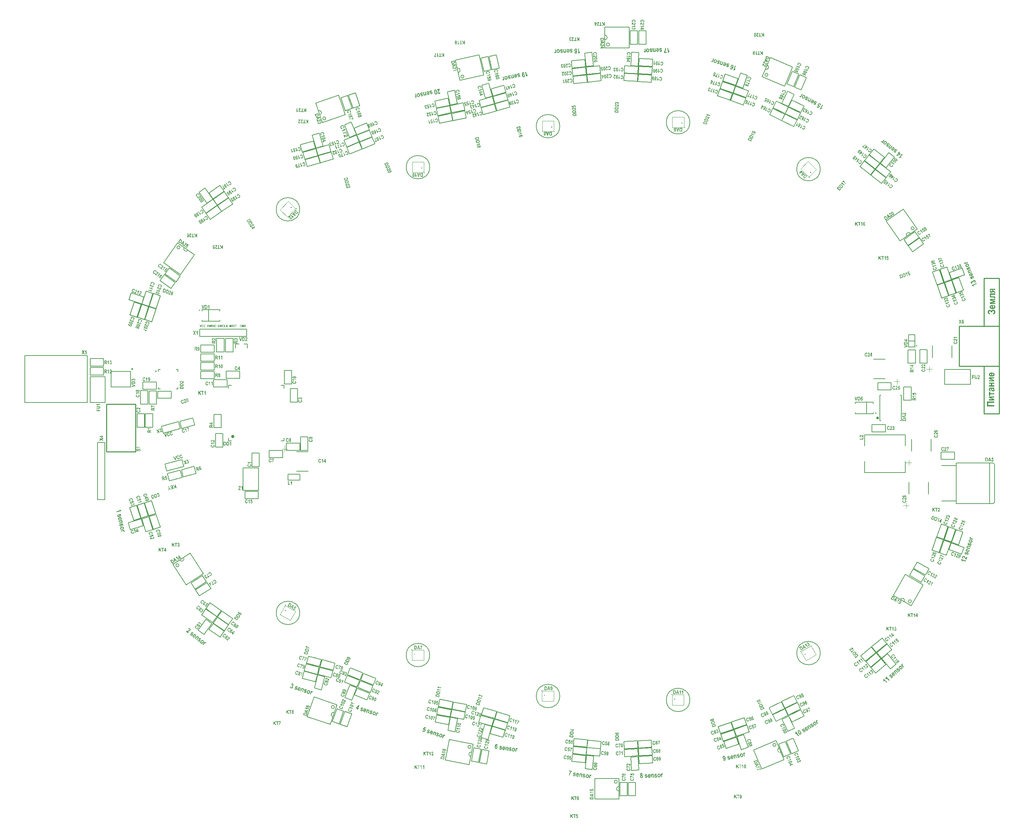
<source format=gto>
G04*
G04 #@! TF.GenerationSoftware,Altium Limited,Altium Designer,22.7.1 (60)*
G04*
G04 Layer_Color=65535*
%FSLAX43Y43*%
%MOMM*%
G71*
G04*
G04 #@! TF.SameCoordinates,26706279-76B3-4EFB-AC1E-C542CE9A8173*
G04*
G04*
G04 #@! TF.FilePolarity,Positive*
G04*
G01*
G75*
%ADD10C,0.200*%
%ADD11C,0.250*%
%ADD12C,0.400*%
%ADD13C,0.254*%
%ADD14C,0.150*%
%ADD15C,0.100*%
G36*
X335684Y560134D02*
X335692Y560133D01*
X335700Y560132D01*
X335709Y560131D01*
X335719Y560128D01*
X335742Y560120D01*
X335754Y560116D01*
X335767Y560110D01*
X335779Y560103D01*
X335791Y560094D01*
X335803Y560085D01*
X335814Y560075D01*
X335815D01*
X335815Y560073D01*
X335817Y560070D01*
X335820Y560068D01*
X335824Y560063D01*
X335828Y560057D01*
X335832Y560051D01*
X335837Y560044D01*
X335841Y560035D01*
X335847Y560027D01*
X335852Y560017D01*
X335857Y560006D01*
X335862Y559993D01*
X335866Y559980D01*
X335871Y559966D01*
X335875Y559951D01*
X335772Y559922D01*
Y559923D01*
X335771Y559923D01*
Y559926D01*
X335770Y559930D01*
X335767Y559939D01*
X335764Y559950D01*
X335758Y559963D01*
X335751Y559976D01*
X335742Y559988D01*
X335732Y559999D01*
X335731Y560000D01*
X335728Y560004D01*
X335721Y560008D01*
X335713Y560013D01*
X335703Y560019D01*
X335692Y560022D01*
X335679Y560026D01*
X335664Y560027D01*
X335658D01*
X335655Y560026D01*
X335644Y560024D01*
X335632Y560021D01*
X335617Y560015D01*
X335601Y560006D01*
X335594Y560000D01*
X335586Y559994D01*
X335579Y559986D01*
X335571Y559977D01*
Y559976D01*
X335570Y559975D01*
X335569Y559972D01*
X335566Y559968D01*
X335563Y559962D01*
X335560Y559956D01*
X335558Y559948D01*
X335554Y559938D01*
X335550Y559928D01*
X335547Y559916D01*
X335545Y559902D01*
X335542Y559887D01*
X335540Y559872D01*
X335538Y559854D01*
X335536Y559835D01*
Y559814D01*
Y559813D01*
Y559809D01*
Y559803D01*
X335537Y559795D01*
Y559786D01*
X335538Y559775D01*
X335539Y559763D01*
X335541Y559750D01*
X335545Y559722D01*
X335551Y559694D01*
X335555Y559681D01*
X335559Y559668D01*
X335565Y559657D01*
X335570Y559647D01*
Y559646D01*
X335572Y559645D01*
X335577Y559640D01*
X335584Y559631D01*
X335595Y559623D01*
X335608Y559614D01*
X335623Y559605D01*
X335642Y559600D01*
X335651Y559599D01*
X335661Y559598D01*
X335663D01*
X335668Y559599D01*
X335676Y559600D01*
X335685Y559602D01*
X335696Y559605D01*
X335708Y559611D01*
X335720Y559619D01*
X335731Y559629D01*
X335732Y559631D01*
X335736Y559636D01*
X335742Y559643D01*
X335748Y559654D01*
X335755Y559668D01*
X335762Y559686D01*
X335769Y559706D01*
X335775Y559731D01*
X335876Y559692D01*
Y559691D01*
X335875Y559688D01*
X335873Y559682D01*
X335871Y559675D01*
X335868Y559666D01*
X335865Y559656D01*
X335862Y559645D01*
X335857Y559633D01*
X335846Y559608D01*
X335832Y559582D01*
X335816Y559558D01*
X335807Y559548D01*
X335797Y559538D01*
X335796Y559537D01*
X335794Y559536D01*
X335791Y559533D01*
X335787Y559531D01*
X335782Y559527D01*
X335776Y559523D01*
X335768Y559518D01*
X335760Y559514D01*
X335751Y559509D01*
X335741Y559505D01*
X335717Y559497D01*
X335692Y559492D01*
X335678Y559491D01*
X335663Y559490D01*
X335658D01*
X335654Y559491D01*
X335646D01*
X335638Y559493D01*
X335628Y559494D01*
X335617Y559496D01*
X335605Y559499D01*
X335592Y559504D01*
X335579Y559508D01*
X335566Y559515D01*
X335552Y559522D01*
X335538Y559531D01*
X335525Y559542D01*
X335512Y559553D01*
X335500Y559567D01*
X335499Y559568D01*
X335497Y559570D01*
X335494Y559576D01*
X335489Y559583D01*
X335484Y559592D01*
X335478Y559603D01*
X335472Y559616D01*
X335465Y559630D01*
X335458Y559646D01*
X335451Y559665D01*
X335446Y559684D01*
X335440Y559705D01*
X335436Y559728D01*
X335432Y559753D01*
X335430Y559779D01*
X335429Y559807D01*
Y559808D01*
Y559809D01*
Y559814D01*
X335430Y559823D01*
Y559833D01*
X335431Y559847D01*
X335433Y559862D01*
X335436Y559879D01*
X335438Y559898D01*
X335442Y559918D01*
X335447Y559938D01*
X335452Y559959D01*
X335460Y559980D01*
X335468Y560000D01*
X335477Y560020D01*
X335488Y560039D01*
X335501Y560057D01*
X335502Y560057D01*
X335504Y560060D01*
X335508Y560064D01*
X335512Y560069D01*
X335519Y560075D01*
X335526Y560082D01*
X335535Y560089D01*
X335546Y560096D01*
X335557Y560103D01*
X335570Y560110D01*
X335583Y560117D01*
X335598Y560123D01*
X335615Y560128D01*
X335632Y560131D01*
X335650Y560134D01*
X335669Y560135D01*
X335678D01*
X335684Y560134D01*
D02*
G37*
G36*
X335167D02*
X335175Y560133D01*
X335183Y560132D01*
X335192Y560131D01*
X335203Y560128D01*
X335226Y560120D01*
X335238Y560116D01*
X335250Y560110D01*
X335262Y560103D01*
X335274Y560094D01*
X335286Y560085D01*
X335297Y560075D01*
X335298D01*
X335299Y560073D01*
X335301Y560070D01*
X335303Y560068D01*
X335307Y560063D01*
X335311Y560057D01*
X335315Y560051D01*
X335320Y560044D01*
X335325Y560035D01*
X335330Y560027D01*
X335335Y560017D01*
X335340Y560006D01*
X335345Y559993D01*
X335350Y559980D01*
X335354Y559966D01*
X335358Y559951D01*
X335255Y559922D01*
Y559923D01*
X335254Y559923D01*
Y559926D01*
X335253Y559930D01*
X335251Y559939D01*
X335247Y559950D01*
X335241Y559963D01*
X335234Y559976D01*
X335226Y559988D01*
X335215Y559999D01*
X335215Y560000D01*
X335211Y560004D01*
X335204Y560008D01*
X335196Y560013D01*
X335186Y560019D01*
X335175Y560022D01*
X335162Y560026D01*
X335147Y560027D01*
X335142D01*
X335138Y560026D01*
X335128Y560024D01*
X335115Y560021D01*
X335100Y560015D01*
X335084Y560006D01*
X335077Y560000D01*
X335069Y559994D01*
X335062Y559986D01*
X335055Y559977D01*
Y559976D01*
X335053Y559975D01*
X335052Y559972D01*
X335049Y559968D01*
X335046Y559962D01*
X335043Y559956D01*
X335041Y559948D01*
X335037Y559938D01*
X335033Y559928D01*
X335031Y559916D01*
X335028Y559902D01*
X335025Y559887D01*
X335023Y559872D01*
X335021Y559854D01*
X335019Y559835D01*
Y559814D01*
Y559813D01*
Y559809D01*
Y559803D01*
X335020Y559795D01*
Y559786D01*
X335021Y559775D01*
X335022Y559763D01*
X335024Y559750D01*
X335028Y559722D01*
X335034Y559694D01*
X335038Y559681D01*
X335043Y559668D01*
X335048Y559657D01*
X335054Y559647D01*
Y559646D01*
X335056Y559645D01*
X335060Y559640D01*
X335068Y559631D01*
X335079Y559623D01*
X335092Y559614D01*
X335106Y559605D01*
X335125Y559600D01*
X335134Y559599D01*
X335144Y559598D01*
X335146D01*
X335151Y559599D01*
X335159Y559600D01*
X335168Y559602D01*
X335179Y559605D01*
X335191Y559611D01*
X335203Y559619D01*
X335215Y559629D01*
X335215Y559631D01*
X335219Y559636D01*
X335225Y559643D01*
X335231Y559654D01*
X335239Y559668D01*
X335245Y559686D01*
X335252Y559706D01*
X335258Y559731D01*
X335359Y559692D01*
Y559691D01*
X335358Y559688D01*
X335356Y559682D01*
X335354Y559675D01*
X335351Y559666D01*
X335349Y559656D01*
X335345Y559645D01*
X335340Y559633D01*
X335329Y559608D01*
X335315Y559582D01*
X335300Y559558D01*
X335290Y559548D01*
X335280Y559538D01*
X335279Y559537D01*
X335277Y559536D01*
X335275Y559533D01*
X335270Y559531D01*
X335265Y559527D01*
X335259Y559523D01*
X335252Y559518D01*
X335243Y559514D01*
X335234Y559509D01*
X335224Y559505D01*
X335201Y559497D01*
X335175Y559492D01*
X335161Y559491D01*
X335146Y559490D01*
X335142D01*
X335137Y559491D01*
X335129D01*
X335121Y559493D01*
X335111Y559494D01*
X335100Y559496D01*
X335088Y559499D01*
X335075Y559504D01*
X335062Y559508D01*
X335049Y559515D01*
X335035Y559522D01*
X335021Y559531D01*
X335008Y559542D01*
X334995Y559553D01*
X334983Y559567D01*
X334982Y559568D01*
X334981Y559570D01*
X334977Y559576D01*
X334972Y559583D01*
X334967Y559592D01*
X334961Y559603D01*
X334955Y559616D01*
X334948Y559630D01*
X334941Y559646D01*
X334934Y559665D01*
X334929Y559684D01*
X334923Y559705D01*
X334919Y559728D01*
X334915Y559753D01*
X334913Y559779D01*
X334912Y559807D01*
Y559808D01*
Y559809D01*
Y559814D01*
X334913Y559823D01*
Y559833D01*
X334914Y559847D01*
X334916Y559862D01*
X334919Y559879D01*
X334921Y559898D01*
X334925Y559918D01*
X334930Y559938D01*
X334935Y559959D01*
X334943Y559980D01*
X334951Y560000D01*
X334960Y560020D01*
X334971Y560039D01*
X334984Y560057D01*
X334985Y560057D01*
X334987Y560060D01*
X334991Y560064D01*
X334995Y560069D01*
X335002Y560075D01*
X335009Y560082D01*
X335019Y560089D01*
X335029Y560096D01*
X335040Y560103D01*
X335053Y560110D01*
X335067Y560117D01*
X335081Y560123D01*
X335098Y560128D01*
X335115Y560131D01*
X335133Y560134D01*
X335153Y560135D01*
X335161D01*
X335167Y560134D01*
D02*
G37*
G36*
X334695Y559500D02*
X334582D01*
X334400Y560125D01*
X334512D01*
X334641Y559662D01*
X334766Y560125D01*
X334877D01*
X334695Y559500D01*
D02*
G37*
G36*
X344970Y560134D02*
X344977Y560133D01*
X344987Y560132D01*
X344997Y560131D01*
X345007Y560130D01*
X345031Y560124D01*
X345055Y560116D01*
X345067Y560110D01*
X345079Y560104D01*
X345091Y560096D01*
X345101Y560088D01*
X345102Y560087D01*
X345104Y560086D01*
X345107Y560083D01*
X345111Y560080D01*
X345114Y560074D01*
X345120Y560069D01*
X345125Y560061D01*
X345131Y560053D01*
X345137Y560044D01*
X345143Y560033D01*
X345149Y560022D01*
X345155Y560010D01*
X345160Y559996D01*
X345166Y559983D01*
X345170Y559967D01*
X345173Y559950D01*
X345071Y559927D01*
Y559928D01*
X345070Y559929D01*
X345068Y559935D01*
X345065Y559944D01*
X345061Y559955D01*
X345055Y559966D01*
X345048Y559979D01*
X345038Y559991D01*
X345028Y560001D01*
X345027Y560002D01*
X345023Y560005D01*
X345016Y560009D01*
X345008Y560014D01*
X344997Y560019D01*
X344985Y560023D01*
X344971Y560026D01*
X344955Y560027D01*
X344949D01*
X344944Y560026D01*
X344939Y560025D01*
X344932Y560024D01*
X344917Y560021D01*
X344900Y560014D01*
X344882Y560005D01*
X344873Y559999D01*
X344865Y559993D01*
X344856Y559984D01*
X344848Y559975D01*
Y559974D01*
X344846Y559972D01*
X344844Y559970D01*
X344841Y559966D01*
X344839Y559960D01*
X344835Y559954D01*
X344831Y559946D01*
X344828Y559936D01*
X344824Y559926D01*
X344820Y559915D01*
X344816Y559902D01*
X344814Y559888D01*
X344811Y559873D01*
X344809Y559856D01*
X344808Y559838D01*
X344807Y559819D01*
Y559818D01*
Y559814D01*
Y559808D01*
X344808Y559800D01*
Y559791D01*
X344810Y559780D01*
X344811Y559768D01*
X344813Y559756D01*
X344818Y559728D01*
X344826Y559700D01*
X344837Y559672D01*
X344843Y559660D01*
X344851Y559648D01*
X344852Y559647D01*
X344853Y559646D01*
X344858Y559641D01*
X344866Y559632D01*
X344878Y559623D01*
X344892Y559614D01*
X344911Y559605D01*
X344931Y559600D01*
X344942Y559599D01*
X344954Y559598D01*
X344960D01*
X344965Y559599D01*
X344973Y559600D01*
X344982Y559602D01*
X344993Y559604D01*
X345004Y559607D01*
X345016Y559612D01*
X345018Y559613D01*
X345022Y559615D01*
X345028Y559617D01*
X345037Y559622D01*
X345045Y559628D01*
X345055Y559634D01*
X345065Y559641D01*
X345075Y559651D01*
Y559729D01*
X344957D01*
Y559835D01*
X345180D01*
Y559586D01*
X345178Y559584D01*
X345173Y559580D01*
X345166Y559572D01*
X345155Y559563D01*
X345141Y559552D01*
X345125Y559541D01*
X345106Y559529D01*
X345084Y559518D01*
X345083D01*
X345081Y559517D01*
X345077Y559515D01*
X345074Y559513D01*
X345067Y559511D01*
X345061Y559509D01*
X345045Y559504D01*
X345026Y559499D01*
X345005Y559494D01*
X344983Y559491D01*
X344960Y559490D01*
X344952D01*
X344947Y559491D01*
X344940D01*
X344933Y559492D01*
X344924Y559493D01*
X344914Y559494D01*
X344894Y559499D01*
X344871Y559506D01*
X344848Y559515D01*
X344826Y559527D01*
X344825Y559528D01*
X344823Y559529D01*
X344820Y559531D01*
X344816Y559534D01*
X344805Y559543D01*
X344792Y559555D01*
X344778Y559570D01*
X344762Y559590D01*
X344747Y559612D01*
X344733Y559638D01*
Y559639D01*
X344731Y559641D01*
X344730Y559645D01*
X344728Y559651D01*
X344726Y559658D01*
X344723Y559666D01*
X344719Y559677D01*
X344717Y559688D01*
X344714Y559700D01*
X344710Y559714D01*
X344707Y559727D01*
X344706Y559743D01*
X344702Y559776D01*
X344700Y559812D01*
Y559813D01*
Y559817D01*
Y559823D01*
X344701Y559830D01*
Y559838D01*
X344702Y559849D01*
X344703Y559861D01*
X344705Y559874D01*
X344708Y559901D01*
X344715Y559931D01*
X344723Y559960D01*
X344734Y559989D01*
Y559990D01*
X344736Y559993D01*
X344738Y559996D01*
X344741Y560001D01*
X344743Y560008D01*
X344748Y560014D01*
X344758Y560030D01*
X344771Y560048D01*
X344786Y560066D01*
X344804Y560083D01*
X344823Y560098D01*
X344824D01*
X344826Y560100D01*
X344829Y560102D01*
X344833Y560104D01*
X344838Y560107D01*
X344844Y560110D01*
X344852Y560113D01*
X344860Y560117D01*
X344879Y560123D01*
X344902Y560130D01*
X344927Y560133D01*
X344954Y560135D01*
X344964D01*
X344970Y560134D01*
D02*
G37*
G36*
X345685Y559500D02*
X345580D01*
X345374Y559907D01*
Y559500D01*
X345278D01*
Y560125D01*
X345378D01*
X345589Y559707D01*
Y560125D01*
X345685D01*
Y559500D01*
D02*
G37*
G36*
X345998Y560124D02*
X346005D01*
X346020Y560123D01*
X346038Y560121D01*
X346055Y560118D01*
X346073Y560114D01*
X346088Y560108D01*
X346090Y560107D01*
X346094Y560106D01*
X346101Y560101D01*
X346110Y560095D01*
X346120Y560088D01*
X346132Y560079D01*
X346143Y560068D01*
X346155Y560055D01*
X346157Y560053D01*
X346161Y560048D01*
X346166Y560040D01*
X346173Y560028D01*
X346181Y560014D01*
X346189Y559997D01*
X346197Y559978D01*
X346204Y559956D01*
Y559955D01*
X346205Y559953D01*
X346206Y559949D01*
X346207Y559945D01*
X346208Y559939D01*
X346210Y559932D01*
X346212Y559923D01*
X346214Y559914D01*
X346214Y559904D01*
X346216Y559893D01*
X346218Y559881D01*
X346219Y559867D01*
X346221Y559838D01*
X346222Y559806D01*
Y559805D01*
Y559802D01*
Y559798D01*
Y559792D01*
X346221Y559786D01*
Y559777D01*
X346220Y559768D01*
Y559758D01*
X346217Y559736D01*
X346214Y559712D01*
X346210Y559688D01*
X346203Y559665D01*
Y559664D01*
X346202Y559662D01*
X346201Y559659D01*
X346200Y559654D01*
X346196Y559643D01*
X346190Y559630D01*
X346184Y559615D01*
X346176Y559599D01*
X346166Y559583D01*
X346156Y559569D01*
X346155Y559568D01*
X346152Y559564D01*
X346145Y559557D01*
X346138Y559550D01*
X346128Y559542D01*
X346116Y559533D01*
X346103Y559525D01*
X346089Y559518D01*
X346087Y559517D01*
X346081Y559515D01*
X346073Y559512D01*
X346061Y559509D01*
X346046Y559506D01*
X346029Y559503D01*
X346008Y559501D01*
X345986Y559500D01*
X345792D01*
Y560125D01*
X345993D01*
X345998Y560124D01*
D02*
G37*
G36*
X343227Y560134D02*
X343234Y560133D01*
X343244Y560132D01*
X343253Y560131D01*
X343264Y560129D01*
X343286Y560123D01*
X343310Y560114D01*
X343321Y560108D01*
X343333Y560102D01*
X343343Y560094D01*
X343354Y560085D01*
X343354Y560084D01*
X343355Y560083D01*
X343358Y560080D01*
X343362Y560076D01*
X343366Y560071D01*
X343370Y560065D01*
X343375Y560057D01*
X343379Y560049D01*
X343384Y560040D01*
X343390Y560030D01*
X343394Y560018D01*
X343398Y560006D01*
X343402Y559992D01*
X343404Y559978D01*
X343407Y559962D01*
X343408Y559946D01*
X343305Y559940D01*
Y559941D01*
Y559942D01*
X343304Y559945D01*
X343303Y559948D01*
X343301Y559957D01*
X343298Y559968D01*
X343293Y559979D01*
X343289Y559991D01*
X343282Y560001D01*
X343274Y560010D01*
X343273Y560011D01*
X343270Y560013D01*
X343265Y560017D01*
X343257Y560021D01*
X343248Y560024D01*
X343237Y560028D01*
X343224Y560030D01*
X343209Y560031D01*
X343203D01*
X343195Y560030D01*
X343185Y560029D01*
X343175Y560026D01*
X343165Y560023D01*
X343154Y560019D01*
X343145Y560013D01*
X343144Y560012D01*
X343141Y560010D01*
X343137Y560007D01*
X343134Y560001D01*
X343130Y559995D01*
X343126Y559987D01*
X343123Y559979D01*
X343122Y559970D01*
Y559969D01*
Y559966D01*
X343123Y559961D01*
X343125Y559955D01*
X343127Y559948D01*
X343131Y559942D01*
X343136Y559935D01*
X343143Y559928D01*
X343144Y559927D01*
X343147Y559925D01*
X343153Y559922D01*
X343162Y559917D01*
X343169Y559914D01*
X343175Y559911D01*
X343182Y559908D01*
X343192Y559904D01*
X343201Y559900D01*
X343212Y559897D01*
X343224Y559893D01*
X343237Y559889D01*
X343238D01*
X343241Y559888D01*
X343244Y559887D01*
X343250Y559886D01*
X343256Y559883D01*
X343264Y559881D01*
X343281Y559874D01*
X343299Y559867D01*
X343318Y559860D01*
X343335Y559850D01*
X343343Y559846D01*
X343350Y559841D01*
X343352Y559840D01*
X343355Y559837D01*
X343362Y559832D01*
X343370Y559825D01*
X343379Y559815D01*
X343388Y559804D01*
X343396Y559791D01*
X343403Y559777D01*
X343404Y559776D01*
X343406Y559770D01*
X343409Y559762D01*
X343413Y559751D01*
X343416Y559737D01*
X343419Y559720D01*
X343421Y559702D01*
X343422Y559681D01*
Y559680D01*
Y559677D01*
Y559674D01*
X343421Y559667D01*
X343420Y559661D01*
X343419Y559653D01*
X343417Y559643D01*
X343415Y559634D01*
X343410Y559612D01*
X343401Y559589D01*
X343395Y559578D01*
X343388Y559567D01*
X343380Y559555D01*
X343371Y559544D01*
X343370Y559543D01*
X343368Y559542D01*
X343366Y559540D01*
X343362Y559536D01*
X343356Y559531D01*
X343350Y559527D01*
X343342Y559522D01*
X343333Y559518D01*
X343323Y559512D01*
X343311Y559507D01*
X343298Y559503D01*
X343284Y559498D01*
X343268Y559494D01*
X343252Y559493D01*
X343234Y559491D01*
X343215Y559490D01*
X343207D01*
X343197Y559492D01*
X343185Y559494D01*
X343171Y559496D01*
X343154Y559501D01*
X343136Y559507D01*
X343118Y559517D01*
X343099Y559528D01*
X343081Y559543D01*
X343063Y559559D01*
X343055Y559569D01*
X343047Y559580D01*
X343039Y559592D01*
X343033Y559604D01*
X343026Y559618D01*
X343020Y559633D01*
X343015Y559650D01*
X343011Y559666D01*
X343008Y559685D01*
X343005Y559704D01*
X343106Y559716D01*
Y559715D01*
X343107Y559711D01*
X343108Y559705D01*
X343109Y559698D01*
X343112Y559689D01*
X343116Y559678D01*
X343121Y559667D01*
X343126Y559656D01*
X343133Y559645D01*
X343140Y559634D01*
X343149Y559624D01*
X343160Y559615D01*
X343172Y559607D01*
X343185Y559602D01*
X343201Y559597D01*
X343218Y559596D01*
X343225D01*
X343233Y559597D01*
X343244Y559599D01*
X343256Y559602D01*
X343268Y559606D01*
X343280Y559612D01*
X343291Y559620D01*
X343292Y559621D01*
X343295Y559625D01*
X343300Y559630D01*
X343305Y559637D01*
X343310Y559646D01*
X343314Y559656D01*
X343318Y559668D01*
X343318Y559681D01*
Y559682D01*
Y559685D01*
X343318Y559689D01*
Y559694D01*
X343314Y559705D01*
X343312Y559712D01*
X343308Y559717D01*
Y559718D01*
X343306Y559720D01*
X343301Y559726D01*
X343297Y559729D01*
X343293Y559734D01*
X343286Y559738D01*
X343280Y559741D01*
X343279Y559742D01*
X343276Y559743D01*
X343269Y559746D01*
X343261Y559750D01*
X343256Y559751D01*
X343249Y559753D01*
X343242Y559756D01*
X343232Y559759D01*
X343223Y559763D01*
X343212Y559766D01*
X343200Y559770D01*
X343187Y559774D01*
X343186D01*
X343184Y559775D01*
X343181Y559776D01*
X343176Y559777D01*
X343171Y559779D01*
X343165Y559781D01*
X343150Y559787D01*
X343134Y559793D01*
X343118Y559800D01*
X343103Y559809D01*
X343090Y559817D01*
X343089Y559818D01*
X343085Y559822D01*
X343080Y559826D01*
X343072Y559834D01*
X343065Y559842D01*
X343057Y559852D01*
X343048Y559864D01*
X343041Y559878D01*
X343040Y559880D01*
X343038Y559885D01*
X343036Y559893D01*
X343033Y559903D01*
X343029Y559915D01*
X343026Y559929D01*
X343024Y559945D01*
X343023Y559960D01*
Y559961D01*
Y559962D01*
Y559965D01*
Y559969D01*
X343024Y559979D01*
X343026Y559991D01*
X343029Y560005D01*
X343034Y560021D01*
X343039Y560036D01*
X343047Y560052D01*
Y560053D01*
X343048Y560054D01*
X343051Y560058D01*
X343056Y560066D01*
X343063Y560075D01*
X343072Y560085D01*
X343084Y560095D01*
X343096Y560106D01*
X343110Y560114D01*
X343111D01*
X343112Y560115D01*
X343118Y560118D01*
X343127Y560120D01*
X343139Y560125D01*
X343154Y560129D01*
X343171Y560131D01*
X343191Y560134D01*
X343212Y560135D01*
X343220D01*
X343227Y560134D01*
D02*
G37*
G36*
X342407Y559500D02*
X342302D01*
X342096Y559907D01*
Y559500D01*
X342000D01*
Y560125D01*
X342100D01*
X342311Y559707D01*
Y560125D01*
X342407D01*
Y559500D01*
D02*
G37*
G36*
X343881Y560020D02*
X343729D01*
Y559500D01*
X343625D01*
Y560020D01*
X343473D01*
Y560125D01*
X343881D01*
Y560020D01*
D02*
G37*
G36*
X342754Y560124D02*
X342762D01*
X342779Y560123D01*
X342799Y560120D01*
X342818Y560118D01*
X342837Y560113D01*
X342845Y560110D01*
X342852Y560107D01*
X342854Y560107D01*
X342859Y560105D01*
X342865Y560100D01*
X342874Y560094D01*
X342883Y560086D01*
X342892Y560076D01*
X342902Y560064D01*
X342912Y560049D01*
X342913Y560047D01*
X342915Y560042D01*
X342919Y560033D01*
X342924Y560021D01*
X342927Y560007D01*
X342931Y559989D01*
X342934Y559971D01*
X342935Y559949D01*
Y559948D01*
Y559947D01*
Y559942D01*
X342934Y559937D01*
Y559931D01*
X342933Y559923D01*
X342930Y559907D01*
X342926Y559888D01*
X342920Y559869D01*
X342911Y559849D01*
X342899Y559831D01*
Y559830D01*
X342897Y559829D01*
X342892Y559824D01*
X342884Y559816D01*
X342873Y559808D01*
X342859Y559798D01*
X342841Y559788D01*
X342822Y559781D01*
X342799Y559776D01*
X342801Y559775D01*
X342804Y559771D01*
X342811Y559766D01*
X342818Y559760D01*
X342827Y559752D01*
X342836Y559743D01*
X342845Y559733D01*
X342853Y559723D01*
X342854Y559722D01*
X342857Y559717D01*
X342863Y559710D01*
X342869Y559700D01*
X342877Y559686D01*
X342882Y559677D01*
X342888Y559668D01*
X342893Y559658D01*
X342900Y559647D01*
X342906Y559634D01*
X342913Y559621D01*
X342975Y559500D01*
X342851D01*
X342777Y559636D01*
Y559637D01*
X342775Y559640D01*
X342773Y559643D01*
X342770Y559648D01*
X342766Y559654D01*
X342763Y559660D01*
X342754Y559675D01*
X342745Y559690D01*
X342736Y559706D01*
X342732Y559713D01*
X342728Y559718D01*
X342724Y559724D01*
X342721Y559727D01*
X342720Y559728D01*
X342718Y559730D01*
X342716Y559734D01*
X342712Y559738D01*
X342703Y559746D01*
X342697Y559751D01*
X342691Y559753D01*
X342690D01*
X342688Y559754D01*
X342684Y559756D01*
X342679Y559757D01*
X342671Y559759D01*
X342662Y559760D01*
X342652Y559761D01*
X342619D01*
Y559500D01*
X342515D01*
Y560125D01*
X342747D01*
X342754Y560124D01*
D02*
G37*
G36*
X339222Y560134D02*
X339229Y560133D01*
X339239Y560132D01*
X339248Y560131D01*
X339259Y560129D01*
X339281Y560123D01*
X339305Y560114D01*
X339316Y560108D01*
X339328Y560102D01*
X339338Y560094D01*
X339349Y560085D01*
X339349Y560084D01*
X339350Y560083D01*
X339353Y560080D01*
X339357Y560076D01*
X339361Y560071D01*
X339365Y560065D01*
X339370Y560057D01*
X339374Y560049D01*
X339379Y560040D01*
X339385Y560030D01*
X339389Y560018D01*
X339393Y560006D01*
X339397Y559992D01*
X339399Y559978D01*
X339402Y559962D01*
X339403Y559946D01*
X339300Y559940D01*
Y559941D01*
Y559942D01*
X339299Y559945D01*
X339298Y559948D01*
X339296Y559957D01*
X339293Y559968D01*
X339288Y559979D01*
X339284Y559991D01*
X339277Y560001D01*
X339269Y560010D01*
X339268Y560011D01*
X339265Y560013D01*
X339260Y560017D01*
X339252Y560021D01*
X339243Y560024D01*
X339232Y560028D01*
X339219Y560030D01*
X339204Y560031D01*
X339198D01*
X339190Y560030D01*
X339180Y560029D01*
X339170Y560026D01*
X339160Y560023D01*
X339149Y560019D01*
X339140Y560013D01*
X339139Y560012D01*
X339136Y560010D01*
X339132Y560007D01*
X339129Y560001D01*
X339125Y559995D01*
X339121Y559987D01*
X339118Y559979D01*
X339117Y559970D01*
Y559969D01*
Y559966D01*
X339118Y559961D01*
X339120Y559955D01*
X339122Y559948D01*
X339126Y559942D01*
X339131Y559935D01*
X339138Y559928D01*
X339139Y559927D01*
X339142Y559925D01*
X339148Y559922D01*
X339157Y559917D01*
X339164Y559914D01*
X339170Y559911D01*
X339178Y559908D01*
X339187Y559904D01*
X339196Y559900D01*
X339207Y559897D01*
X339219Y559893D01*
X339232Y559889D01*
X339233D01*
X339236Y559888D01*
X339239Y559887D01*
X339245Y559886D01*
X339251Y559883D01*
X339259Y559881D01*
X339276Y559874D01*
X339294Y559867D01*
X339312Y559860D01*
X339330Y559850D01*
X339338Y559846D01*
X339345Y559841D01*
X339347Y559840D01*
X339350Y559837D01*
X339357Y559832D01*
X339365Y559825D01*
X339374Y559815D01*
X339383Y559804D01*
X339391Y559791D01*
X339398Y559777D01*
X339399Y559776D01*
X339401Y559770D01*
X339404Y559762D01*
X339408Y559751D01*
X339411Y559737D01*
X339414Y559720D01*
X339416Y559702D01*
X339417Y559681D01*
Y559680D01*
Y559677D01*
Y559674D01*
X339416Y559667D01*
X339415Y559661D01*
X339414Y559653D01*
X339412Y559643D01*
X339410Y559634D01*
X339405Y559612D01*
X339396Y559589D01*
X339390Y559578D01*
X339383Y559567D01*
X339375Y559555D01*
X339366Y559544D01*
X339365Y559543D01*
X339363Y559542D01*
X339361Y559540D01*
X339357Y559536D01*
X339351Y559531D01*
X339345Y559527D01*
X339337Y559522D01*
X339328Y559518D01*
X339318Y559512D01*
X339306Y559507D01*
X339293Y559503D01*
X339279Y559498D01*
X339263Y559494D01*
X339247Y559493D01*
X339229Y559491D01*
X339210Y559490D01*
X339202D01*
X339192Y559492D01*
X339180Y559494D01*
X339165Y559496D01*
X339149Y559501D01*
X339131Y559507D01*
X339113Y559517D01*
X339094Y559528D01*
X339076Y559543D01*
X339058Y559559D01*
X339050Y559569D01*
X339042Y559580D01*
X339034Y559592D01*
X339028Y559604D01*
X339021Y559618D01*
X339015Y559633D01*
X339010Y559650D01*
X339006Y559666D01*
X339003Y559685D01*
X339000Y559704D01*
X339101Y559716D01*
Y559715D01*
X339102Y559711D01*
X339103Y559705D01*
X339104Y559698D01*
X339107Y559689D01*
X339111Y559678D01*
X339116Y559667D01*
X339121Y559656D01*
X339128Y559645D01*
X339135Y559634D01*
X339144Y559624D01*
X339155Y559615D01*
X339167Y559607D01*
X339180Y559602D01*
X339196Y559597D01*
X339213Y559596D01*
X339220D01*
X339228Y559597D01*
X339239Y559599D01*
X339251Y559602D01*
X339263Y559606D01*
X339275Y559612D01*
X339286Y559620D01*
X339287Y559621D01*
X339290Y559625D01*
X339295Y559630D01*
X339300Y559637D01*
X339305Y559646D01*
X339309Y559656D01*
X339312Y559668D01*
X339313Y559681D01*
Y559682D01*
Y559685D01*
X339312Y559689D01*
Y559694D01*
X339309Y559705D01*
X339307Y559712D01*
X339303Y559717D01*
Y559718D01*
X339301Y559720D01*
X339296Y559726D01*
X339292Y559729D01*
X339288Y559734D01*
X339281Y559738D01*
X339275Y559741D01*
X339274Y559742D01*
X339271Y559743D01*
X339264Y559746D01*
X339256Y559750D01*
X339251Y559751D01*
X339244Y559753D01*
X339237Y559756D01*
X339227Y559759D01*
X339218Y559763D01*
X339207Y559766D01*
X339195Y559770D01*
X339182Y559774D01*
X339181D01*
X339179Y559775D01*
X339176Y559776D01*
X339171Y559777D01*
X339165Y559779D01*
X339160Y559781D01*
X339145Y559787D01*
X339129Y559793D01*
X339113Y559800D01*
X339098Y559809D01*
X339085Y559817D01*
X339084Y559818D01*
X339080Y559822D01*
X339075Y559826D01*
X339068Y559834D01*
X339060Y559842D01*
X339052Y559852D01*
X339043Y559864D01*
X339036Y559878D01*
X339035Y559880D01*
X339033Y559885D01*
X339031Y559893D01*
X339028Y559903D01*
X339024Y559915D01*
X339021Y559929D01*
X339019Y559945D01*
X339018Y559960D01*
Y559961D01*
Y559962D01*
Y559965D01*
Y559969D01*
X339019Y559979D01*
X339021Y559991D01*
X339024Y560005D01*
X339029Y560021D01*
X339034Y560036D01*
X339042Y560052D01*
Y560053D01*
X339043Y560054D01*
X339046Y560058D01*
X339051Y560066D01*
X339058Y560075D01*
X339068Y560085D01*
X339079Y560095D01*
X339091Y560106D01*
X339105Y560114D01*
X339106D01*
X339107Y560115D01*
X339113Y560118D01*
X339122Y560120D01*
X339134Y560125D01*
X339149Y560129D01*
X339165Y560131D01*
X339186Y560134D01*
X339207Y560135D01*
X339215D01*
X339222Y560134D01*
D02*
G37*
G36*
X340417D02*
X340425Y560133D01*
X340433Y560132D01*
X340442Y560131D01*
X340452Y560128D01*
X340476Y560120D01*
X340488Y560116D01*
X340500Y560110D01*
X340512Y560103D01*
X340524Y560094D01*
X340536Y560085D01*
X340547Y560075D01*
X340548D01*
X340549Y560073D01*
X340550Y560070D01*
X340553Y560068D01*
X340557Y560063D01*
X340561Y560057D01*
X340565Y560051D01*
X340570Y560044D01*
X340575Y560035D01*
X340580Y560027D01*
X340585Y560017D01*
X340590Y560006D01*
X340595Y559993D01*
X340599Y559980D01*
X340604Y559966D01*
X340608Y559951D01*
X340505Y559922D01*
Y559923D01*
X340504Y559923D01*
Y559926D01*
X340503Y559930D01*
X340501Y559939D01*
X340497Y559950D01*
X340491Y559963D01*
X340484Y559976D01*
X340476Y559988D01*
X340465Y559999D01*
X340465Y560000D01*
X340461Y560004D01*
X340454Y560008D01*
X340446Y560013D01*
X340436Y560019D01*
X340425Y560022D01*
X340412Y560026D01*
X340397Y560027D01*
X340391D01*
X340388Y560026D01*
X340378Y560024D01*
X340365Y560021D01*
X340350Y560015D01*
X340334Y560006D01*
X340327Y560000D01*
X340319Y559994D01*
X340312Y559986D01*
X340305Y559977D01*
Y559976D01*
X340303Y559975D01*
X340302Y559972D01*
X340299Y559968D01*
X340296Y559962D01*
X340293Y559956D01*
X340291Y559948D01*
X340287Y559938D01*
X340283Y559928D01*
X340281Y559916D01*
X340278Y559902D01*
X340275Y559887D01*
X340273Y559872D01*
X340271Y559854D01*
X340269Y559835D01*
Y559814D01*
Y559813D01*
Y559809D01*
Y559803D01*
X340270Y559795D01*
Y559786D01*
X340271Y559775D01*
X340272Y559763D01*
X340274Y559750D01*
X340278Y559722D01*
X340284Y559694D01*
X340288Y559681D01*
X340293Y559668D01*
X340298Y559657D01*
X340304Y559647D01*
Y559646D01*
X340305Y559645D01*
X340310Y559640D01*
X340318Y559631D01*
X340329Y559623D01*
X340342Y559614D01*
X340356Y559605D01*
X340375Y559600D01*
X340384Y559599D01*
X340394Y559598D01*
X340396D01*
X340401Y559599D01*
X340409Y559600D01*
X340418Y559602D01*
X340429Y559605D01*
X340441Y559611D01*
X340453Y559619D01*
X340465Y559629D01*
X340465Y559631D01*
X340469Y559636D01*
X340475Y559643D01*
X340481Y559654D01*
X340489Y559668D01*
X340495Y559686D01*
X340502Y559706D01*
X340508Y559731D01*
X340609Y559692D01*
Y559691D01*
X340608Y559688D01*
X340606Y559682D01*
X340604Y559675D01*
X340601Y559666D01*
X340599Y559656D01*
X340595Y559645D01*
X340590Y559633D01*
X340579Y559608D01*
X340565Y559582D01*
X340550Y559558D01*
X340540Y559548D01*
X340530Y559538D01*
X340529Y559537D01*
X340527Y559536D01*
X340525Y559533D01*
X340520Y559531D01*
X340515Y559527D01*
X340509Y559523D01*
X340501Y559518D01*
X340493Y559514D01*
X340484Y559509D01*
X340474Y559505D01*
X340451Y559497D01*
X340425Y559492D01*
X340411Y559491D01*
X340396Y559490D01*
X340391D01*
X340387Y559491D01*
X340379D01*
X340371Y559493D01*
X340361Y559494D01*
X340350Y559496D01*
X340338Y559499D01*
X340325Y559504D01*
X340312Y559508D01*
X340299Y559515D01*
X340285Y559522D01*
X340271Y559531D01*
X340258Y559542D01*
X340245Y559553D01*
X340233Y559567D01*
X340232Y559568D01*
X340231Y559570D01*
X340227Y559576D01*
X340222Y559583D01*
X340217Y559592D01*
X340211Y559603D01*
X340205Y559616D01*
X340198Y559630D01*
X340191Y559646D01*
X340184Y559665D01*
X340179Y559684D01*
X340173Y559705D01*
X340169Y559728D01*
X340165Y559753D01*
X340163Y559779D01*
X340162Y559807D01*
Y559808D01*
Y559809D01*
Y559814D01*
X340163Y559823D01*
Y559833D01*
X340164Y559847D01*
X340166Y559862D01*
X340169Y559879D01*
X340171Y559898D01*
X340175Y559918D01*
X340180Y559938D01*
X340185Y559959D01*
X340193Y559980D01*
X340201Y560000D01*
X340210Y560020D01*
X340221Y560039D01*
X340234Y560057D01*
X340235Y560057D01*
X340237Y560060D01*
X340241Y560064D01*
X340245Y560069D01*
X340252Y560075D01*
X340259Y560082D01*
X340268Y560089D01*
X340279Y560096D01*
X340290Y560103D01*
X340303Y560110D01*
X340317Y560117D01*
X340331Y560123D01*
X340348Y560128D01*
X340365Y560131D01*
X340383Y560134D01*
X340403Y560135D01*
X340411D01*
X340417Y560134D01*
D02*
G37*
G36*
X341397Y559883D02*
X341599Y559500D01*
X341464D01*
X341324Y559793D01*
X341240Y559689D01*
Y559500D01*
X341137D01*
Y560125D01*
X341240D01*
Y559846D01*
X341450Y560125D01*
X341590D01*
X341397Y559883D01*
D02*
G37*
G36*
X340002Y559500D02*
X339892D01*
X339790Y559967D01*
X339688Y559500D01*
X339575D01*
X339454Y560125D01*
X339559D01*
X339636Y559695D01*
X339729Y560125D01*
X339852D01*
X339943Y559688D01*
X340022Y560125D01*
X340126D01*
X340002Y559500D01*
D02*
G37*
G36*
X340803Y559605D02*
X341060D01*
Y559500D01*
X340699D01*
Y560120D01*
X340803D01*
Y559605D01*
D02*
G37*
G36*
X336522Y560134D02*
X336529Y560133D01*
X336539Y560132D01*
X336548Y560131D01*
X336559Y560129D01*
X336581Y560123D01*
X336605Y560114D01*
X336616Y560108D01*
X336628Y560102D01*
X336638Y560094D01*
X336649Y560085D01*
X336649Y560084D01*
X336650Y560083D01*
X336653Y560080D01*
X336657Y560076D01*
X336661Y560071D01*
X336665Y560065D01*
X336670Y560057D01*
X336674Y560049D01*
X336679Y560040D01*
X336685Y560030D01*
X336689Y560018D01*
X336693Y560006D01*
X336697Y559992D01*
X336699Y559978D01*
X336702Y559962D01*
X336703Y559946D01*
X336600Y559940D01*
Y559941D01*
Y559942D01*
X336599Y559945D01*
X336598Y559948D01*
X336596Y559957D01*
X336593Y559968D01*
X336588Y559979D01*
X336584Y559991D01*
X336577Y560001D01*
X336569Y560010D01*
X336568Y560011D01*
X336565Y560013D01*
X336560Y560017D01*
X336552Y560021D01*
X336543Y560024D01*
X336532Y560028D01*
X336519Y560030D01*
X336504Y560031D01*
X336498D01*
X336490Y560030D01*
X336480Y560029D01*
X336470Y560026D01*
X336460Y560023D01*
X336449Y560019D01*
X336440Y560013D01*
X336439Y560012D01*
X336436Y560010D01*
X336432Y560007D01*
X336428Y560001D01*
X336425Y559995D01*
X336421Y559987D01*
X336418Y559979D01*
X336417Y559970D01*
Y559969D01*
Y559966D01*
X336418Y559961D01*
X336420Y559955D01*
X336422Y559948D01*
X336426Y559942D01*
X336431Y559935D01*
X336438Y559928D01*
X336439Y559927D01*
X336442Y559925D01*
X336448Y559922D01*
X336457Y559917D01*
X336464Y559914D01*
X336470Y559911D01*
X336478Y559908D01*
X336487Y559904D01*
X336496Y559900D01*
X336507Y559897D01*
X336519Y559893D01*
X336532Y559889D01*
X336533D01*
X336536Y559888D01*
X336539Y559887D01*
X336545Y559886D01*
X336551Y559883D01*
X336559Y559881D01*
X336576Y559874D01*
X336594Y559867D01*
X336612Y559860D01*
X336630Y559850D01*
X336638Y559846D01*
X336645Y559841D01*
X336647Y559840D01*
X336650Y559837D01*
X336657Y559832D01*
X336665Y559825D01*
X336674Y559815D01*
X336683Y559804D01*
X336691Y559791D01*
X336698Y559777D01*
X336699Y559776D01*
X336701Y559770D01*
X336704Y559762D01*
X336708Y559751D01*
X336711Y559737D01*
X336714Y559720D01*
X336716Y559702D01*
X336717Y559681D01*
Y559680D01*
Y559677D01*
Y559674D01*
X336716Y559667D01*
X336715Y559661D01*
X336714Y559653D01*
X336712Y559643D01*
X336711Y559634D01*
X336705Y559612D01*
X336696Y559589D01*
X336690Y559578D01*
X336683Y559567D01*
X336675Y559555D01*
X336666Y559544D01*
X336665Y559543D01*
X336663Y559542D01*
X336661Y559540D01*
X336657Y559536D01*
X336651Y559531D01*
X336645Y559527D01*
X336637Y559522D01*
X336628Y559518D01*
X336618Y559512D01*
X336606Y559507D01*
X336593Y559503D01*
X336579Y559498D01*
X336564Y559494D01*
X336547Y559493D01*
X336529Y559491D01*
X336510Y559490D01*
X336502D01*
X336492Y559492D01*
X336480Y559494D01*
X336466Y559496D01*
X336449Y559501D01*
X336431Y559507D01*
X336413Y559517D01*
X336394Y559528D01*
X336376Y559543D01*
X336358Y559559D01*
X336350Y559569D01*
X336342Y559580D01*
X336334Y559592D01*
X336328Y559604D01*
X336321Y559618D01*
X336315Y559633D01*
X336310Y559650D01*
X336306Y559666D01*
X336303Y559685D01*
X336300Y559704D01*
X336401Y559716D01*
Y559715D01*
X336402Y559711D01*
X336403Y559705D01*
X336404Y559698D01*
X336407Y559689D01*
X336411Y559678D01*
X336416Y559667D01*
X336421Y559656D01*
X336428Y559645D01*
X336435Y559634D01*
X336444Y559624D01*
X336455Y559615D01*
X336467Y559607D01*
X336480Y559602D01*
X336496Y559597D01*
X336513Y559596D01*
X336520D01*
X336528Y559597D01*
X336539Y559599D01*
X336551Y559602D01*
X336563Y559606D01*
X336575Y559612D01*
X336586Y559620D01*
X336587Y559621D01*
X336590Y559625D01*
X336595Y559630D01*
X336600Y559637D01*
X336605Y559646D01*
X336609Y559656D01*
X336612Y559668D01*
X336613Y559681D01*
Y559682D01*
Y559685D01*
X336612Y559689D01*
Y559694D01*
X336609Y559705D01*
X336607Y559712D01*
X336603Y559717D01*
Y559718D01*
X336601Y559720D01*
X336596Y559726D01*
X336592Y559729D01*
X336588Y559734D01*
X336581Y559738D01*
X336575Y559741D01*
X336574Y559742D01*
X336571Y559743D01*
X336564Y559746D01*
X336556Y559750D01*
X336551Y559751D01*
X336544Y559753D01*
X336537Y559756D01*
X336527Y559759D01*
X336518Y559763D01*
X336507Y559766D01*
X336495Y559770D01*
X336482Y559774D01*
X336481D01*
X336479Y559775D01*
X336476Y559776D01*
X336471Y559777D01*
X336466Y559779D01*
X336460Y559781D01*
X336445Y559787D01*
X336429Y559793D01*
X336413Y559800D01*
X336398Y559809D01*
X336385Y559817D01*
X336384Y559818D01*
X336380Y559822D01*
X336375Y559826D01*
X336367Y559834D01*
X336360Y559842D01*
X336352Y559852D01*
X336343Y559864D01*
X336336Y559878D01*
X336335Y559880D01*
X336333Y559885D01*
X336331Y559893D01*
X336328Y559903D01*
X336324Y559915D01*
X336321Y559929D01*
X336319Y559945D01*
X336318Y559960D01*
Y559961D01*
Y559962D01*
Y559965D01*
Y559969D01*
X336319Y559979D01*
X336321Y559991D01*
X336324Y560005D01*
X336329Y560021D01*
X336334Y560036D01*
X336342Y560052D01*
Y560053D01*
X336343Y560054D01*
X336346Y560058D01*
X336351Y560066D01*
X336358Y560075D01*
X336367Y560085D01*
X336379Y560095D01*
X336391Y560106D01*
X336405Y560114D01*
X336406D01*
X336407Y560115D01*
X336413Y560118D01*
X336422Y560120D01*
X336434Y560125D01*
X336449Y560129D01*
X336466Y560131D01*
X336486Y560134D01*
X336507Y560135D01*
X336515D01*
X336522Y560134D01*
D02*
G37*
G36*
X337302Y559500D02*
X337192D01*
X337090Y559967D01*
X336988Y559500D01*
X336875D01*
X336754Y560125D01*
X336859D01*
X336936Y559695D01*
X337029Y560125D01*
X337152D01*
X337243Y559688D01*
X337322Y560125D01*
X337426D01*
X337302Y559500D01*
D02*
G37*
G36*
X338097D02*
X337994D01*
Y560125D01*
X338097D01*
Y559500D01*
D02*
G37*
G36*
X337686Y560124D02*
X337692D01*
X337708Y560123D01*
X337726Y560121D01*
X337743Y560118D01*
X337761Y560114D01*
X337776Y560108D01*
X337777Y560107D01*
X337782Y560106D01*
X337789Y560101D01*
X337798Y560095D01*
X337808Y560088D01*
X337820Y560079D01*
X337831Y560068D01*
X337843Y560055D01*
X337845Y560053D01*
X337849Y560048D01*
X337854Y560040D01*
X337861Y560028D01*
X337869Y560014D01*
X337877Y559997D01*
X337885Y559978D01*
X337892Y559956D01*
Y559955D01*
X337893Y559953D01*
X337894Y559949D01*
X337895Y559945D01*
X337896Y559939D01*
X337898Y559932D01*
X337899Y559923D01*
X337901Y559914D01*
X337902Y559904D01*
X337904Y559893D01*
X337906Y559881D01*
X337907Y559867D01*
X337909Y559838D01*
X337910Y559806D01*
Y559805D01*
Y559802D01*
Y559798D01*
Y559792D01*
X337909Y559786D01*
Y559777D01*
X337908Y559768D01*
Y559758D01*
X337905Y559736D01*
X337902Y559712D01*
X337898Y559688D01*
X337891Y559665D01*
Y559664D01*
X337890Y559662D01*
X337889Y559659D01*
X337887Y559654D01*
X337884Y559643D01*
X337878Y559630D01*
X337872Y559615D01*
X337863Y559599D01*
X337854Y559583D01*
X337844Y559569D01*
X337843Y559568D01*
X337839Y559564D01*
X337833Y559557D01*
X337826Y559550D01*
X337815Y559542D01*
X337804Y559533D01*
X337791Y559525D01*
X337777Y559518D01*
X337775Y559517D01*
X337769Y559515D01*
X337761Y559512D01*
X337749Y559509D01*
X337734Y559506D01*
X337716Y559503D01*
X337696Y559501D01*
X337674Y559500D01*
X337480D01*
Y560125D01*
X337680D01*
X337686Y560124D01*
D02*
G37*
G36*
X338435Y560134D02*
X338442D01*
X338451Y560132D01*
X338463Y560131D01*
X338475Y560128D01*
X338488Y560125D01*
X338501Y560120D01*
X338516Y560115D01*
X338531Y560107D01*
X338546Y560100D01*
X338561Y560090D01*
X338575Y560079D01*
X338589Y560066D01*
X338603Y560051D01*
X338604Y560050D01*
X338606Y560047D01*
X338610Y560043D01*
X338614Y560035D01*
X338619Y560027D01*
X338625Y560016D01*
X338632Y560004D01*
X338638Y559990D01*
X338645Y559973D01*
X338650Y559956D01*
X338657Y559936D01*
X338661Y559915D01*
X338666Y559892D01*
X338670Y559867D01*
X338672Y559840D01*
X338672Y559812D01*
Y559811D01*
Y559806D01*
Y559798D01*
X338672Y559787D01*
X338671Y559774D01*
X338669Y559758D01*
X338666Y559741D01*
X338663Y559723D01*
X338659Y559703D01*
X338655Y559684D01*
X338648Y559664D01*
X338641Y559643D01*
X338633Y559623D01*
X338622Y559604D01*
X338611Y559585D01*
X338598Y559568D01*
X338598Y559567D01*
X338596Y559564D01*
X338592Y559560D01*
X338586Y559555D01*
X338580Y559550D01*
X338573Y559543D01*
X338563Y559536D01*
X338552Y559529D01*
X338540Y559521D01*
X338527Y559515D01*
X338513Y559508D01*
X338498Y559502D01*
X338481Y559497D01*
X338463Y559494D01*
X338444Y559491D01*
X338424Y559490D01*
X338419D01*
X338413Y559491D01*
X338405D01*
X338396Y559493D01*
X338385Y559494D01*
X338373Y559496D01*
X338360Y559499D01*
X338346Y559504D01*
X338332Y559508D01*
X338317Y559515D01*
X338303Y559522D01*
X338289Y559531D01*
X338274Y559542D01*
X338261Y559553D01*
X338248Y559567D01*
X338247Y559568D01*
X338245Y559570D01*
X338242Y559576D01*
X338237Y559582D01*
X338231Y559592D01*
X338225Y559603D01*
X338218Y559616D01*
X338212Y559629D01*
X338205Y559646D01*
X338198Y559665D01*
X338192Y559684D01*
X338186Y559705D01*
X338181Y559728D01*
X338178Y559753D01*
X338176Y559780D01*
X338175Y559808D01*
Y559809D01*
Y559812D01*
Y559819D01*
X338176Y559826D01*
Y559836D01*
X338177Y559847D01*
X338178Y559860D01*
X338179Y559873D01*
X338183Y559902D01*
X338189Y559933D01*
X338196Y559963D01*
X338202Y559978D01*
X338207Y559992D01*
Y559993D01*
X338209Y559995D01*
X338211Y559998D01*
X338214Y560004D01*
X338217Y560009D01*
X338220Y560017D01*
X338230Y560033D01*
X338243Y560050D01*
X338257Y560068D01*
X338275Y560084D01*
X338293Y560099D01*
X338294D01*
X338296Y560101D01*
X338299Y560103D01*
X338303Y560105D01*
X338308Y560107D01*
X338315Y560110D01*
X338322Y560114D01*
X338329Y560118D01*
X338349Y560124D01*
X338371Y560130D01*
X338396Y560133D01*
X338424Y560135D01*
X338428D01*
X338435Y560134D01*
D02*
G37*
G36*
X328447Y518279D02*
X328294Y518239D01*
X328184Y518650D01*
X327985Y518156D01*
X327779Y518101D01*
X327967Y518533D01*
X327519Y519018D01*
X327718Y519071D01*
X328039Y518694D01*
X328122Y518881D01*
X328047Y519159D01*
X328200Y519200D01*
X328447Y518279D01*
D02*
G37*
G36*
X327688Y518076D02*
X327127Y517926D01*
X327086Y518081D01*
X327494Y518191D01*
X327439Y518395D01*
X327059Y518293D01*
X327018Y518448D01*
X327398Y518550D01*
X327331Y518801D01*
X326909Y518688D01*
X326867Y518843D01*
X327442Y518997D01*
X327688Y518076D01*
D02*
G37*
G36*
X326644Y518367D02*
X327063Y517909D01*
X326885Y517861D01*
X326610Y518177D01*
X326535Y517767D01*
X326358Y517720D01*
X326491Y518328D01*
X326388Y518714D01*
X326540Y518755D01*
X326644Y518367D01*
D02*
G37*
G36*
X329595Y526845D02*
X329632Y526843D01*
X329652Y526841D01*
X329672Y526838D01*
X329692Y526832D01*
X329713Y526824D01*
X329735Y526815D01*
X329755Y526805D01*
X329756Y526805D01*
X329759Y526803D01*
X329762Y526799D01*
X329767Y526797D01*
X329775Y526791D01*
X329782Y526784D01*
X329792Y526777D01*
X329801Y526768D01*
X329812Y526757D01*
X329823Y526747D01*
X329834Y526734D01*
X329846Y526720D01*
X329858Y526703D01*
X329870Y526685D01*
X329883Y526667D01*
X329894Y526646D01*
X329754Y526562D01*
X329754Y526564D01*
X329752Y526565D01*
X329751Y526569D01*
X329748Y526574D01*
X329741Y526586D01*
X329731Y526601D01*
X329717Y526618D01*
X329701Y526634D01*
X329684Y526649D01*
X329665Y526661D01*
X329663Y526662D01*
X329656Y526666D01*
X329645Y526670D01*
X329631Y526674D01*
X329614Y526678D01*
X329596Y526679D01*
X329576Y526679D01*
X329553Y526675D01*
X329545Y526673D01*
X329540Y526670D01*
X329526Y526663D01*
X329508Y526653D01*
X329489Y526639D01*
X329469Y526619D01*
X329461Y526608D01*
X329452Y526595D01*
X329444Y526581D01*
X329437Y526565D01*
X329437Y526564D01*
X329435Y526561D01*
X329435Y526556D01*
X329432Y526549D01*
X329431Y526540D01*
X329429Y526529D01*
X329428Y526516D01*
X329426Y526501D01*
X329425Y526484D01*
X329426Y526466D01*
X329427Y526444D01*
X329429Y526421D01*
X329432Y526397D01*
X329436Y526371D01*
X329441Y526341D01*
X329449Y526311D01*
X329450Y526310D01*
X329452Y526303D01*
X329454Y526295D01*
X329458Y526283D01*
X329462Y526270D01*
X329468Y526254D01*
X329474Y526236D01*
X329482Y526218D01*
X329498Y526178D01*
X329519Y526140D01*
X329529Y526123D01*
X329541Y526105D01*
X329554Y526091D01*
X329566Y526078D01*
X329566Y526077D01*
X329569Y526076D01*
X329578Y526070D01*
X329592Y526061D01*
X329612Y526053D01*
X329635Y526044D01*
X329660Y526038D01*
X329689Y526037D01*
X329703Y526039D01*
X329719Y526042D01*
X329721Y526043D01*
X329728Y526046D01*
X329740Y526051D01*
X329753Y526057D01*
X329767Y526067D01*
X329783Y526080D01*
X329797Y526097D01*
X329810Y526116D01*
X329810Y526119D01*
X329814Y526127D01*
X329819Y526140D01*
X329824Y526159D01*
X329830Y526183D01*
X329832Y526211D01*
X329835Y526244D01*
X329834Y526283D01*
X329997Y526266D01*
X329998Y526264D01*
X329998Y526258D01*
X329997Y526249D01*
X329997Y526238D01*
X329997Y526224D01*
X329997Y526208D01*
X329996Y526191D01*
X329993Y526171D01*
X329987Y526130D01*
X329977Y526086D01*
X329963Y526045D01*
X329953Y526026D01*
X329943Y526007D01*
X329942Y526005D01*
X329939Y526003D01*
X329936Y525998D01*
X329930Y525992D01*
X329925Y525985D01*
X329917Y525977D01*
X329908Y525967D01*
X329898Y525957D01*
X329886Y525947D01*
X329873Y525936D01*
X329841Y525916D01*
X329806Y525897D01*
X329785Y525891D01*
X329764Y525883D01*
X329757Y525882D01*
X329750Y525881D01*
X329739Y525878D01*
X329726Y525878D01*
X329711Y525875D01*
X329693Y525875D01*
X329675Y525874D01*
X329654Y525876D01*
X329633Y525877D01*
X329611Y525882D01*
X329588Y525887D01*
X329564Y525895D01*
X329541Y525905D01*
X329517Y525917D01*
X329494Y525932D01*
X329492Y525933D01*
X329489Y525937D01*
X329481Y525943D01*
X329471Y525952D01*
X329460Y525962D01*
X329447Y525977D01*
X329433Y525993D01*
X329417Y526012D01*
X329400Y526033D01*
X329383Y526057D01*
X329367Y526084D01*
X329351Y526113D01*
X329335Y526145D01*
X329320Y526180D01*
X329307Y526218D01*
X329294Y526258D01*
X329294Y526260D01*
X329294Y526261D01*
X329291Y526269D01*
X329290Y526282D01*
X329286Y526297D01*
X329281Y526317D01*
X329278Y526341D01*
X329275Y526367D01*
X329272Y526395D01*
X329270Y526427D01*
X329268Y526458D01*
X329269Y526491D01*
X329271Y526525D01*
X329275Y526558D01*
X329281Y526590D01*
X329290Y526623D01*
X329302Y526654D01*
X329303Y526656D01*
X329305Y526661D01*
X329309Y526668D01*
X329314Y526676D01*
X329321Y526688D01*
X329329Y526701D01*
X329340Y526715D01*
X329352Y526730D01*
X329366Y526744D01*
X329382Y526760D01*
X329400Y526775D01*
X329419Y526791D01*
X329441Y526804D01*
X329465Y526816D01*
X329491Y526827D01*
X329519Y526836D01*
X329531Y526840D01*
X329541Y526841D01*
X329552Y526842D01*
X329565Y526844D01*
X329579Y526845D01*
X329595Y526845D01*
D02*
G37*
G36*
X328834Y526641D02*
X328871Y526640D01*
X328891Y526637D01*
X328911Y526634D01*
X328931Y526628D01*
X328952Y526620D01*
X328974Y526611D01*
X328994Y526601D01*
X328995Y526601D01*
X328997Y526599D01*
X329001Y526596D01*
X329006Y526593D01*
X329014Y526587D01*
X329021Y526580D01*
X329031Y526573D01*
X329040Y526564D01*
X329050Y526553D01*
X329062Y526543D01*
X329073Y526530D01*
X329085Y526516D01*
X329097Y526499D01*
X329109Y526481D01*
X329121Y526463D01*
X329133Y526443D01*
X328993Y526358D01*
X328993Y526360D01*
X328991Y526361D01*
X328990Y526365D01*
X328987Y526370D01*
X328979Y526382D01*
X328970Y526397D01*
X328956Y526414D01*
X328940Y526430D01*
X328923Y526445D01*
X328904Y526457D01*
X328902Y526458D01*
X328895Y526462D01*
X328884Y526466D01*
X328870Y526470D01*
X328853Y526474D01*
X328835Y526475D01*
X328814Y526475D01*
X328792Y526471D01*
X328784Y526469D01*
X328779Y526466D01*
X328765Y526459D01*
X328747Y526449D01*
X328728Y526435D01*
X328708Y526415D01*
X328699Y526404D01*
X328691Y526391D01*
X328683Y526377D01*
X328676Y526361D01*
X328676Y526360D01*
X328674Y526357D01*
X328674Y526352D01*
X328671Y526345D01*
X328669Y526336D01*
X328668Y526325D01*
X328667Y526312D01*
X328665Y526297D01*
X328664Y526280D01*
X328664Y526262D01*
X328666Y526240D01*
X328668Y526217D01*
X328671Y526193D01*
X328675Y526167D01*
X328680Y526137D01*
X328688Y526107D01*
X328689Y526106D01*
X328690Y526099D01*
X328693Y526091D01*
X328697Y526079D01*
X328701Y526066D01*
X328707Y526050D01*
X328713Y526032D01*
X328721Y526014D01*
X328737Y525975D01*
X328757Y525936D01*
X328768Y525919D01*
X328780Y525901D01*
X328793Y525887D01*
X328805Y525874D01*
X328805Y525873D01*
X328808Y525872D01*
X328817Y525866D01*
X328831Y525857D01*
X328851Y525849D01*
X328874Y525840D01*
X328899Y525834D01*
X328928Y525833D01*
X328942Y525835D01*
X328957Y525838D01*
X328960Y525839D01*
X328967Y525842D01*
X328979Y525847D01*
X328991Y525853D01*
X329006Y525863D01*
X329022Y525876D01*
X329036Y525893D01*
X329049Y525912D01*
X329049Y525915D01*
X329053Y525923D01*
X329058Y525937D01*
X329063Y525955D01*
X329069Y525979D01*
X329071Y526007D01*
X329074Y526040D01*
X329072Y526079D01*
X329236Y526062D01*
X329237Y526060D01*
X329237Y526054D01*
X329236Y526046D01*
X329236Y526034D01*
X329235Y526021D01*
X329235Y526004D01*
X329234Y525987D01*
X329232Y525967D01*
X329226Y525926D01*
X329216Y525882D01*
X329202Y525841D01*
X329192Y525822D01*
X329181Y525803D01*
X329180Y525801D01*
X329178Y525799D01*
X329175Y525794D01*
X329169Y525788D01*
X329164Y525781D01*
X329156Y525773D01*
X329147Y525763D01*
X329136Y525753D01*
X329125Y525743D01*
X329111Y525732D01*
X329080Y525712D01*
X329044Y525693D01*
X329024Y525687D01*
X329003Y525679D01*
X328996Y525678D01*
X328989Y525677D01*
X328978Y525674D01*
X328965Y525674D01*
X328950Y525671D01*
X328932Y525671D01*
X328913Y525670D01*
X328893Y525672D01*
X328872Y525673D01*
X328850Y525678D01*
X328827Y525683D01*
X328803Y525691D01*
X328780Y525701D01*
X328756Y525713D01*
X328733Y525728D01*
X328731Y525729D01*
X328727Y525733D01*
X328720Y525739D01*
X328710Y525748D01*
X328699Y525758D01*
X328686Y525773D01*
X328671Y525789D01*
X328656Y525808D01*
X328639Y525829D01*
X328622Y525853D01*
X328606Y525880D01*
X328590Y525909D01*
X328574Y525941D01*
X328558Y525976D01*
X328546Y526014D01*
X328533Y526054D01*
X328533Y526056D01*
X328533Y526057D01*
X328530Y526065D01*
X328528Y526078D01*
X328524Y526093D01*
X328520Y526113D01*
X328517Y526137D01*
X328514Y526163D01*
X328511Y526191D01*
X328509Y526223D01*
X328507Y526255D01*
X328507Y526287D01*
X328510Y526321D01*
X328514Y526354D01*
X328520Y526386D01*
X328529Y526419D01*
X328541Y526450D01*
X328542Y526452D01*
X328544Y526457D01*
X328548Y526464D01*
X328553Y526472D01*
X328560Y526484D01*
X328568Y526497D01*
X328579Y526511D01*
X328591Y526526D01*
X328604Y526540D01*
X328621Y526556D01*
X328638Y526571D01*
X328658Y526587D01*
X328680Y526600D01*
X328703Y526612D01*
X328730Y526623D01*
X328758Y526632D01*
X328770Y526636D01*
X328780Y526637D01*
X328791Y526638D01*
X328804Y526640D01*
X328818Y526641D01*
X328834Y526641D01*
D02*
G37*
G36*
X328334Y525516D02*
X328168Y525472D01*
X327653Y526320D01*
X327818Y526365D01*
X328192Y525734D01*
X328193Y526465D01*
X328356Y526509D01*
X328334Y525516D01*
D02*
G37*
G36*
X327095Y532745D02*
X327132Y532743D01*
X327152Y532741D01*
X327172Y532738D01*
X327192Y532732D01*
X327213Y532724D01*
X327235Y532715D01*
X327255Y532705D01*
X327256Y532705D01*
X327259Y532703D01*
X327262Y532699D01*
X327267Y532696D01*
X327275Y532691D01*
X327282Y532684D01*
X327292Y532677D01*
X327301Y532668D01*
X327312Y532657D01*
X327323Y532647D01*
X327334Y532634D01*
X327346Y532620D01*
X327358Y532603D01*
X327370Y532585D01*
X327383Y532567D01*
X327394Y532546D01*
X327254Y532462D01*
X327254Y532464D01*
X327252Y532465D01*
X327251Y532469D01*
X327248Y532474D01*
X327241Y532486D01*
X327231Y532501D01*
X327217Y532518D01*
X327201Y532534D01*
X327184Y532549D01*
X327165Y532561D01*
X327163Y532562D01*
X327156Y532566D01*
X327145Y532570D01*
X327131Y532574D01*
X327114Y532578D01*
X327096Y532579D01*
X327076Y532579D01*
X327053Y532575D01*
X327045Y532573D01*
X327040Y532570D01*
X327026Y532563D01*
X327008Y532553D01*
X326989Y532539D01*
X326969Y532519D01*
X326961Y532508D01*
X326952Y532495D01*
X326944Y532481D01*
X326937Y532465D01*
X326937Y532464D01*
X326935Y532461D01*
X326935Y532456D01*
X326932Y532449D01*
X326931Y532440D01*
X326929Y532429D01*
X326928Y532416D01*
X326926Y532401D01*
X326925Y532384D01*
X326926Y532366D01*
X326927Y532344D01*
X326929Y532321D01*
X326932Y532297D01*
X326936Y532271D01*
X326941Y532241D01*
X326949Y532211D01*
X326950Y532210D01*
X326952Y532203D01*
X326954Y532195D01*
X326958Y532183D01*
X326962Y532170D01*
X326968Y532154D01*
X326974Y532136D01*
X326982Y532118D01*
X326998Y532078D01*
X327019Y532040D01*
X327029Y532023D01*
X327041Y532005D01*
X327054Y531991D01*
X327066Y531978D01*
X327066Y531977D01*
X327069Y531976D01*
X327078Y531970D01*
X327092Y531961D01*
X327112Y531953D01*
X327135Y531944D01*
X327160Y531938D01*
X327189Y531937D01*
X327203Y531939D01*
X327219Y531942D01*
X327221Y531943D01*
X327228Y531946D01*
X327240Y531951D01*
X327253Y531957D01*
X327267Y531967D01*
X327283Y531980D01*
X327297Y531997D01*
X327310Y532016D01*
X327310Y532019D01*
X327314Y532027D01*
X327319Y532040D01*
X327324Y532059D01*
X327330Y532083D01*
X327332Y532111D01*
X327335Y532144D01*
X327334Y532183D01*
X327497Y532166D01*
X327498Y532164D01*
X327498Y532158D01*
X327497Y532149D01*
X327497Y532138D01*
X327497Y532125D01*
X327497Y532108D01*
X327496Y532091D01*
X327493Y532071D01*
X327487Y532030D01*
X327477Y531986D01*
X327463Y531945D01*
X327453Y531926D01*
X327443Y531907D01*
X327442Y531905D01*
X327439Y531903D01*
X327436Y531898D01*
X327430Y531892D01*
X327425Y531885D01*
X327417Y531877D01*
X327408Y531867D01*
X327398Y531857D01*
X327386Y531847D01*
X327373Y531836D01*
X327341Y531816D01*
X327306Y531797D01*
X327285Y531791D01*
X327264Y531783D01*
X327257Y531782D01*
X327250Y531781D01*
X327239Y531778D01*
X327226Y531778D01*
X327211Y531775D01*
X327193Y531775D01*
X327175Y531774D01*
X327154Y531776D01*
X327133Y531777D01*
X327111Y531782D01*
X327088Y531787D01*
X327064Y531795D01*
X327041Y531805D01*
X327017Y531817D01*
X326994Y531832D01*
X326992Y531833D01*
X326989Y531837D01*
X326981Y531843D01*
X326971Y531852D01*
X326960Y531862D01*
X326947Y531877D01*
X326933Y531893D01*
X326917Y531912D01*
X326900Y531933D01*
X326883Y531957D01*
X326867Y531984D01*
X326851Y532013D01*
X326835Y532045D01*
X326820Y532080D01*
X326807Y532118D01*
X326794Y532158D01*
X326794Y532160D01*
X326794Y532161D01*
X326791Y532169D01*
X326790Y532182D01*
X326786Y532197D01*
X326781Y532217D01*
X326778Y532241D01*
X326775Y532267D01*
X326772Y532295D01*
X326770Y532327D01*
X326768Y532358D01*
X326769Y532391D01*
X326771Y532425D01*
X326775Y532458D01*
X326781Y532490D01*
X326790Y532523D01*
X326802Y532554D01*
X326803Y532556D01*
X326805Y532561D01*
X326809Y532568D01*
X326814Y532576D01*
X326821Y532588D01*
X326829Y532601D01*
X326840Y532615D01*
X326852Y532630D01*
X326866Y532644D01*
X326882Y532660D01*
X326900Y532675D01*
X326919Y532691D01*
X326941Y532704D01*
X326965Y532716D01*
X326991Y532727D01*
X327019Y532736D01*
X327031Y532740D01*
X327041Y532741D01*
X327052Y532742D01*
X327065Y532744D01*
X327079Y532745D01*
X327095Y532745D01*
D02*
G37*
G36*
X326334Y532541D02*
X326371Y532539D01*
X326391Y532537D01*
X326411Y532534D01*
X326431Y532528D01*
X326452Y532520D01*
X326474Y532511D01*
X326494Y532501D01*
X326495Y532501D01*
X326497Y532499D01*
X326501Y532496D01*
X326506Y532493D01*
X326514Y532487D01*
X326521Y532480D01*
X326531Y532473D01*
X326540Y532464D01*
X326550Y532453D01*
X326562Y532443D01*
X326573Y532430D01*
X326585Y532416D01*
X326597Y532399D01*
X326609Y532381D01*
X326621Y532363D01*
X326633Y532342D01*
X326493Y532258D01*
X326493Y532260D01*
X326491Y532261D01*
X326490Y532265D01*
X326487Y532270D01*
X326479Y532282D01*
X326470Y532297D01*
X326456Y532314D01*
X326440Y532330D01*
X326423Y532345D01*
X326404Y532357D01*
X326402Y532358D01*
X326395Y532362D01*
X326384Y532366D01*
X326370Y532370D01*
X326353Y532374D01*
X326335Y532375D01*
X326314Y532375D01*
X326292Y532371D01*
X326284Y532369D01*
X326279Y532366D01*
X326265Y532359D01*
X326247Y532349D01*
X326228Y532335D01*
X326208Y532315D01*
X326199Y532304D01*
X326191Y532291D01*
X326183Y532277D01*
X326176Y532261D01*
X326176Y532260D01*
X326174Y532258D01*
X326174Y532252D01*
X326171Y532245D01*
X326169Y532236D01*
X326168Y532225D01*
X326167Y532212D01*
X326165Y532197D01*
X326164Y532180D01*
X326164Y532162D01*
X326166Y532140D01*
X326168Y532117D01*
X326171Y532093D01*
X326175Y532067D01*
X326180Y532037D01*
X326188Y532007D01*
X326189Y532006D01*
X326190Y531999D01*
X326193Y531991D01*
X326197Y531979D01*
X326201Y531966D01*
X326207Y531950D01*
X326213Y531932D01*
X326221Y531914D01*
X326237Y531875D01*
X326257Y531836D01*
X326268Y531819D01*
X326280Y531801D01*
X326293Y531787D01*
X326305Y531774D01*
X326305Y531773D01*
X326308Y531772D01*
X326317Y531766D01*
X326331Y531757D01*
X326351Y531749D01*
X326374Y531740D01*
X326399Y531734D01*
X326428Y531733D01*
X326442Y531735D01*
X326457Y531738D01*
X326460Y531739D01*
X326467Y531742D01*
X326479Y531747D01*
X326491Y531753D01*
X326506Y531763D01*
X326522Y531776D01*
X326536Y531793D01*
X326549Y531812D01*
X326549Y531815D01*
X326553Y531823D01*
X326558Y531836D01*
X326563Y531855D01*
X326569Y531879D01*
X326571Y531907D01*
X326574Y531940D01*
X326572Y531979D01*
X326736Y531962D01*
X326737Y531960D01*
X326737Y531954D01*
X326736Y531945D01*
X326736Y531934D01*
X326735Y531921D01*
X326735Y531904D01*
X326734Y531887D01*
X326732Y531867D01*
X326726Y531826D01*
X326716Y531782D01*
X326702Y531741D01*
X326692Y531722D01*
X326681Y531703D01*
X326680Y531701D01*
X326678Y531699D01*
X326675Y531694D01*
X326669Y531688D01*
X326664Y531681D01*
X326656Y531673D01*
X326647Y531663D01*
X326636Y531653D01*
X326625Y531643D01*
X326611Y531632D01*
X326580Y531612D01*
X326544Y531594D01*
X326524Y531587D01*
X326503Y531579D01*
X326496Y531578D01*
X326489Y531577D01*
X326478Y531574D01*
X326465Y531574D01*
X326450Y531571D01*
X326432Y531571D01*
X326413Y531570D01*
X326393Y531572D01*
X326372Y531573D01*
X326350Y531578D01*
X326327Y531583D01*
X326303Y531591D01*
X326280Y531601D01*
X326256Y531613D01*
X326233Y531628D01*
X326231Y531629D01*
X326227Y531633D01*
X326220Y531639D01*
X326210Y531648D01*
X326199Y531658D01*
X326186Y531673D01*
X326171Y531689D01*
X326156Y531708D01*
X326139Y531729D01*
X326122Y531753D01*
X326106Y531780D01*
X326090Y531809D01*
X326074Y531841D01*
X326058Y531876D01*
X326046Y531914D01*
X326033Y531954D01*
X326033Y531956D01*
X326033Y531957D01*
X326030Y531965D01*
X326028Y531978D01*
X326024Y531993D01*
X326020Y532013D01*
X326017Y532037D01*
X326014Y532063D01*
X326011Y532091D01*
X326009Y532123D01*
X326007Y532154D01*
X326007Y532187D01*
X326010Y532221D01*
X326014Y532254D01*
X326020Y532286D01*
X326029Y532319D01*
X326041Y532350D01*
X326042Y532352D01*
X326044Y532357D01*
X326048Y532364D01*
X326053Y532372D01*
X326060Y532384D01*
X326068Y532397D01*
X326079Y532411D01*
X326091Y532426D01*
X326104Y532440D01*
X326121Y532456D01*
X326138Y532471D01*
X326158Y532487D01*
X326180Y532500D01*
X326203Y532512D01*
X326230Y532523D01*
X326258Y532532D01*
X326270Y532536D01*
X326280Y532537D01*
X326291Y532539D01*
X326304Y532540D01*
X326318Y532541D01*
X326334Y532541D01*
D02*
G37*
G36*
X325834Y531416D02*
X325668Y531372D01*
X325153Y532220D01*
X325318Y532265D01*
X325692Y531634D01*
X325693Y532365D01*
X325856Y532409D01*
X325834Y531416D01*
D02*
G37*
G36*
X538100Y569071D02*
X537534D01*
Y569008D01*
X537536Y568994D01*
X537539Y568974D01*
X537545Y568952D01*
X537553Y568930D01*
X537564Y568908D01*
X537578Y568885D01*
X537581Y568883D01*
X537586Y568877D01*
X537597Y568866D01*
X537611Y568855D01*
X537631Y568838D01*
X537656Y568822D01*
X537686Y568805D01*
X537722Y568786D01*
X538100Y568591D01*
Y568250D01*
X537709Y568458D01*
X537706D01*
X537700Y568461D01*
X537692Y568466D01*
X537681Y568472D01*
X537653Y568491D01*
X537620Y568511D01*
X537586Y568536D01*
X537553Y568563D01*
X537528Y568594D01*
X537517Y568608D01*
X537511Y568622D01*
Y568616D01*
X537509Y568600D01*
X537500Y568577D01*
X537492Y568547D01*
X537475Y568516D01*
X537456Y568480D01*
X537428Y568450D01*
X537392Y568419D01*
X537387Y568416D01*
X537373Y568408D01*
X537350Y568397D01*
X537320Y568383D01*
X537281Y568369D01*
X537237Y568358D01*
X537184Y568350D01*
X537128Y568347D01*
X537126D01*
X537120D01*
X537109D01*
X537095Y568350D01*
X537078D01*
X537059Y568352D01*
X537017Y568358D01*
X536967Y568372D01*
X536920Y568389D01*
X536873Y568411D01*
X536834Y568444D01*
X536831Y568450D01*
X536820Y568464D01*
X536804Y568488D01*
X536787Y568522D01*
X536770Y568566D01*
X536754Y568619D01*
X536742Y568686D01*
X536740Y568761D01*
Y569369D01*
X538100D01*
Y569071D01*
D02*
G37*
G36*
Y567817D02*
X537023D01*
Y567420D01*
X537645D01*
X537647D01*
X537650D01*
X537659D01*
X537670D01*
X537697D01*
X537731Y567417D01*
X537770Y567414D01*
X537811Y567411D01*
X537853Y567406D01*
X537892Y567397D01*
X537895D01*
X537908Y567395D01*
X537925Y567389D01*
X537947Y567381D01*
X537997Y567361D01*
X538022Y567345D01*
X538044Y567328D01*
X538047Y567325D01*
X538053Y567320D01*
X538064Y567309D01*
X538072Y567297D01*
X538097Y567267D01*
X538106Y567247D01*
X538111Y567231D01*
Y567228D01*
X538114Y567223D01*
Y567211D01*
X538117Y567198D01*
X538119Y567178D01*
Y567156D01*
X538122Y567128D01*
Y567075D01*
X538119Y567056D01*
X538117Y567031D01*
X538114Y567000D01*
X538108Y566962D01*
X538100Y566914D01*
X537836D01*
Y567042D01*
X537833Y567050D01*
X537831Y567062D01*
X537820Y567086D01*
X537811Y567095D01*
X537800Y567103D01*
X537797D01*
X537792Y567106D01*
X537781Y567109D01*
X537767Y567114D01*
X537745Y567117D01*
X537717Y567120D01*
X537681Y567123D01*
X537636D01*
X536740D01*
Y568114D01*
X538100D01*
Y567817D01*
D02*
G37*
G36*
Y566492D02*
X537206D01*
X538100Y566223D01*
Y565973D01*
X537206Y565715D01*
X538100D01*
Y565460D01*
X536740D01*
Y565823D01*
X537689Y566101D01*
X536740Y566384D01*
Y566748D01*
X538100D01*
Y566492D01*
D02*
G37*
G36*
X537523Y564471D02*
X537525D01*
X537531D01*
X537539D01*
X537550D01*
X537578Y564474D01*
X537614Y564480D01*
X537656Y564488D01*
X537697Y564502D01*
X537739Y564518D01*
X537775Y564541D01*
X537778Y564543D01*
X537789Y564555D01*
X537803Y564568D01*
X537817Y564588D01*
X537833Y564613D01*
X537847Y564643D01*
X537858Y564674D01*
X537861Y564710D01*
Y564716D01*
X537858Y564732D01*
X537850Y564757D01*
X537836Y564788D01*
X537828Y564802D01*
X537814Y564818D01*
X537797Y564835D01*
X537778Y564852D01*
X537756Y564866D01*
X537731Y564879D01*
X537700Y564891D01*
X537667Y564902D01*
X537728Y565196D01*
X537731D01*
X537736Y565193D01*
X537747Y565190D01*
X537761Y565185D01*
X537778Y565179D01*
X537797Y565171D01*
X537842Y565149D01*
X537892Y565124D01*
X537945Y565090D01*
X537992Y565054D01*
X538033Y565010D01*
X538036Y565004D01*
X538047Y564988D01*
X538064Y564963D01*
X538081Y564927D01*
X538100Y564882D01*
X538114Y564829D01*
X538125Y564771D01*
X538131Y564707D01*
Y564685D01*
X538128Y564666D01*
X538125Y564646D01*
X538122Y564621D01*
X538111Y564568D01*
X538092Y564505D01*
X538078Y564474D01*
X538061Y564444D01*
X538042Y564410D01*
X538019Y564382D01*
X537995Y564352D01*
X537967Y564327D01*
X537964Y564324D01*
X537958Y564321D01*
X537947Y564313D01*
X537931Y564302D01*
X537911Y564291D01*
X537889Y564277D01*
X537858Y564263D01*
X537828Y564249D01*
X537792Y564233D01*
X537750Y564219D01*
X537706Y564205D01*
X537659Y564194D01*
X537606Y564183D01*
X537550Y564174D01*
X537492Y564171D01*
X537428Y564169D01*
X537425D01*
X537414D01*
X537395D01*
X537373Y564171D01*
X537342Y564174D01*
X537309Y564177D01*
X537273Y564183D01*
X537234Y564188D01*
X537148Y564208D01*
X537101Y564221D01*
X537056Y564235D01*
X537012Y564255D01*
X536967Y564274D01*
X536923Y564299D01*
X536884Y564327D01*
X536881Y564330D01*
X536876Y564332D01*
X536867Y564341D01*
X536856Y564352D01*
X536842Y564366D01*
X536828Y564382D01*
X536795Y564421D01*
X536765Y564474D01*
X536737Y564532D01*
X536726Y564566D01*
X536717Y564602D01*
X536712Y564641D01*
X536709Y564680D01*
Y564702D01*
X536712Y564718D01*
X536715Y564738D01*
X536717Y564763D01*
X536731Y564816D01*
X536754Y564877D01*
X536767Y564907D01*
X536784Y564938D01*
X536804Y564968D01*
X536828Y564999D01*
X536856Y565027D01*
X536887Y565054D01*
X536890Y565057D01*
X536895Y565060D01*
X536909Y565068D01*
X536926Y565079D01*
X536945Y565090D01*
X536973Y565104D01*
X537003Y565118D01*
X537037Y565132D01*
X537078Y565146D01*
X537123Y565160D01*
X537170Y565174D01*
X537223Y565185D01*
X537281Y565196D01*
X537345Y565204D01*
X537411Y565207D01*
X537484Y565210D01*
X537523D01*
Y564471D01*
D02*
G37*
G36*
X537622Y563983D02*
X537645Y563980D01*
X537670Y563977D01*
X537697Y563972D01*
X537728Y563966D01*
X537792Y563947D01*
X537828Y563935D01*
X537861Y563919D01*
X537895Y563899D01*
X537925Y563880D01*
X537958Y563855D01*
X537986Y563827D01*
X537989Y563824D01*
X537992Y563819D01*
X538000Y563811D01*
X538008Y563799D01*
X538019Y563783D01*
X538031Y563763D01*
X538044Y563741D01*
X538058Y563713D01*
X538072Y563686D01*
X538086Y563652D01*
X538097Y563616D01*
X538108Y563577D01*
X538117Y563533D01*
X538125Y563489D01*
X538128Y563441D01*
X538131Y563389D01*
Y563366D01*
X538128Y563350D01*
Y563327D01*
X538125Y563305D01*
X538119Y563250D01*
X538108Y563191D01*
X538092Y563128D01*
X538067Y563067D01*
X538036Y563011D01*
Y563008D01*
X538031Y563005D01*
X538017Y562989D01*
X538006Y562978D01*
X537992Y562964D01*
X537975Y562950D01*
X537953Y562933D01*
X537931Y562917D01*
X537903Y562900D01*
X537872Y562883D01*
X537839Y562864D01*
X537803Y562847D01*
X537761Y562831D01*
X537717Y562814D01*
X537667Y562800D01*
X537550Y563086D01*
X537553D01*
X537556Y563089D01*
X537564Y563091D01*
X537575Y563094D01*
X537603Y563103D01*
X537636Y563117D01*
X537672Y563130D01*
X537709Y563150D01*
X537742Y563169D01*
X537767Y563194D01*
X537770Y563197D01*
X537775Y563205D01*
X537784Y563222D01*
X537792Y563241D01*
X537803Y563269D01*
X537811Y563300D01*
X537817Y563339D01*
X537820Y563380D01*
Y563402D01*
X537817Y563425D01*
X537811Y563455D01*
X537803Y563486D01*
X537789Y563522D01*
X537772Y563555D01*
X537750Y563586D01*
X537747Y563588D01*
X537736Y563597D01*
X537722Y563611D01*
X537700Y563625D01*
X537675Y563638D01*
X537645Y563652D01*
X537609Y563661D01*
X537567Y563663D01*
X537564D01*
X537561D01*
X537548D01*
X537525Y563658D01*
X537498Y563652D01*
X537470Y563644D01*
X537439Y563627D01*
X537409Y563608D01*
X537381Y563580D01*
X537378Y563577D01*
X537370Y563566D01*
X537359Y563547D01*
X537345Y563522D01*
X537334Y563489D01*
X537323Y563450D01*
X537314Y563405D01*
X537312Y563352D01*
Y563286D01*
X537028D01*
Y563316D01*
X537026Y563336D01*
X537023Y563361D01*
X537017Y563389D01*
X537009Y563419D01*
X536998Y563450D01*
X536984Y563477D01*
X536967Y563508D01*
X536942Y563536D01*
X536915Y563561D01*
X536881Y563580D01*
X536842Y563597D01*
X536798Y563608D01*
X536745Y563611D01*
X536740D01*
X536726D01*
X536706Y563608D01*
X536681Y563602D01*
X536654Y563594D01*
X536626Y563583D01*
X536595Y563569D01*
X536570Y563547D01*
X536568Y563544D01*
X536559Y563536D01*
X536548Y563522D01*
X536537Y563502D01*
X536526Y563477D01*
X536515Y563447D01*
X536506Y563414D01*
X536504Y563375D01*
Y563366D01*
X536506Y563358D01*
Y563344D01*
X536515Y563311D01*
X536534Y563275D01*
X536545Y563253D01*
X536562Y563233D01*
X536581Y563211D01*
X536604Y563191D01*
X536631Y563175D01*
X536662Y563158D01*
X536698Y563141D01*
X536740Y563130D01*
X536654Y562828D01*
X536648D01*
X536634Y562833D01*
X536612Y562839D01*
X536581Y562850D01*
X536545Y562864D01*
X536506Y562880D01*
X536465Y562903D01*
X536423Y562930D01*
X536379Y562964D01*
X536337Y563003D01*
X536298Y563047D01*
X536265Y563100D01*
X536234Y563158D01*
X536212Y563225D01*
X536198Y563297D01*
X536193Y563380D01*
Y563405D01*
X536195Y563422D01*
Y563444D01*
X536201Y563466D01*
X536204Y563494D01*
X536209Y563525D01*
X536226Y563588D01*
X536251Y563655D01*
X536268Y563688D01*
X536284Y563719D01*
X536307Y563752D01*
X536332Y563780D01*
X536334Y563783D01*
X536337Y563786D01*
X536345Y563794D01*
X536357Y563805D01*
X536370Y563816D01*
X536387Y563827D01*
X536426Y563858D01*
X536476Y563885D01*
X536537Y563908D01*
X536604Y563927D01*
X536643Y563930D01*
X536681Y563933D01*
X536684D01*
X536692D01*
X536706Y563930D01*
X536726D01*
X536748Y563924D01*
X536773Y563919D01*
X536804Y563910D01*
X536834Y563899D01*
X536867Y563885D01*
X536903Y563869D01*
X536940Y563849D01*
X536976Y563824D01*
X537012Y563794D01*
X537045Y563761D01*
X537081Y563719D01*
X537112Y563674D01*
X537114Y563677D01*
X537117Y563688D01*
X537126Y563702D01*
X537137Y563724D01*
X537153Y563747D01*
X537173Y563772D01*
X537195Y563802D01*
X537220Y563830D01*
X537250Y563858D01*
X537284Y563888D01*
X537323Y563913D01*
X537367Y563938D01*
X537411Y563958D01*
X537464Y563972D01*
X537520Y563983D01*
X537581Y563985D01*
X537584D01*
X537592D01*
X537606D01*
X537622Y563983D01*
D02*
G37*
G36*
X537323Y547157D02*
X537325D01*
X537331D01*
X537339D01*
X537350D01*
X537378Y547159D01*
X537414Y547165D01*
X537456Y547173D01*
X537497Y547187D01*
X537539Y547204D01*
X537575Y547226D01*
X537578Y547229D01*
X537589Y547240D01*
X537603Y547254D01*
X537617Y547273D01*
X537633Y547298D01*
X537647Y547329D01*
X537658Y547359D01*
X537661Y547395D01*
Y547401D01*
X537658Y547418D01*
X537650Y547443D01*
X537636Y547473D01*
X537628Y547487D01*
X537614Y547504D01*
X537597Y547520D01*
X537578Y547537D01*
X537556Y547551D01*
X537531Y547565D01*
X537500Y547576D01*
X537467Y547587D01*
X537528Y547881D01*
X537531D01*
X537536Y547878D01*
X537547Y547876D01*
X537561Y547870D01*
X537578Y547865D01*
X537597Y547856D01*
X537642Y547834D01*
X537692Y547809D01*
X537745Y547776D01*
X537792Y547740D01*
X537833Y547695D01*
X537836Y547690D01*
X537847Y547673D01*
X537864Y547648D01*
X537881Y547612D01*
X537900Y547568D01*
X537914Y547515D01*
X537925Y547456D01*
X537931Y547393D01*
Y547370D01*
X537928Y547351D01*
X537925Y547332D01*
X537922Y547307D01*
X537911Y547254D01*
X537892Y547190D01*
X537878Y547159D01*
X537861Y547129D01*
X537842Y547096D01*
X537820Y547068D01*
X537794Y547037D01*
X537767Y547012D01*
X537764Y547010D01*
X537758Y547007D01*
X537747Y546998D01*
X537731Y546987D01*
X537711Y546976D01*
X537689Y546962D01*
X537658Y546948D01*
X537628Y546935D01*
X537592Y546918D01*
X537550Y546904D01*
X537506Y546890D01*
X537459Y546879D01*
X537406Y546868D01*
X537350Y546860D01*
X537292Y546857D01*
X537228Y546854D01*
X537225D01*
X537214D01*
X537195D01*
X537173Y546857D01*
X537142Y546860D01*
X537109Y546862D01*
X537073Y546868D01*
X537034Y546873D01*
X536948Y546893D01*
X536901Y546907D01*
X536856Y546921D01*
X536812Y546940D01*
X536767Y546960D01*
X536723Y546984D01*
X536684Y547012D01*
X536681Y547015D01*
X536676Y547018D01*
X536667Y547026D01*
X536656Y547037D01*
X536642Y547051D01*
X536628Y547068D01*
X536595Y547107D01*
X536565Y547159D01*
X536537Y547218D01*
X536526Y547251D01*
X536517Y547287D01*
X536512Y547326D01*
X536509Y547365D01*
Y547387D01*
X536512Y547404D01*
X536515Y547423D01*
X536517Y547448D01*
X536531Y547501D01*
X536554Y547562D01*
X536567Y547593D01*
X536584Y547623D01*
X536604Y547654D01*
X536628Y547684D01*
X536656Y547712D01*
X536687Y547740D01*
X536690Y547742D01*
X536695Y547745D01*
X536709Y547754D01*
X536726Y547765D01*
X536745Y547776D01*
X536773Y547790D01*
X536803Y547804D01*
X536837Y547817D01*
X536878Y547831D01*
X536923Y547845D01*
X536970Y547859D01*
X537023Y547870D01*
X537081Y547881D01*
X537145Y547890D01*
X537211Y547892D01*
X537284Y547895D01*
X537323D01*
Y547157D01*
D02*
G37*
G36*
X537900Y546354D02*
X537028D01*
X537900Y545893D01*
Y545610D01*
X536540D01*
Y545893D01*
X537395D01*
X536540Y546343D01*
Y546638D01*
X537900D01*
Y546354D01*
D02*
G37*
G36*
Y545022D02*
X537328D01*
Y544603D01*
X537900D01*
Y544305D01*
X536540D01*
Y544603D01*
X537037D01*
Y545022D01*
X536540D01*
Y545319D01*
X537900D01*
Y545022D01*
D02*
G37*
G36*
Y543800D02*
X537753Y543761D01*
X537756Y543759D01*
X537767Y543747D01*
X537783Y543734D01*
X537803Y543711D01*
X537825Y543686D01*
X537847Y543659D01*
X537867Y543628D01*
X537886Y543598D01*
X537889Y543595D01*
X537892Y543584D01*
X537900Y543564D01*
X537908Y543542D01*
X537917Y543514D01*
X537922Y543484D01*
X537928Y543450D01*
X537931Y543414D01*
Y543398D01*
X537928Y543387D01*
X537925Y543356D01*
X537917Y543320D01*
X537903Y543278D01*
X537886Y543234D01*
X537858Y543189D01*
X537822Y543148D01*
X537817Y543142D01*
X537803Y543131D01*
X537778Y543114D01*
X537745Y543098D01*
X537703Y543078D01*
X537653Y543062D01*
X537595Y543051D01*
X537531Y543045D01*
X537525D01*
X537511D01*
X537489Y543048D01*
X537461Y543051D01*
X537431Y543056D01*
X537398Y543062D01*
X537364Y543073D01*
X537331Y543087D01*
X537328Y543089D01*
X537317Y543095D01*
X537300Y543103D01*
X537281Y543117D01*
X537259Y543134D01*
X537236Y543153D01*
X537214Y543176D01*
X537195Y543203D01*
X537192Y543206D01*
X537187Y543217D01*
X537175Y543237D01*
X537164Y543264D01*
X537148Y543298D01*
X537134Y543339D01*
X537117Y543392D01*
X537100Y543450D01*
Y543453D01*
X537098Y543459D01*
X537095Y543470D01*
X537092Y543484D01*
X537089Y543500D01*
X537084Y543520D01*
X537073Y543564D01*
X537059Y543611D01*
X537042Y543659D01*
X537028Y543703D01*
X537020Y543722D01*
X537012Y543739D01*
X537006D01*
X536995D01*
X536976D01*
X536951Y543736D01*
X536928D01*
X536903Y543734D01*
X536884Y543728D01*
X536867Y543722D01*
X536864D01*
X536862Y543720D01*
X536845Y543709D01*
X536828Y543689D01*
X536809Y543661D01*
Y543659D01*
X536806Y543653D01*
X536801Y543645D01*
X536795Y543631D01*
X536792Y543614D01*
X536787Y543595D01*
X536784Y543570D01*
Y543528D01*
X536787Y543514D01*
X536789Y543498D01*
X536798Y543456D01*
X536809Y543437D01*
X536820Y543417D01*
X536823Y543414D01*
X536828Y543409D01*
X536837Y543400D01*
X536851Y543392D01*
X536867Y543381D01*
X536892Y543367D01*
X536920Y543356D01*
X536953Y543345D01*
X536898Y543078D01*
X536895D01*
X536889Y543081D01*
X536878Y543084D01*
X536864Y543087D01*
X536848Y543092D01*
X536828Y543101D01*
X536784Y543117D01*
X536734Y543137D01*
X536687Y543164D01*
X536640Y543198D01*
X536601Y543237D01*
X536598Y543242D01*
X536587Y543259D01*
X536573Y543284D01*
X536554Y543320D01*
X536537Y543364D01*
X536523Y543420D01*
X536512Y543486D01*
X536509Y543559D01*
Y543589D01*
X536512Y543622D01*
X536515Y543664D01*
X536523Y543709D01*
X536531Y543756D01*
X536545Y543803D01*
X536562Y543842D01*
X536565Y543847D01*
X536570Y543859D01*
X536584Y543875D01*
X536601Y543897D01*
X536620Y543920D01*
X536645Y543945D01*
X536673Y543967D01*
X536706Y543983D01*
X536712Y543986D01*
X536723Y543992D01*
X536748Y543997D01*
X536762Y544003D01*
X536781Y544006D01*
X536801Y544011D01*
X536826Y544014D01*
X536851Y544017D01*
X536881Y544022D01*
X536914Y544025D01*
X536951D01*
X536989Y544028D01*
X537034D01*
X537453Y544025D01*
X537456D01*
X537461D01*
X537470D01*
X537481D01*
X537514D01*
X537553Y544028D01*
X537595D01*
X537639Y544031D01*
X537681Y544033D01*
X537717Y544039D01*
X537720D01*
X537731Y544042D01*
X537750Y544044D01*
X537772Y544050D01*
X537800Y544058D01*
X537831Y544067D01*
X537864Y544078D01*
X537900Y544092D01*
Y543800D01*
D02*
G37*
G36*
X536823Y542590D02*
X537900D01*
Y542293D01*
X536823D01*
Y541935D01*
X536540D01*
Y542948D01*
X536823D01*
Y542590D01*
D02*
G37*
G36*
X537900Y541482D02*
X537028D01*
X537900Y541021D01*
Y540738D01*
X536540D01*
Y541021D01*
X537395D01*
X536540Y541471D01*
Y541765D01*
X537900D01*
Y541482D01*
D02*
G37*
G36*
Y540119D02*
X536340D01*
Y539511D01*
X537900D01*
Y539200D01*
X536023D01*
Y540430D01*
X537900D01*
Y540119D01*
D02*
G37*
G36*
X531882Y505678D02*
X531879Y505676D01*
X531874Y505672D01*
X531864Y505666D01*
X531853Y505656D01*
X531842Y505646D01*
X531830Y505632D01*
X531822Y505619D01*
X531815Y505604D01*
X531813Y505597D01*
X531812Y505589D01*
X531811Y505580D01*
X531811Y505568D01*
X531812Y505554D01*
X531816Y505541D01*
X531823Y505526D01*
X531824Y505523D01*
X531826Y505519D01*
X531831Y505511D01*
X531840Y505502D01*
X531852Y505491D01*
X531869Y505477D01*
X531888Y505463D01*
X531913Y505450D01*
X531916Y505448D01*
X531921Y505445D01*
X531926Y505443D01*
X531935Y505439D01*
X531947Y505435D01*
X531959Y505429D01*
X531974Y505424D01*
X531991Y505416D01*
X532010Y505408D01*
X532033Y505401D01*
X532059Y505390D01*
X532087Y505381D01*
X532117Y505370D01*
X532150Y505359D01*
X532187Y505347D01*
X532453Y505260D01*
X532392Y505072D01*
X531529Y505352D01*
X531585Y505527D01*
X531707Y505487D01*
X531706Y505490D01*
X531697Y505498D01*
X531686Y505512D01*
X531670Y505529D01*
X531656Y505547D01*
X531641Y505567D01*
X531628Y505585D01*
X531620Y505603D01*
X531619Y505605D01*
X531617Y505612D01*
X531616Y505620D01*
X531613Y505631D01*
X531612Y505645D01*
X531611Y505660D01*
X531615Y505677D01*
X531618Y505693D01*
X531622Y505704D01*
X531627Y505716D01*
X531636Y505730D01*
X531648Y505748D01*
X531663Y505766D01*
X531681Y505784D01*
X531702Y505802D01*
X531882Y505678D01*
D02*
G37*
G36*
X531781Y505099D02*
X531845Y505092D01*
X531877Y505083D01*
X531911Y505074D01*
X531913Y505074D01*
X531917Y505072D01*
X531924Y505070D01*
X531934Y505067D01*
X531944Y505062D01*
X531958Y505057D01*
X531988Y505041D01*
X532024Y505024D01*
X532061Y505002D01*
X532100Y504976D01*
X532134Y504945D01*
X532136Y504945D01*
X532139Y504942D01*
X532143Y504937D01*
X532149Y504931D01*
X532164Y504912D01*
X532183Y504891D01*
X532203Y504863D01*
X532224Y504831D01*
X532240Y504796D01*
X532253Y504759D01*
X532252Y504757D01*
X532254Y504755D01*
X532257Y504742D01*
X532258Y504722D01*
X532262Y504697D01*
X532262Y504666D01*
X532261Y504634D01*
X532257Y504598D01*
X532247Y504560D01*
X532242Y504544D01*
X532236Y504534D01*
X532231Y504523D01*
X532222Y504508D01*
X532213Y504491D01*
X532201Y504474D01*
X532174Y504438D01*
X532158Y504420D01*
X532139Y504401D01*
X532118Y504384D01*
X532094Y504366D01*
X532070Y504351D01*
X532042Y504339D01*
X532040Y504337D01*
X532035Y504335D01*
X532027Y504334D01*
X532014Y504330D01*
X531999Y504325D01*
X531982Y504321D01*
X531962Y504318D01*
X531938Y504316D01*
X531911Y504313D01*
X531884Y504312D01*
X531853Y504312D01*
X531818Y504314D01*
X531784Y504317D01*
X531746Y504326D01*
X531708Y504334D01*
X531667Y504346D01*
X531665Y504346D01*
X531662Y504347D01*
X531655Y504350D01*
X531646Y504353D01*
X531634Y504358D01*
X531622Y504364D01*
X531594Y504377D01*
X531558Y504395D01*
X531522Y504416D01*
X531488Y504441D01*
X531452Y504470D01*
X531451Y504470D01*
X531448Y504473D01*
X531443Y504479D01*
X531438Y504484D01*
X531424Y504503D01*
X531406Y504524D01*
X531386Y504552D01*
X531368Y504583D01*
X531350Y504618D01*
X531339Y504653D01*
X531339Y504655D01*
X531338Y504657D01*
X531334Y504670D01*
X531331Y504690D01*
X531329Y504714D01*
X531328Y504746D01*
X531331Y504778D01*
X531335Y504816D01*
X531345Y504853D01*
X531350Y504869D01*
X531356Y504881D01*
X531362Y504894D01*
X531372Y504911D01*
X531381Y504927D01*
X531393Y504945D01*
X531406Y504964D01*
X531424Y504983D01*
X531442Y505001D01*
X531462Y505020D01*
X531485Y505038D01*
X531509Y505053D01*
X531537Y505065D01*
X531566Y505077D01*
X531568Y505079D01*
X531572Y505079D01*
X531583Y505082D01*
X531594Y505086D01*
X531610Y505088D01*
X531627Y505093D01*
X531648Y505096D01*
X531672Y505098D01*
X531696Y505099D01*
X531723Y505100D01*
X531751Y505101D01*
X531781Y505099D01*
D02*
G37*
G36*
X531410Y504273D02*
X531391Y504085D01*
X531390Y504085D01*
X531386Y504085D01*
X531381Y504084D01*
X531374Y504085D01*
X531353Y504082D01*
X531330Y504076D01*
X531307Y504064D01*
X531282Y504046D01*
X531270Y504035D01*
X531261Y504018D01*
X531252Y504002D01*
X531243Y503983D01*
X531240Y503972D01*
X531238Y503959D01*
X531233Y503944D01*
X531229Y503910D01*
X531229Y503892D01*
X531233Y503877D01*
X531232Y503876D01*
X531235Y503873D01*
X531242Y503859D01*
X531255Y503845D01*
X531264Y503838D01*
X531274Y503833D01*
X531276Y503832D01*
X531280Y503831D01*
X531286Y503831D01*
X531291Y503831D01*
X531301Y503832D01*
X531310Y503833D01*
X531321Y503837D01*
X531331Y503844D01*
X531331Y503845D01*
X531336Y503850D01*
X531345Y503857D01*
X531354Y503869D01*
X531361Y503878D01*
X531371Y503889D01*
X531380Y503900D01*
X531390Y503914D01*
X531401Y503930D01*
X531413Y503947D01*
X531427Y503968D01*
X531443Y503990D01*
X531443Y503992D01*
X531447Y503997D01*
X531452Y504003D01*
X531458Y504013D01*
X531467Y504025D01*
X531477Y504037D01*
X531500Y504067D01*
X531528Y504097D01*
X531557Y504126D01*
X531586Y504152D01*
X531603Y504160D01*
X531617Y504169D01*
X531621Y504170D01*
X531633Y504174D01*
X531648Y504179D01*
X531671Y504183D01*
X531699Y504185D01*
X531730Y504185D01*
X531765Y504181D01*
X531803Y504171D01*
X531805Y504170D01*
X531808Y504169D01*
X531815Y504167D01*
X531824Y504162D01*
X531834Y504159D01*
X531845Y504151D01*
X531872Y504137D01*
X531902Y504116D01*
X531930Y504089D01*
X531945Y504074D01*
X531958Y504056D01*
X531970Y504039D01*
X531981Y504018D01*
X531980Y504016D01*
X531983Y504013D01*
X531985Y504007D01*
X531988Y503998D01*
X531992Y503987D01*
X531996Y503974D01*
X531999Y503959D01*
X532001Y503943D01*
X532005Y503905D01*
X532006Y503860D01*
X531999Y503809D01*
X531993Y503784D01*
X531985Y503755D01*
X531981Y503743D01*
X531976Y503733D01*
X531972Y503721D01*
X531966Y503709D01*
X531951Y503679D01*
X531932Y503646D01*
X531907Y503611D01*
X531880Y503580D01*
X531845Y503552D01*
X531845Y503550D01*
X531841Y503549D01*
X531828Y503542D01*
X531808Y503533D01*
X531779Y503523D01*
X531745Y503512D01*
X531705Y503504D01*
X531659Y503501D01*
X531610Y503504D01*
X531636Y503704D01*
X531637Y503703D01*
X531641Y503704D01*
X531649Y503703D01*
X531658Y503702D01*
X531682Y503704D01*
X531712Y503710D01*
X531744Y503719D01*
X531758Y503728D01*
X531773Y503739D01*
X531787Y503752D01*
X531801Y503769D01*
X531811Y503787D01*
X531820Y503809D01*
X531823Y503820D01*
X531826Y503833D01*
X531828Y503847D01*
X531832Y503883D01*
X531832Y503901D01*
X531828Y503918D01*
X531827Y503920D01*
X531824Y503925D01*
X531821Y503932D01*
X531814Y503942D01*
X531807Y503950D01*
X531796Y503959D01*
X531785Y503967D01*
X531770Y503973D01*
X531768Y503974D01*
X531765Y503975D01*
X531754Y503977D01*
X531738Y503976D01*
X531721Y503972D01*
X531716Y503970D01*
X531713Y503967D01*
X531707Y503961D01*
X531700Y503955D01*
X531691Y503946D01*
X531684Y503935D01*
X531673Y503921D01*
X531673Y503919D01*
X531666Y503912D01*
X531661Y503902D01*
X531651Y503888D01*
X531639Y503870D01*
X531625Y503851D01*
X531611Y503831D01*
X531596Y503810D01*
X531560Y503765D01*
X531525Y503724D01*
X531509Y503704D01*
X531492Y503688D01*
X531477Y503675D01*
X531461Y503665D01*
X531457Y503662D01*
X531445Y503657D01*
X531425Y503649D01*
X531399Y503642D01*
X531368Y503637D01*
X531331Y503635D01*
X531291Y503638D01*
X531269Y503643D01*
X531248Y503649D01*
X531246Y503649D01*
X531242Y503650D01*
X531235Y503653D01*
X531229Y503657D01*
X531218Y503660D01*
X531207Y503666D01*
X531182Y503680D01*
X531154Y503701D01*
X531126Y503723D01*
X531101Y503753D01*
X531090Y503768D01*
X531080Y503787D01*
X531079Y503789D01*
X531078Y503791D01*
X531076Y503798D01*
X531073Y503805D01*
X531068Y503826D01*
X531062Y503855D01*
X531058Y503891D01*
X531060Y503934D01*
X531065Y503980D01*
X531079Y504033D01*
X531086Y504055D01*
X531092Y504067D01*
X531098Y504079D01*
X531111Y504110D01*
X531129Y504141D01*
X531149Y504173D01*
X531174Y504202D01*
X531202Y504226D01*
X531205Y504229D01*
X531216Y504235D01*
X531233Y504243D01*
X531257Y504253D01*
X531288Y504263D01*
X531323Y504270D01*
X531364Y504275D01*
X531410Y504273D01*
D02*
G37*
G36*
X531092Y503510D02*
X531109Y503509D01*
X531132Y503507D01*
X531161Y503502D01*
X531194Y503495D01*
X531235Y503483D01*
X531280Y503471D01*
X531815Y503297D01*
X531754Y503108D01*
X531313Y503251D01*
X531312Y503252D01*
X531308Y503253D01*
X531301Y503255D01*
X531292Y503258D01*
X531282Y503262D01*
X531269Y503266D01*
X531241Y503273D01*
X531212Y503282D01*
X531182Y503290D01*
X531154Y503295D01*
X531143Y503297D01*
X531134Y503298D01*
X531132Y503299D01*
X531126Y503299D01*
X531116Y503298D01*
X531106Y503297D01*
X531079Y503292D01*
X531066Y503287D01*
X531054Y503279D01*
X531051Y503278D01*
X531049Y503275D01*
X531043Y503271D01*
X531035Y503264D01*
X531020Y503247D01*
X531014Y503236D01*
X531008Y503222D01*
X531006Y503215D01*
X531005Y503206D01*
X531002Y503193D01*
X531002Y503179D01*
X531004Y503163D01*
X531006Y503145D01*
X531012Y503127D01*
X531013Y503125D01*
X531016Y503120D01*
X531021Y503111D01*
X531026Y503099D01*
X531036Y503087D01*
X531048Y503075D01*
X531062Y503060D01*
X531080Y503047D01*
X531081Y503047D01*
X531090Y503042D01*
X531103Y503036D01*
X531121Y503026D01*
X531135Y503019D01*
X531149Y503015D01*
X531164Y503008D01*
X531183Y503000D01*
X531202Y502994D01*
X531225Y502984D01*
X531249Y502976D01*
X531276Y502968D01*
X531667Y502841D01*
X531605Y502652D01*
X530743Y502933D01*
X530799Y503107D01*
X530926Y503066D01*
X530923Y503069D01*
X530917Y503079D01*
X530907Y503091D01*
X530895Y503109D01*
X530883Y503131D01*
X530871Y503154D01*
X530860Y503179D01*
X530851Y503205D01*
X530850Y503209D01*
X530849Y503217D01*
X530846Y503232D01*
X530844Y503250D01*
X530844Y503270D01*
X530845Y503295D01*
X530849Y503319D01*
X530855Y503346D01*
X530860Y503360D01*
X530866Y503373D01*
X530876Y503392D01*
X530888Y503411D01*
X530904Y503431D01*
X530922Y503451D01*
X530944Y503469D01*
X530946Y503470D01*
X530954Y503475D01*
X530968Y503482D01*
X530984Y503491D01*
X531004Y503498D01*
X531026Y503505D01*
X531051Y503510D01*
X531078Y503511D01*
X531083Y503511D01*
X531092Y503510D01*
D02*
G37*
G36*
X530927Y502672D02*
X530959Y502671D01*
X530995Y502668D01*
X531034Y502663D01*
X531077Y502655D01*
X531120Y502643D01*
X531166Y502630D01*
X531191Y502622D01*
X531038Y502153D01*
X531040Y502153D01*
X531044Y502151D01*
X531049Y502150D01*
X531056Y502147D01*
X531074Y502144D01*
X531098Y502140D01*
X531126Y502136D01*
X531156Y502137D01*
X531185Y502139D01*
X531213Y502145D01*
X531215Y502146D01*
X531225Y502151D01*
X531236Y502157D01*
X531249Y502167D01*
X531265Y502179D01*
X531280Y502195D01*
X531293Y502213D01*
X531302Y502235D01*
X531304Y502238D01*
X531305Y502250D01*
X531305Y502267D01*
X531303Y502289D01*
X531300Y502300D01*
X531295Y502313D01*
X531288Y502327D01*
X531279Y502342D01*
X531268Y502355D01*
X531255Y502369D01*
X531237Y502383D01*
X531219Y502396D01*
X531318Y502570D01*
X531320Y502570D01*
X531323Y502567D01*
X531329Y502563D01*
X531337Y502557D01*
X531346Y502550D01*
X531357Y502540D01*
X531380Y502517D01*
X531407Y502491D01*
X531434Y502459D01*
X531456Y502426D01*
X531473Y502390D01*
X531474Y502385D01*
X531478Y502373D01*
X531483Y502353D01*
X531486Y502327D01*
X531489Y502295D01*
X531487Y502259D01*
X531482Y502219D01*
X531473Y502178D01*
X531468Y502164D01*
X531462Y502152D01*
X531457Y502140D01*
X531450Y502125D01*
X531432Y502094D01*
X531406Y502057D01*
X531391Y502041D01*
X531374Y502025D01*
X531355Y502007D01*
X531335Y501994D01*
X531313Y501980D01*
X531290Y501970D01*
X531288Y501969D01*
X531284Y501968D01*
X531275Y501965D01*
X531262Y501962D01*
X531248Y501959D01*
X531231Y501954D01*
X531208Y501952D01*
X531186Y501949D01*
X531160Y501946D01*
X531131Y501946D01*
X531100Y501946D01*
X531067Y501949D01*
X531032Y501953D01*
X530995Y501959D01*
X530957Y501969D01*
X530916Y501981D01*
X530914Y501981D01*
X530907Y501984D01*
X530895Y501988D01*
X530881Y501994D01*
X530863Y502002D01*
X530842Y502011D01*
X530820Y502022D01*
X530797Y502033D01*
X530746Y502063D01*
X530719Y502082D01*
X530694Y502100D01*
X530670Y502121D01*
X530646Y502143D01*
X530622Y502168D01*
X530604Y502193D01*
X530602Y502196D01*
X530599Y502198D01*
X530596Y502205D01*
X530591Y502215D01*
X530585Y502226D01*
X530580Y502240D01*
X530567Y502271D01*
X530558Y502311D01*
X530553Y502354D01*
X530552Y502377D01*
X530555Y502402D01*
X530559Y502428D01*
X530565Y502453D01*
X530570Y502467D01*
X530575Y502477D01*
X530581Y502489D01*
X530588Y502504D01*
X530607Y502535D01*
X530634Y502569D01*
X530649Y502585D01*
X530666Y502601D01*
X530685Y502617D01*
X530707Y502631D01*
X530730Y502643D01*
X530755Y502654D01*
X530758Y502655D01*
X530762Y502656D01*
X530772Y502658D01*
X530785Y502662D01*
X530800Y502665D01*
X530820Y502668D01*
X530842Y502671D01*
X530866Y502672D01*
X530896Y502673D01*
X530927Y502672D01*
D02*
G37*
G36*
X530646Y501922D02*
X530628Y501734D01*
X530626Y501734D01*
X530622Y501734D01*
X530618Y501733D01*
X530610Y501734D01*
X530589Y501731D01*
X530566Y501725D01*
X530543Y501713D01*
X530518Y501695D01*
X530506Y501684D01*
X530497Y501667D01*
X530488Y501651D01*
X530480Y501632D01*
X530476Y501621D01*
X530474Y501608D01*
X530469Y501593D01*
X530466Y501559D01*
X530466Y501541D01*
X530469Y501526D01*
X530468Y501525D01*
X530471Y501522D01*
X530478Y501508D01*
X530491Y501494D01*
X530501Y501487D01*
X530511Y501482D01*
X530512Y501481D01*
X530516Y501480D01*
X530522Y501480D01*
X530528Y501480D01*
X530538Y501481D01*
X530546Y501482D01*
X530557Y501486D01*
X530567Y501493D01*
X530567Y501494D01*
X530573Y501499D01*
X530581Y501506D01*
X530591Y501518D01*
X530597Y501527D01*
X530607Y501538D01*
X530616Y501549D01*
X530626Y501563D01*
X530638Y501579D01*
X530649Y501596D01*
X530664Y501617D01*
X530679Y501639D01*
X530679Y501641D01*
X530683Y501646D01*
X530688Y501652D01*
X530694Y501662D01*
X530704Y501674D01*
X530713Y501686D01*
X530737Y501716D01*
X530764Y501746D01*
X530793Y501775D01*
X530823Y501801D01*
X530839Y501809D01*
X530854Y501818D01*
X530858Y501819D01*
X530869Y501823D01*
X530884Y501828D01*
X530907Y501832D01*
X530935Y501834D01*
X530966Y501834D01*
X531002Y501830D01*
X531039Y501820D01*
X531041Y501819D01*
X531044Y501818D01*
X531051Y501816D01*
X531060Y501811D01*
X531070Y501808D01*
X531081Y501800D01*
X531108Y501786D01*
X531138Y501765D01*
X531166Y501738D01*
X531181Y501723D01*
X531195Y501705D01*
X531206Y501688D01*
X531217Y501667D01*
X531217Y501665D01*
X531219Y501662D01*
X531221Y501656D01*
X531224Y501647D01*
X531228Y501636D01*
X531232Y501623D01*
X531235Y501608D01*
X531238Y501592D01*
X531241Y501554D01*
X531242Y501509D01*
X531235Y501458D01*
X531229Y501433D01*
X531221Y501404D01*
X531217Y501392D01*
X531212Y501382D01*
X531208Y501370D01*
X531202Y501358D01*
X531187Y501328D01*
X531168Y501295D01*
X531143Y501260D01*
X531116Y501229D01*
X531081Y501201D01*
X531081Y501199D01*
X531077Y501198D01*
X531064Y501191D01*
X531044Y501182D01*
X531015Y501172D01*
X530981Y501161D01*
X530941Y501153D01*
X530895Y501150D01*
X530846Y501153D01*
X530872Y501353D01*
X530873Y501352D01*
X530878Y501353D01*
X530885Y501352D01*
X530895Y501351D01*
X530919Y501353D01*
X530948Y501359D01*
X530980Y501368D01*
X530994Y501377D01*
X531010Y501388D01*
X531024Y501401D01*
X531037Y501418D01*
X531047Y501436D01*
X531056Y501458D01*
X531059Y501469D01*
X531062Y501482D01*
X531064Y501496D01*
X531068Y501532D01*
X531068Y501550D01*
X531064Y501567D01*
X531063Y501569D01*
X531060Y501574D01*
X531057Y501581D01*
X531050Y501591D01*
X531043Y501599D01*
X531033Y501608D01*
X531021Y501616D01*
X531006Y501622D01*
X531004Y501623D01*
X531001Y501624D01*
X530990Y501626D01*
X530974Y501625D01*
X530957Y501621D01*
X530952Y501619D01*
X530949Y501616D01*
X530943Y501610D01*
X530936Y501604D01*
X530927Y501595D01*
X530920Y501584D01*
X530909Y501570D01*
X530909Y501568D01*
X530902Y501561D01*
X530897Y501551D01*
X530887Y501537D01*
X530875Y501519D01*
X530861Y501500D01*
X530847Y501480D01*
X530832Y501459D01*
X530796Y501414D01*
X530761Y501373D01*
X530745Y501353D01*
X530728Y501337D01*
X530713Y501325D01*
X530698Y501314D01*
X530693Y501311D01*
X530681Y501306D01*
X530661Y501298D01*
X530636Y501291D01*
X530605Y501286D01*
X530567Y501284D01*
X530527Y501287D01*
X530506Y501292D01*
X530484Y501298D01*
X530482Y501298D01*
X530479Y501299D01*
X530472Y501302D01*
X530465Y501306D01*
X530455Y501309D01*
X530443Y501315D01*
X530418Y501329D01*
X530390Y501350D01*
X530362Y501372D01*
X530337Y501402D01*
X530326Y501417D01*
X530317Y501436D01*
X530315Y501438D01*
X530314Y501440D01*
X530312Y501447D01*
X530309Y501454D01*
X530304Y501475D01*
X530298Y501504D01*
X530294Y501540D01*
X530296Y501583D01*
X530302Y501629D01*
X530315Y501682D01*
X530322Y501704D01*
X530328Y501716D01*
X530334Y501728D01*
X530347Y501759D01*
X530365Y501790D01*
X530386Y501822D01*
X530411Y501851D01*
X530438Y501875D01*
X530441Y501878D01*
X530452Y501884D01*
X530469Y501892D01*
X530493Y501902D01*
X530524Y501912D01*
X530559Y501919D01*
X530600Y501924D01*
X530646Y501922D01*
D02*
G37*
G36*
X529978Y500890D02*
X530023Y500885D01*
X530047Y500881D01*
X530071Y500873D01*
X530075Y500872D01*
X530084Y500869D01*
X530097Y500863D01*
X530117Y500856D01*
X530137Y500846D01*
X530160Y500834D01*
X530183Y500821D01*
X530207Y500805D01*
X530211Y500804D01*
X530218Y500798D01*
X530229Y500789D01*
X530245Y500778D01*
X530263Y500762D01*
X530283Y500744D01*
X530303Y500722D01*
X530324Y500699D01*
X530327Y500696D01*
X530334Y500688D01*
X530347Y500672D01*
X530362Y500652D01*
X530382Y500624D01*
X530404Y500590D01*
X530430Y500550D01*
X530458Y500504D01*
X530459Y500502D01*
X530460Y500499D01*
X530464Y500492D01*
X530469Y500485D01*
X530481Y500463D01*
X530497Y500439D01*
X530513Y500412D01*
X530528Y500386D01*
X530542Y500363D01*
X530554Y500346D01*
X530556Y500344D01*
X530558Y500341D01*
X530564Y500333D01*
X530569Y500326D01*
X530584Y500307D01*
X530603Y500287D01*
X530725Y500661D01*
X530936Y500592D01*
X530723Y499935D01*
X530721Y499936D01*
X530717Y499937D01*
X530711Y499941D01*
X530702Y499944D01*
X530692Y499949D01*
X530681Y499956D01*
X530653Y499971D01*
X530621Y499989D01*
X530587Y500014D01*
X530551Y500041D01*
X530516Y500072D01*
X530514Y500073D01*
X530512Y500077D01*
X530507Y500081D01*
X530500Y500089D01*
X530492Y500100D01*
X530480Y500111D01*
X530469Y500126D01*
X530456Y500144D01*
X530440Y500163D01*
X530424Y500186D01*
X530407Y500209D01*
X530387Y500237D01*
X530367Y500267D01*
X530347Y500301D01*
X530323Y500335D01*
X530301Y500374D01*
X530299Y500376D01*
X530295Y500382D01*
X530290Y500391D01*
X530284Y500401D01*
X530277Y500415D01*
X530266Y500430D01*
X530244Y500464D01*
X530221Y500501D01*
X530199Y500535D01*
X530178Y500566D01*
X530168Y500578D01*
X530160Y500589D01*
X530157Y500592D01*
X530150Y500600D01*
X530138Y500612D01*
X530121Y500625D01*
X530102Y500639D01*
X530080Y500654D01*
X530055Y500668D01*
X530029Y500678D01*
X530028Y500679D01*
X530026Y500679D01*
X530017Y500682D01*
X530003Y500685D01*
X529984Y500689D01*
X529963Y500690D01*
X529942Y500691D01*
X529920Y500688D01*
X529900Y500681D01*
X529898Y500680D01*
X529891Y500676D01*
X529883Y500671D01*
X529871Y500663D01*
X529860Y500653D01*
X529849Y500639D01*
X529838Y500622D01*
X529830Y500603D01*
X529828Y500598D01*
X529828Y500590D01*
X529827Y500582D01*
X529827Y500559D01*
X529829Y500547D01*
X529832Y500532D01*
X529839Y500516D01*
X529847Y500500D01*
X529858Y500485D01*
X529874Y500468D01*
X529892Y500452D01*
X529914Y500437D01*
X529941Y500423D01*
X529973Y500408D01*
X529888Y500230D01*
X529886Y500230D01*
X529879Y500234D01*
X529871Y500237D01*
X529859Y500243D01*
X529846Y500251D01*
X529829Y500259D01*
X529811Y500270D01*
X529792Y500282D01*
X529754Y500308D01*
X529715Y500340D01*
X529680Y500377D01*
X529667Y500395D01*
X529654Y500416D01*
X529653Y500419D01*
X529652Y500421D01*
X529648Y500428D01*
X529645Y500437D01*
X529643Y500447D01*
X529637Y500459D01*
X529630Y500491D01*
X529624Y500527D01*
X529625Y500570D01*
X529628Y500618D01*
X529635Y500643D01*
X529641Y500668D01*
X529645Y500682D01*
X529651Y500692D01*
X529657Y500706D01*
X529663Y500719D01*
X529682Y500752D01*
X529706Y500785D01*
X529719Y500802D01*
X529736Y500818D01*
X529755Y500834D01*
X529773Y500847D01*
X529794Y500858D01*
X529817Y500868D01*
X529819Y500869D01*
X529823Y500870D01*
X529830Y500872D01*
X529838Y500875D01*
X529849Y500877D01*
X529863Y500880D01*
X529897Y500887D01*
X529935Y500890D01*
X529978Y500890D01*
D02*
G37*
G36*
X530640Y499681D02*
X530579Y499493D01*
X529718Y499773D01*
X529719Y499770D01*
X529721Y499766D01*
X529725Y499759D01*
X529731Y499747D01*
X529737Y499736D01*
X529745Y499719D01*
X529753Y499701D01*
X529760Y499681D01*
X529777Y499637D01*
X529794Y499587D01*
X529805Y499530D01*
X529811Y499474D01*
X529604Y499541D01*
X529604Y499543D01*
X529603Y499545D01*
X529603Y499557D01*
X529599Y499574D01*
X529595Y499599D01*
X529587Y499628D01*
X529576Y499661D01*
X529563Y499698D01*
X529545Y499739D01*
X529544Y499742D01*
X529543Y499744D01*
X529536Y499758D01*
X529523Y499778D01*
X529506Y499803D01*
X529485Y499831D01*
X529460Y499860D01*
X529431Y499889D01*
X529396Y499916D01*
X529446Y500069D01*
X530640Y499681D01*
D02*
G37*
G36*
X514477Y473095D02*
X514475Y473095D01*
X514468Y473094D01*
X514456Y473093D01*
X514442Y473090D01*
X514427Y473087D01*
X514410Y473081D01*
X514396Y473074D01*
X514383Y473064D01*
X514377Y473059D01*
X514373Y473053D01*
X514367Y473045D01*
X514362Y473035D01*
X514356Y473022D01*
X514352Y473009D01*
X514350Y472992D01*
X514350Y472990D01*
X514350Y472985D01*
X514351Y472975D01*
X514354Y472963D01*
X514358Y472947D01*
X514366Y472927D01*
X514376Y472906D01*
X514390Y472882D01*
X514393Y472879D01*
X514395Y472873D01*
X514399Y472869D01*
X514404Y472861D01*
X514412Y472852D01*
X514420Y472841D01*
X514431Y472828D01*
X514442Y472813D01*
X514454Y472797D01*
X514470Y472779D01*
X514487Y472757D01*
X514507Y472735D01*
X514527Y472710D01*
X514550Y472684D01*
X514576Y472655D01*
X514763Y472448D01*
X514616Y472315D01*
X514009Y472989D01*
X514145Y473112D01*
X514231Y473017D01*
X514231Y473020D01*
X514228Y473032D01*
X514225Y473049D01*
X514219Y473071D01*
X514216Y473094D01*
X514214Y473119D01*
X514211Y473141D01*
X514213Y473161D01*
X514214Y473163D01*
X514215Y473170D01*
X514218Y473178D01*
X514221Y473188D01*
X514227Y473201D01*
X514235Y473215D01*
X514246Y473227D01*
X514257Y473240D01*
X514265Y473247D01*
X514276Y473255D01*
X514291Y473263D01*
X514310Y473272D01*
X514332Y473280D01*
X514356Y473287D01*
X514384Y473292D01*
X514477Y473095D01*
D02*
G37*
G36*
X513180Y472178D02*
X513198Y472177D01*
X513224Y472173D01*
X513255Y472166D01*
X513290Y472155D01*
X513327Y472139D01*
X513367Y472114D01*
X513256Y471960D01*
X513255Y471962D01*
X513251Y471963D01*
X513247Y471965D01*
X513241Y471969D01*
X513222Y471976D01*
X513199Y471983D01*
X513172Y471984D01*
X513142Y471982D01*
X513126Y471978D01*
X513110Y471968D01*
X513094Y471958D01*
X513077Y471946D01*
X513069Y471939D01*
X513061Y471928D01*
X513048Y471917D01*
X513028Y471890D01*
X513020Y471874D01*
X513015Y471860D01*
X513014Y471859D01*
X513015Y471855D01*
X513014Y471839D01*
X513018Y471821D01*
X513023Y471810D01*
X513029Y471800D01*
X513030Y471799D01*
X513033Y471796D01*
X513038Y471793D01*
X513043Y471790D01*
X513052Y471786D01*
X513060Y471783D01*
X513071Y471781D01*
X513083Y471782D01*
X513084Y471783D01*
X513091Y471784D01*
X513102Y471786D01*
X513116Y471792D01*
X513127Y471797D01*
X513141Y471801D01*
X513154Y471806D01*
X513170Y471813D01*
X513187Y471821D01*
X513206Y471830D01*
X513229Y471841D01*
X513253Y471853D01*
X513255Y471854D01*
X513260Y471856D01*
X513268Y471859D01*
X513278Y471865D01*
X513292Y471870D01*
X513307Y471876D01*
X513342Y471890D01*
X513380Y471903D01*
X513420Y471914D01*
X513459Y471921D01*
X513477Y471920D01*
X513494Y471920D01*
X513498Y471919D01*
X513510Y471917D01*
X513525Y471913D01*
X513547Y471906D01*
X513573Y471894D01*
X513599Y471878D01*
X513629Y471857D01*
X513656Y471829D01*
X513657Y471828D01*
X513660Y471825D01*
X513665Y471819D01*
X513669Y471811D01*
X513677Y471803D01*
X513683Y471791D01*
X513698Y471765D01*
X513714Y471732D01*
X513725Y471694D01*
X513730Y471674D01*
X513733Y471652D01*
X513735Y471631D01*
X513733Y471607D01*
X513732Y471606D01*
X513733Y471602D01*
X513732Y471596D01*
X513730Y471587D01*
X513728Y471575D01*
X513725Y471562D01*
X513720Y471548D01*
X513714Y471532D01*
X513698Y471498D01*
X513676Y471458D01*
X513645Y471418D01*
X513627Y471399D01*
X513606Y471378D01*
X513596Y471369D01*
X513587Y471363D01*
X513577Y471355D01*
X513566Y471347D01*
X513538Y471329D01*
X513505Y471310D01*
X513466Y471292D01*
X513426Y471279D01*
X513383Y471272D01*
X513381Y471271D01*
X513378Y471272D01*
X513363Y471272D01*
X513341Y471274D01*
X513311Y471279D01*
X513276Y471288D01*
X513237Y471300D01*
X513197Y471321D01*
X513155Y471348D01*
X513277Y471508D01*
X513278Y471507D01*
X513282Y471505D01*
X513289Y471501D01*
X513296Y471495D01*
X513318Y471485D01*
X513346Y471476D01*
X513379Y471467D01*
X513396Y471468D01*
X513414Y471469D01*
X513433Y471474D01*
X513453Y471482D01*
X513470Y471493D01*
X513490Y471507D01*
X513498Y471515D01*
X513506Y471525D01*
X513516Y471536D01*
X513537Y471565D01*
X513546Y471581D01*
X513551Y471597D01*
X513551Y471600D01*
X513551Y471605D01*
X513552Y471613D01*
X513551Y471625D01*
X513549Y471635D01*
X513544Y471649D01*
X513538Y471661D01*
X513529Y471675D01*
X513527Y471676D01*
X513525Y471679D01*
X513516Y471686D01*
X513502Y471693D01*
X513485Y471698D01*
X513480Y471698D01*
X513476Y471697D01*
X513468Y471695D01*
X513459Y471694D01*
X513447Y471691D01*
X513435Y471685D01*
X513419Y471678D01*
X513417Y471676D01*
X513408Y471673D01*
X513398Y471667D01*
X513382Y471660D01*
X513363Y471650D01*
X513342Y471641D01*
X513319Y471630D01*
X513296Y471620D01*
X513243Y471599D01*
X513192Y471581D01*
X513168Y471572D01*
X513145Y471566D01*
X513125Y471563D01*
X513107Y471562D01*
X513102Y471562D01*
X513089Y471563D01*
X513068Y471566D01*
X513042Y471573D01*
X513012Y471584D01*
X512979Y471601D01*
X512946Y471624D01*
X512930Y471639D01*
X512914Y471654D01*
X512913Y471656D01*
X512910Y471658D01*
X512905Y471664D01*
X512902Y471671D01*
X512894Y471679D01*
X512887Y471690D01*
X512872Y471714D01*
X512858Y471746D01*
X512846Y471780D01*
X512839Y471818D01*
X512837Y471837D01*
X512838Y471858D01*
X512838Y471860D01*
X512838Y471863D01*
X512840Y471869D01*
X512840Y471877D01*
X512847Y471898D01*
X512856Y471926D01*
X512871Y471959D01*
X512894Y471995D01*
X512922Y472033D01*
X512959Y472072D01*
X512977Y472088D01*
X512988Y472095D01*
X512999Y472102D01*
X513026Y472122D01*
X513057Y472140D01*
X513091Y472158D01*
X513127Y472170D01*
X513163Y472178D01*
X513167Y472179D01*
X513180Y472178D01*
D02*
G37*
G36*
X513873Y472737D02*
X513904Y472733D01*
X513906Y472732D01*
X513910Y472731D01*
X513921Y472728D01*
X513932Y472726D01*
X513948Y472720D01*
X513965Y472715D01*
X513984Y472707D01*
X514006Y472697D01*
X514027Y472687D01*
X514052Y472674D01*
X514076Y472661D01*
X514101Y472644D01*
X514153Y472605D01*
X514177Y472582D01*
X514201Y472557D01*
X514203Y472556D01*
X514205Y472553D01*
X514210Y472547D01*
X514218Y472539D01*
X514224Y472530D01*
X514234Y472519D01*
X514252Y472490D01*
X514274Y472458D01*
X514295Y472420D01*
X514315Y472378D01*
X514330Y472334D01*
X514331Y472333D01*
X514332Y472329D01*
X514333Y472322D01*
X514336Y472314D01*
X514340Y472290D01*
X514345Y472262D01*
X514348Y472228D01*
X514350Y472190D01*
X514347Y472152D01*
X514339Y472113D01*
X514338Y472112D01*
X514338Y472109D01*
X514335Y472096D01*
X514326Y472079D01*
X514317Y472055D01*
X514301Y472029D01*
X514284Y472001D01*
X514263Y471972D01*
X514235Y471944D01*
X514223Y471933D01*
X514213Y471927D01*
X514202Y471920D01*
X514187Y471911D01*
X514171Y471902D01*
X514152Y471892D01*
X514111Y471875D01*
X514088Y471867D01*
X514061Y471860D01*
X514035Y471856D01*
X514006Y471853D01*
X513977Y471852D01*
X513947Y471855D01*
X513944Y471855D01*
X513939Y471855D01*
X513931Y471858D01*
X513919Y471861D01*
X513903Y471865D01*
X513886Y471870D01*
X513867Y471877D01*
X513845Y471887D01*
X513821Y471898D01*
X513797Y471911D01*
X513770Y471927D01*
X513741Y471945D01*
X513713Y471965D01*
X513684Y471992D01*
X513655Y472018D01*
X513625Y472048D01*
X513624Y472050D01*
X513622Y472052D01*
X513617Y472058D01*
X513611Y472065D01*
X513603Y472076D01*
X513596Y472087D01*
X513578Y472112D01*
X513556Y472145D01*
X513535Y472182D01*
X513518Y472221D01*
X513502Y472263D01*
X513500Y472265D01*
X513499Y472269D01*
X513498Y472275D01*
X513496Y472283D01*
X513493Y472306D01*
X513488Y472334D01*
X513485Y472368D01*
X513485Y472403D01*
X513487Y472442D01*
X513495Y472479D01*
X513496Y472480D01*
X513496Y472483D01*
X513499Y472496D01*
X513507Y472515D01*
X513517Y472537D01*
X513532Y472565D01*
X513550Y472591D01*
X513573Y472621D01*
X513601Y472649D01*
X513613Y472660D01*
X513624Y472667D01*
X513636Y472676D01*
X513652Y472685D01*
X513669Y472695D01*
X513687Y472705D01*
X513709Y472714D01*
X513734Y472722D01*
X513758Y472728D01*
X513785Y472735D01*
X513814Y472739D01*
X513843Y472740D01*
X513873Y472737D01*
D02*
G37*
G36*
X512589Y471650D02*
X512607Y471649D01*
X512628Y471646D01*
X512650Y471641D01*
X512674Y471633D01*
X512698Y471620D01*
X512702Y471618D01*
X512710Y471613D01*
X512724Y471603D01*
X512743Y471590D01*
X512765Y471570D01*
X512790Y471548D01*
X512820Y471518D01*
X512852Y471484D01*
X513229Y471066D01*
X513082Y470934D01*
X512772Y471278D01*
X512771Y471279D01*
X512768Y471282D01*
X512763Y471287D01*
X512757Y471294D01*
X512750Y471302D01*
X512741Y471312D01*
X512720Y471333D01*
X512700Y471355D01*
X512678Y471377D01*
X512656Y471395D01*
X512648Y471402D01*
X512640Y471408D01*
X512639Y471409D01*
X512634Y471412D01*
X512625Y471416D01*
X512616Y471421D01*
X512590Y471430D01*
X512576Y471432D01*
X512561Y471432D01*
X512559Y471432D01*
X512555Y471431D01*
X512548Y471430D01*
X512537Y471428D01*
X512516Y471421D01*
X512505Y471414D01*
X512493Y471405D01*
X512487Y471400D01*
X512482Y471392D01*
X512473Y471382D01*
X512466Y471371D01*
X512460Y471356D01*
X512453Y471339D01*
X512449Y471321D01*
X512449Y471318D01*
X512449Y471313D01*
X512448Y471302D01*
X512448Y471289D01*
X512449Y471274D01*
X512454Y471258D01*
X512459Y471238D01*
X512467Y471217D01*
X512469Y471216D01*
X512474Y471208D01*
X512482Y471196D01*
X512493Y471178D01*
X512501Y471166D01*
X512511Y471155D01*
X512521Y471141D01*
X512533Y471125D01*
X512547Y471110D01*
X512562Y471091D01*
X512579Y471071D01*
X512598Y471051D01*
X512873Y470745D01*
X512726Y470613D01*
X512118Y471287D01*
X512255Y471410D01*
X512344Y471311D01*
X512343Y471315D01*
X512342Y471326D01*
X512340Y471342D01*
X512339Y471363D01*
X512339Y471388D01*
X512340Y471414D01*
X512343Y471442D01*
X512348Y471469D01*
X512350Y471473D01*
X512353Y471480D01*
X512357Y471495D01*
X512365Y471511D01*
X512375Y471528D01*
X512388Y471549D01*
X512403Y471568D01*
X512423Y471588D01*
X512434Y471598D01*
X512446Y471607D01*
X512464Y471618D01*
X512484Y471628D01*
X512508Y471638D01*
X512533Y471645D01*
X512561Y471651D01*
X512564Y471650D01*
X512573Y471651D01*
X512589Y471650D01*
D02*
G37*
G36*
X511343Y470524D02*
X511361Y470523D01*
X511387Y470519D01*
X511418Y470512D01*
X511453Y470501D01*
X511490Y470485D01*
X511530Y470460D01*
X511419Y470306D01*
X511418Y470308D01*
X511414Y470309D01*
X511410Y470311D01*
X511404Y470315D01*
X511385Y470322D01*
X511362Y470329D01*
X511335Y470330D01*
X511305Y470328D01*
X511289Y470323D01*
X511273Y470314D01*
X511257Y470304D01*
X511240Y470292D01*
X511232Y470284D01*
X511224Y470274D01*
X511211Y470263D01*
X511191Y470235D01*
X511183Y470220D01*
X511178Y470206D01*
X511177Y470205D01*
X511178Y470201D01*
X511177Y470185D01*
X511181Y470167D01*
X511186Y470156D01*
X511192Y470146D01*
X511193Y470145D01*
X511196Y470142D01*
X511201Y470139D01*
X511206Y470136D01*
X511215Y470132D01*
X511223Y470129D01*
X511234Y470127D01*
X511246Y470128D01*
X511247Y470129D01*
X511254Y470130D01*
X511265Y470132D01*
X511279Y470138D01*
X511290Y470142D01*
X511303Y470147D01*
X511317Y470152D01*
X511333Y470159D01*
X511350Y470167D01*
X511369Y470176D01*
X511392Y470187D01*
X511416Y470199D01*
X511418Y470200D01*
X511423Y470202D01*
X511431Y470205D01*
X511441Y470211D01*
X511455Y470216D01*
X511470Y470222D01*
X511505Y470236D01*
X511543Y470249D01*
X511583Y470260D01*
X511622Y470267D01*
X511640Y470266D01*
X511657Y470266D01*
X511661Y470265D01*
X511673Y470263D01*
X511688Y470259D01*
X511710Y470252D01*
X511736Y470240D01*
X511762Y470224D01*
X511792Y470203D01*
X511819Y470175D01*
X511820Y470174D01*
X511823Y470171D01*
X511828Y470165D01*
X511832Y470157D01*
X511840Y470149D01*
X511846Y470137D01*
X511861Y470111D01*
X511877Y470078D01*
X511888Y470040D01*
X511893Y470020D01*
X511896Y469998D01*
X511898Y469977D01*
X511896Y469953D01*
X511895Y469952D01*
X511896Y469948D01*
X511895Y469942D01*
X511893Y469933D01*
X511891Y469921D01*
X511887Y469908D01*
X511883Y469894D01*
X511877Y469878D01*
X511861Y469844D01*
X511839Y469804D01*
X511808Y469764D01*
X511790Y469745D01*
X511769Y469724D01*
X511759Y469715D01*
X511750Y469709D01*
X511740Y469701D01*
X511729Y469693D01*
X511701Y469675D01*
X511668Y469656D01*
X511629Y469638D01*
X511589Y469625D01*
X511546Y469618D01*
X511544Y469616D01*
X511541Y469618D01*
X511526Y469617D01*
X511504Y469620D01*
X511474Y469625D01*
X511439Y469634D01*
X511400Y469646D01*
X511360Y469667D01*
X511318Y469694D01*
X511440Y469854D01*
X511441Y469853D01*
X511445Y469851D01*
X511452Y469847D01*
X511459Y469841D01*
X511481Y469831D01*
X511509Y469822D01*
X511542Y469813D01*
X511559Y469814D01*
X511577Y469815D01*
X511596Y469820D01*
X511616Y469828D01*
X511633Y469839D01*
X511653Y469853D01*
X511661Y469861D01*
X511669Y469871D01*
X511679Y469882D01*
X511700Y469911D01*
X511709Y469926D01*
X511714Y469943D01*
X511714Y469946D01*
X511714Y469951D01*
X511714Y469959D01*
X511714Y469971D01*
X511712Y469981D01*
X511707Y469995D01*
X511701Y470007D01*
X511691Y470020D01*
X511690Y470022D01*
X511688Y470025D01*
X511679Y470032D01*
X511665Y470039D01*
X511648Y470044D01*
X511643Y470044D01*
X511639Y470043D01*
X511631Y470041D01*
X511622Y470040D01*
X511610Y470037D01*
X511598Y470031D01*
X511582Y470024D01*
X511580Y470022D01*
X511571Y470019D01*
X511561Y470013D01*
X511545Y470006D01*
X511526Y469996D01*
X511505Y469987D01*
X511482Y469976D01*
X511459Y469966D01*
X511406Y469945D01*
X511355Y469927D01*
X511331Y469917D01*
X511308Y469912D01*
X511288Y469909D01*
X511270Y469908D01*
X511265Y469908D01*
X511252Y469908D01*
X511231Y469912D01*
X511205Y469919D01*
X511175Y469930D01*
X511142Y469947D01*
X511109Y469970D01*
X511093Y469985D01*
X511077Y470000D01*
X511076Y470002D01*
X511073Y470004D01*
X511068Y470010D01*
X511065Y470017D01*
X511057Y470025D01*
X511050Y470036D01*
X511035Y470060D01*
X511021Y470092D01*
X511009Y470126D01*
X511001Y470164D01*
X511000Y470183D01*
X511001Y470204D01*
X511001Y470206D01*
X511001Y470209D01*
X511003Y470215D01*
X511003Y470223D01*
X511010Y470244D01*
X511019Y470272D01*
X511034Y470305D01*
X511057Y470341D01*
X511085Y470379D01*
X511122Y470417D01*
X511140Y470434D01*
X511151Y470441D01*
X511162Y470448D01*
X511189Y470468D01*
X511220Y470486D01*
X511254Y470504D01*
X511290Y470516D01*
X511326Y470523D01*
X511330Y470525D01*
X511343Y470524D01*
D02*
G37*
G36*
X511963Y471042D02*
X511990Y471039D01*
X511993Y471039D01*
X511997Y471038D01*
X512007Y471034D01*
X512020Y471031D01*
X512034Y471027D01*
X512053Y471019D01*
X512074Y471010D01*
X512096Y471000D01*
X512121Y470985D01*
X512148Y470969D01*
X512176Y470952D01*
X512205Y470931D01*
X512236Y470907D01*
X512269Y470879D01*
X512300Y470847D01*
X512333Y470813D01*
X512351Y470794D01*
X511985Y470464D01*
X511986Y470463D01*
X511989Y470460D01*
X511992Y470456D01*
X511997Y470450D01*
X512011Y470438D01*
X512030Y470422D01*
X512053Y470405D01*
X512078Y470391D01*
X512105Y470378D01*
X512132Y470370D01*
X512135Y470370D01*
X512145Y470369D01*
X512158Y470368D01*
X512174Y470370D01*
X512194Y470373D01*
X512215Y470380D01*
X512235Y470388D01*
X512254Y470403D01*
X512257Y470405D01*
X512264Y470414D01*
X512273Y470429D01*
X512282Y470450D01*
X512285Y470460D01*
X512287Y470474D01*
X512288Y470490D01*
X512287Y470507D01*
X512284Y470524D01*
X512280Y470543D01*
X512272Y470563D01*
X512263Y470584D01*
X512436Y470686D01*
X512437Y470684D01*
X512438Y470680D01*
X512442Y470673D01*
X512445Y470664D01*
X512450Y470653D01*
X512454Y470640D01*
X512463Y470608D01*
X512473Y470572D01*
X512480Y470531D01*
X512483Y470492D01*
X512480Y470451D01*
X512478Y470447D01*
X512475Y470434D01*
X512470Y470415D01*
X512460Y470391D01*
X512446Y470361D01*
X512426Y470331D01*
X512402Y470299D01*
X512373Y470268D01*
X512362Y470258D01*
X512351Y470251D01*
X512340Y470243D01*
X512327Y470234D01*
X512296Y470216D01*
X512255Y470197D01*
X512234Y470190D01*
X512211Y470185D01*
X512186Y470179D01*
X512163Y470178D01*
X512136Y470177D01*
X512112Y470179D01*
X512109Y470180D01*
X512105Y470181D01*
X512096Y470183D01*
X512083Y470186D01*
X512069Y470191D01*
X512052Y470196D01*
X512032Y470205D01*
X512011Y470214D01*
X511987Y470224D01*
X511961Y470238D01*
X511934Y470254D01*
X511908Y470273D01*
X511879Y470294D01*
X511850Y470318D01*
X511823Y470345D01*
X511793Y470376D01*
X511791Y470377D01*
X511786Y470383D01*
X511778Y470392D01*
X511769Y470404D01*
X511757Y470421D01*
X511744Y470439D01*
X511730Y470459D01*
X511716Y470481D01*
X511687Y470532D01*
X511673Y470562D01*
X511660Y470590D01*
X511650Y470621D01*
X511639Y470651D01*
X511632Y470684D01*
X511628Y470716D01*
X511628Y470719D01*
X511627Y470723D01*
X511628Y470730D01*
X511628Y470741D01*
X511629Y470754D01*
X511631Y470768D01*
X511635Y470802D01*
X511648Y470841D01*
X511664Y470881D01*
X511676Y470901D01*
X511690Y470921D01*
X511707Y470941D01*
X511725Y470960D01*
X511736Y470970D01*
X511745Y470976D01*
X511756Y470983D01*
X511770Y470993D01*
X511802Y471010D01*
X511842Y471026D01*
X511864Y471033D01*
X511886Y471038D01*
X511910Y471042D01*
X511937Y471043D01*
X511963Y471042D01*
D02*
G37*
G36*
X510997Y469056D02*
X510850Y468924D01*
X510244Y469597D01*
X510244Y469594D01*
X510244Y469589D01*
X510243Y469581D01*
X510243Y469568D01*
X510242Y469555D01*
X510241Y469537D01*
X510239Y469517D01*
X510235Y469496D01*
X510227Y469450D01*
X510217Y469398D01*
X510198Y469344D01*
X510176Y469291D01*
X510029Y469453D01*
X510031Y469455D01*
X510031Y469457D01*
X510037Y469467D01*
X510042Y469484D01*
X510051Y469507D01*
X510059Y469537D01*
X510066Y469571D01*
X510073Y469610D01*
X510078Y469654D01*
X510078Y469657D01*
X510078Y469659D01*
X510079Y469675D01*
X510078Y469699D01*
X510075Y469729D01*
X510072Y469763D01*
X510065Y469802D01*
X510054Y469841D01*
X510037Y469882D01*
X510157Y469989D01*
X510997Y469056D01*
D02*
G37*
G36*
X510404Y468522D02*
X510257Y468390D01*
X509651Y469063D01*
X509651Y469060D01*
X509651Y469055D01*
X509650Y469047D01*
X509650Y469034D01*
X509649Y469021D01*
X509648Y469003D01*
X509646Y468983D01*
X509642Y468962D01*
X509634Y468915D01*
X509624Y468864D01*
X509605Y468810D01*
X509583Y468757D01*
X509436Y468919D01*
X509438Y468921D01*
X509438Y468923D01*
X509444Y468933D01*
X509448Y468950D01*
X509458Y468973D01*
X509466Y469003D01*
X509473Y469037D01*
X509480Y469076D01*
X509485Y469120D01*
X509485Y469123D01*
X509485Y469125D01*
X509486Y469141D01*
X509485Y469165D01*
X509482Y469195D01*
X509479Y469229D01*
X509472Y469268D01*
X509461Y469307D01*
X509444Y469348D01*
X509564Y469455D01*
X510404Y468522D01*
D02*
G37*
G36*
X492597Y458629D02*
X492594Y458629D01*
X492588Y458630D01*
X492576Y458631D01*
X492561Y458630D01*
X492546Y458630D01*
X492528Y458627D01*
X492514Y458622D01*
X492498Y458615D01*
X492492Y458611D01*
X492487Y458606D01*
X492480Y458599D01*
X492472Y458590D01*
X492464Y458579D01*
X492459Y458567D01*
X492454Y458550D01*
X492453Y458548D01*
X492452Y458543D01*
X492451Y458533D01*
X492452Y458521D01*
X492454Y458505D01*
X492459Y458483D01*
X492464Y458461D01*
X492474Y458434D01*
X492476Y458431D01*
X492477Y458425D01*
X492480Y458421D01*
X492484Y458412D01*
X492491Y458401D01*
X492496Y458389D01*
X492505Y458375D01*
X492513Y458358D01*
X492522Y458340D01*
X492535Y458319D01*
X492548Y458295D01*
X492564Y458270D01*
X492579Y458242D01*
X492597Y458212D01*
X492618Y458179D01*
X492766Y457942D01*
X492598Y457837D01*
X492117Y458606D01*
X492273Y458704D01*
X492341Y458595D01*
X492341Y458598D01*
X492340Y458610D01*
X492340Y458628D01*
X492339Y458651D01*
X492340Y458673D01*
X492342Y458698D01*
X492343Y458721D01*
X492348Y458740D01*
X492349Y458742D01*
X492352Y458749D01*
X492356Y458756D01*
X492361Y458765D01*
X492369Y458777D01*
X492379Y458789D01*
X492392Y458800D01*
X492405Y458810D01*
X492414Y458816D01*
X492426Y458821D01*
X492442Y458827D01*
X492463Y458833D01*
X492486Y458837D01*
X492511Y458839D01*
X492539Y458840D01*
X492597Y458629D01*
D02*
G37*
G36*
X491160Y457951D02*
X491178Y457947D01*
X491203Y457939D01*
X491232Y457927D01*
X491265Y457910D01*
X491298Y457887D01*
X491333Y457856D01*
X491197Y457724D01*
X491196Y457725D01*
X491193Y457727D01*
X491189Y457730D01*
X491184Y457735D01*
X491166Y457746D01*
X491144Y457756D01*
X491119Y457762D01*
X491089Y457765D01*
X491072Y457763D01*
X491055Y457757D01*
X491037Y457750D01*
X491019Y457741D01*
X491009Y457735D01*
X490999Y457726D01*
X490985Y457718D01*
X490961Y457694D01*
X490949Y457680D01*
X490942Y457667D01*
X490941Y457666D01*
X490941Y457662D01*
X490938Y457647D01*
X490939Y457628D01*
X490941Y457616D01*
X490946Y457606D01*
X490947Y457604D01*
X490949Y457601D01*
X490953Y457597D01*
X490958Y457594D01*
X490966Y457588D01*
X490973Y457583D01*
X490984Y457579D01*
X490996Y457578D01*
X490997Y457579D01*
X491004Y457579D01*
X491015Y457579D01*
X491030Y457582D01*
X491042Y457585D01*
X491056Y457587D01*
X491070Y457589D01*
X491087Y457593D01*
X491105Y457598D01*
X491126Y457605D01*
X491150Y457611D01*
X491176Y457618D01*
X491177Y457619D01*
X491183Y457621D01*
X491191Y457622D01*
X491202Y457626D01*
X491217Y457629D01*
X491233Y457632D01*
X491269Y457640D01*
X491310Y457645D01*
X491351Y457649D01*
X491390Y457650D01*
X491408Y457646D01*
X491425Y457643D01*
X491428Y457641D01*
X491439Y457637D01*
X491454Y457631D01*
X491474Y457619D01*
X491497Y457603D01*
X491521Y457583D01*
X491546Y457557D01*
X491568Y457525D01*
X491569Y457524D01*
X491571Y457520D01*
X491575Y457514D01*
X491578Y457505D01*
X491584Y457496D01*
X491588Y457483D01*
X491599Y457455D01*
X491608Y457419D01*
X491613Y457381D01*
X491615Y457360D01*
X491613Y457337D01*
X491611Y457316D01*
X491606Y457293D01*
X491604Y457292D01*
X491605Y457288D01*
X491602Y457282D01*
X491599Y457274D01*
X491595Y457262D01*
X491589Y457250D01*
X491582Y457237D01*
X491574Y457223D01*
X491552Y457192D01*
X491523Y457157D01*
X491486Y457122D01*
X491465Y457107D01*
X491441Y457090D01*
X491430Y457083D01*
X491419Y457078D01*
X491408Y457072D01*
X491396Y457066D01*
X491365Y457053D01*
X491330Y457040D01*
X491288Y457029D01*
X491247Y457023D01*
X491202Y457024D01*
X491201Y457023D01*
X491197Y457025D01*
X491183Y457027D01*
X491162Y457033D01*
X491133Y457044D01*
X491100Y457058D01*
X491064Y457077D01*
X491028Y457104D01*
X490991Y457138D01*
X491139Y457275D01*
X491140Y457273D01*
X491144Y457271D01*
X491149Y457266D01*
X491156Y457259D01*
X491176Y457245D01*
X491202Y457231D01*
X491232Y457217D01*
X491249Y457215D01*
X491268Y457213D01*
X491287Y457214D01*
X491308Y457218D01*
X491327Y457226D01*
X491348Y457237D01*
X491358Y457243D01*
X491368Y457252D01*
X491379Y457261D01*
X491405Y457286D01*
X491417Y457299D01*
X491424Y457315D01*
X491425Y457318D01*
X491426Y457323D01*
X491428Y457331D01*
X491429Y457342D01*
X491429Y457353D01*
X491427Y457367D01*
X491423Y457380D01*
X491416Y457395D01*
X491415Y457397D01*
X491413Y457400D01*
X491405Y457408D01*
X491393Y457418D01*
X491377Y457426D01*
X491372Y457427D01*
X491368Y457426D01*
X491360Y457426D01*
X491350Y457426D01*
X491338Y457425D01*
X491325Y457421D01*
X491308Y457417D01*
X491306Y457416D01*
X491297Y457415D01*
X491286Y457410D01*
X491269Y457406D01*
X491249Y457400D01*
X491226Y457395D01*
X491202Y457388D01*
X491178Y457382D01*
X491121Y457370D01*
X491068Y457361D01*
X491043Y457356D01*
X491020Y457355D01*
X491000Y457355D01*
X490981Y457357D01*
X490976Y457358D01*
X490963Y457361D01*
X490943Y457368D01*
X490919Y457379D01*
X490892Y457395D01*
X490862Y457418D01*
X490834Y457446D01*
X490820Y457464D01*
X490807Y457482D01*
X490806Y457483D01*
X490804Y457487D01*
X490800Y457493D01*
X490798Y457500D01*
X490792Y457510D01*
X490787Y457522D01*
X490777Y457548D01*
X490768Y457582D01*
X490762Y457617D01*
X490761Y457656D01*
X490763Y457675D01*
X490768Y457695D01*
X490768Y457698D01*
X490769Y457700D01*
X490771Y457706D01*
X490773Y457714D01*
X490783Y457733D01*
X490797Y457760D01*
X490818Y457790D01*
X490846Y457821D01*
X490881Y457853D01*
X490924Y457885D01*
X490945Y457898D01*
X490957Y457903D01*
X490969Y457908D01*
X490999Y457923D01*
X491033Y457935D01*
X491069Y457947D01*
X491107Y457953D01*
X491143Y457954D01*
X491147Y457954D01*
X491160Y457951D01*
D02*
G37*
G36*
X491881Y458393D02*
X491910Y458390D01*
X491939Y458382D01*
X491969Y458372D01*
X491972Y458371D01*
X491975Y458369D01*
X491985Y458364D01*
X491996Y458360D01*
X492010Y458352D01*
X492026Y458344D01*
X492044Y458333D01*
X492063Y458319D01*
X492083Y458305D01*
X492104Y458288D01*
X492126Y458271D01*
X492148Y458250D01*
X492192Y458203D01*
X492212Y458176D01*
X492232Y458147D01*
X492233Y458146D01*
X492235Y458143D01*
X492239Y458136D01*
X492245Y458127D01*
X492249Y458117D01*
X492257Y458104D01*
X492270Y458073D01*
X492286Y458037D01*
X492300Y457996D01*
X492313Y457951D01*
X492320Y457905D01*
X492321Y457904D01*
X492321Y457900D01*
X492321Y457893D01*
X492322Y457885D01*
X492321Y457861D01*
X492322Y457832D01*
X492319Y457798D01*
X492314Y457760D01*
X492305Y457723D01*
X492291Y457686D01*
X492289Y457685D01*
X492288Y457683D01*
X492283Y457671D01*
X492271Y457654D01*
X492258Y457633D01*
X492238Y457610D01*
X492216Y457585D01*
X492190Y457560D01*
X492158Y457538D01*
X492144Y457529D01*
X492134Y457525D01*
X492122Y457520D01*
X492106Y457514D01*
X492088Y457507D01*
X492068Y457501D01*
X492024Y457491D01*
X492000Y457487D01*
X491973Y457486D01*
X491946Y457486D01*
X491917Y457488D01*
X491888Y457492D01*
X491859Y457500D01*
X491857Y457500D01*
X491852Y457501D01*
X491845Y457506D01*
X491832Y457511D01*
X491818Y457517D01*
X491802Y457525D01*
X491784Y457536D01*
X491765Y457550D01*
X491742Y457564D01*
X491721Y457581D01*
X491697Y457602D01*
X491672Y457625D01*
X491648Y457649D01*
X491624Y457680D01*
X491600Y457711D01*
X491576Y457746D01*
X491575Y457748D01*
X491573Y457751D01*
X491569Y457757D01*
X491564Y457765D01*
X491559Y457777D01*
X491554Y457789D01*
X491540Y457818D01*
X491524Y457854D01*
X491511Y457893D01*
X491500Y457935D01*
X491492Y457980D01*
X491491Y457981D01*
X491490Y457985D01*
X491490Y457992D01*
X491490Y458000D01*
X491491Y458023D01*
X491491Y458051D01*
X491493Y458085D01*
X491500Y458120D01*
X491509Y458158D01*
X491522Y458193D01*
X491524Y458194D01*
X491524Y458196D01*
X491530Y458209D01*
X491541Y458226D01*
X491554Y458246D01*
X491574Y458271D01*
X491596Y458294D01*
X491624Y458320D01*
X491656Y458342D01*
X491670Y458351D01*
X491682Y458356D01*
X491696Y458362D01*
X491713Y458369D01*
X491731Y458376D01*
X491751Y458382D01*
X491774Y458387D01*
X491800Y458391D01*
X491825Y458393D01*
X491852Y458395D01*
X491881Y458393D01*
D02*
G37*
G36*
X490461Y457539D02*
X490471Y457538D01*
X490486Y457535D01*
X490504Y457530D01*
X490524Y457523D01*
X490544Y457514D01*
X490567Y457502D01*
X490589Y457485D01*
X490592Y457483D01*
X490599Y457476D01*
X490611Y457464D01*
X490627Y457448D01*
X490646Y457425D01*
X490667Y457399D01*
X490691Y457364D01*
X490717Y457325D01*
X491015Y456848D01*
X490847Y456743D01*
X490602Y457135D01*
X490601Y457137D01*
X490599Y457140D01*
X490595Y457146D01*
X490590Y457154D01*
X490584Y457164D01*
X490578Y457175D01*
X490560Y457199D01*
X490545Y457224D01*
X490526Y457250D01*
X490508Y457271D01*
X490501Y457280D01*
X490494Y457287D01*
X490493Y457288D01*
X490489Y457292D01*
X490481Y457298D01*
X490473Y457304D01*
X490449Y457317D01*
X490435Y457322D01*
X490421Y457324D01*
X490419Y457324D01*
X490414Y457324D01*
X490408Y457324D01*
X490397Y457324D01*
X490375Y457321D01*
X490363Y457316D01*
X490349Y457309D01*
X490343Y457305D01*
X490336Y457299D01*
X490326Y457291D01*
X490317Y457281D01*
X490308Y457266D01*
X490298Y457251D01*
X490292Y457234D01*
X490291Y457231D01*
X490290Y457226D01*
X490287Y457216D01*
X490284Y457203D01*
X490283Y457188D01*
X490285Y457171D01*
X490287Y457150D01*
X490292Y457129D01*
X490293Y457128D01*
X490296Y457119D01*
X490302Y457105D01*
X490310Y457086D01*
X490316Y457073D01*
X490324Y457060D01*
X490331Y457045D01*
X490340Y457027D01*
X490351Y457009D01*
X490362Y456988D01*
X490376Y456966D01*
X490391Y456942D01*
X490609Y456594D01*
X490441Y456489D01*
X489960Y457258D01*
X490115Y457355D01*
X490186Y457242D01*
X490186Y457246D01*
X490187Y457258D01*
X490188Y457274D01*
X490190Y457295D01*
X490194Y457320D01*
X490200Y457345D01*
X490208Y457372D01*
X490218Y457398D01*
X490220Y457401D01*
X490224Y457408D01*
X490231Y457421D01*
X490242Y457436D01*
X490254Y457451D01*
X490271Y457470D01*
X490289Y457486D01*
X490312Y457502D01*
X490324Y457510D01*
X490338Y457516D01*
X490357Y457524D01*
X490379Y457531D01*
X490404Y457536D01*
X490431Y457539D01*
X490459Y457539D01*
X490461Y457539D01*
D02*
G37*
G36*
X489064Y456641D02*
X489081Y456637D01*
X489106Y456629D01*
X489136Y456617D01*
X489168Y456600D01*
X489202Y456577D01*
X489236Y456546D01*
X489101Y456414D01*
X489100Y456415D01*
X489097Y456417D01*
X489093Y456420D01*
X489088Y456425D01*
X489070Y456436D01*
X489048Y456446D01*
X489023Y456452D01*
X488992Y456455D01*
X488976Y456453D01*
X488958Y456447D01*
X488940Y456440D01*
X488922Y456431D01*
X488913Y456425D01*
X488903Y456417D01*
X488889Y456408D01*
X488864Y456384D01*
X488853Y456370D01*
X488846Y456357D01*
X488845Y456356D01*
X488845Y456352D01*
X488841Y456337D01*
X488842Y456318D01*
X488845Y456306D01*
X488849Y456296D01*
X488850Y456294D01*
X488852Y456291D01*
X488857Y456287D01*
X488861Y456284D01*
X488869Y456278D01*
X488876Y456273D01*
X488888Y456269D01*
X488899Y456268D01*
X488901Y456269D01*
X488908Y456269D01*
X488918Y456269D01*
X488934Y456272D01*
X488945Y456275D01*
X488959Y456277D01*
X488973Y456279D01*
X488990Y456283D01*
X489009Y456289D01*
X489029Y456295D01*
X489054Y456301D01*
X489079Y456309D01*
X489081Y456310D01*
X489087Y456311D01*
X489095Y456312D01*
X489105Y456316D01*
X489121Y456319D01*
X489136Y456322D01*
X489173Y456330D01*
X489213Y456335D01*
X489255Y456339D01*
X489294Y456340D01*
X489311Y456336D01*
X489328Y456333D01*
X489332Y456331D01*
X489343Y456327D01*
X489358Y456321D01*
X489378Y456309D01*
X489401Y456293D01*
X489425Y456273D01*
X489450Y456247D01*
X489472Y456215D01*
X489473Y456214D01*
X489475Y456211D01*
X489479Y456204D01*
X489482Y456195D01*
X489488Y456186D01*
X489492Y456173D01*
X489503Y456145D01*
X489512Y456109D01*
X489516Y456071D01*
X489518Y456050D01*
X489517Y456027D01*
X489515Y456006D01*
X489510Y455983D01*
X489508Y455982D01*
X489508Y455978D01*
X489506Y455972D01*
X489502Y455964D01*
X489498Y455952D01*
X489493Y455940D01*
X489486Y455927D01*
X489477Y455913D01*
X489455Y455882D01*
X489427Y455847D01*
X489390Y455812D01*
X489369Y455797D01*
X489344Y455780D01*
X489333Y455773D01*
X489323Y455769D01*
X489312Y455762D01*
X489300Y455756D01*
X489269Y455743D01*
X489233Y455730D01*
X489192Y455719D01*
X489150Y455713D01*
X489106Y455714D01*
X489105Y455713D01*
X489101Y455715D01*
X489087Y455717D01*
X489065Y455723D01*
X489037Y455734D01*
X489004Y455748D01*
X488968Y455767D01*
X488931Y455794D01*
X488895Y455828D01*
X489043Y455965D01*
X489044Y455963D01*
X489048Y455961D01*
X489053Y455956D01*
X489060Y455949D01*
X489079Y455935D01*
X489106Y455921D01*
X489136Y455907D01*
X489153Y455905D01*
X489171Y455903D01*
X489190Y455904D01*
X489212Y455909D01*
X489231Y455916D01*
X489252Y455927D01*
X489262Y455933D01*
X489272Y455942D01*
X489283Y455951D01*
X489309Y455976D01*
X489320Y455990D01*
X489328Y456005D01*
X489328Y456008D01*
X489330Y456013D01*
X489331Y456021D01*
X489333Y456032D01*
X489333Y456043D01*
X489330Y456057D01*
X489327Y456070D01*
X489319Y456085D01*
X489318Y456087D01*
X489317Y456090D01*
X489309Y456098D01*
X489297Y456108D01*
X489281Y456116D01*
X489276Y456117D01*
X489272Y456116D01*
X489263Y456116D01*
X489254Y456116D01*
X489242Y456115D01*
X489229Y456111D01*
X489212Y456107D01*
X489210Y456106D01*
X489200Y456105D01*
X489190Y456100D01*
X489173Y456096D01*
X489153Y456090D01*
X489130Y456085D01*
X489106Y456078D01*
X489081Y456072D01*
X489025Y456060D01*
X488972Y456051D01*
X488946Y456046D01*
X488923Y456045D01*
X488903Y456046D01*
X488885Y456047D01*
X488880Y456048D01*
X488867Y456051D01*
X488847Y456059D01*
X488823Y456069D01*
X488795Y456085D01*
X488766Y456108D01*
X488737Y456136D01*
X488724Y456154D01*
X488711Y456172D01*
X488710Y456174D01*
X488708Y456177D01*
X488704Y456183D01*
X488701Y456190D01*
X488696Y456200D01*
X488690Y456212D01*
X488680Y456238D01*
X488672Y456272D01*
X488665Y456307D01*
X488665Y456346D01*
X488667Y456365D01*
X488671Y456385D01*
X488672Y456388D01*
X488672Y456390D01*
X488675Y456396D01*
X488677Y456404D01*
X488687Y456423D01*
X488701Y456450D01*
X488721Y456480D01*
X488750Y456511D01*
X488784Y456543D01*
X488828Y456575D01*
X488848Y456588D01*
X488860Y456593D01*
X488872Y456598D01*
X488902Y456613D01*
X488936Y456625D01*
X488973Y456637D01*
X489010Y456643D01*
X489047Y456644D01*
X489051Y456644D01*
X489064Y456641D01*
D02*
G37*
G36*
X489712Y457053D02*
X489738Y457050D01*
X489764Y457044D01*
X489790Y457037D01*
X489793Y457036D01*
X489797Y457034D01*
X489806Y457029D01*
X489818Y457023D01*
X489831Y457016D01*
X489849Y457006D01*
X489868Y456993D01*
X489887Y456979D01*
X489910Y456961D01*
X489934Y456940D01*
X489958Y456919D01*
X489983Y456893D01*
X490010Y456864D01*
X490037Y456831D01*
X490062Y456794D01*
X490089Y456754D01*
X490103Y456732D01*
X489685Y456471D01*
X489686Y456469D01*
X489688Y456466D01*
X489691Y456462D01*
X489695Y456455D01*
X489707Y456441D01*
X489722Y456422D01*
X489742Y456401D01*
X489764Y456383D01*
X489789Y456365D01*
X489814Y456353D01*
X489816Y456352D01*
X489827Y456350D01*
X489839Y456347D01*
X489855Y456346D01*
X489875Y456345D01*
X489898Y456348D01*
X489919Y456353D01*
X489940Y456364D01*
X489943Y456366D01*
X489952Y456373D01*
X489963Y456387D01*
X489975Y456405D01*
X489980Y456415D01*
X489985Y456429D01*
X489988Y456444D01*
X489991Y456461D01*
X489991Y456478D01*
X489990Y456497D01*
X489985Y456519D01*
X489980Y456541D01*
X490168Y456611D01*
X490169Y456609D01*
X490169Y456605D01*
X490172Y456598D01*
X490173Y456588D01*
X490176Y456577D01*
X490178Y456563D01*
X490181Y456530D01*
X490185Y456493D01*
X490185Y456451D01*
X490181Y456412D01*
X490171Y456372D01*
X490168Y456369D01*
X490163Y456357D01*
X490155Y456338D01*
X490140Y456316D01*
X490122Y456290D01*
X490097Y456263D01*
X490068Y456236D01*
X490034Y456210D01*
X490021Y456203D01*
X490009Y456197D01*
X489997Y456192D01*
X489982Y456185D01*
X489948Y456172D01*
X489905Y456161D01*
X489883Y456158D01*
X489860Y456157D01*
X489834Y456156D01*
X489811Y456159D01*
X489785Y456162D01*
X489761Y456169D01*
X489758Y456169D01*
X489755Y456171D01*
X489746Y456175D01*
X489734Y456180D01*
X489721Y456187D01*
X489705Y456195D01*
X489686Y456207D01*
X489668Y456220D01*
X489646Y456234D01*
X489623Y456253D01*
X489599Y456273D01*
X489576Y456296D01*
X489551Y456322D01*
X489527Y456350D01*
X489505Y456382D01*
X489481Y456417D01*
X489480Y456419D01*
X489476Y456425D01*
X489469Y456436D01*
X489463Y456450D01*
X489454Y456468D01*
X489443Y456488D01*
X489434Y456510D01*
X489423Y456534D01*
X489404Y456590D01*
X489395Y456621D01*
X489387Y456651D01*
X489382Y456683D01*
X489378Y456715D01*
X489376Y456749D01*
X489378Y456781D01*
X489379Y456784D01*
X489378Y456788D01*
X489380Y456795D01*
X489382Y456806D01*
X489385Y456818D01*
X489390Y456832D01*
X489400Y456865D01*
X489419Y456901D01*
X489442Y456937D01*
X489457Y456955D01*
X489475Y456972D01*
X489495Y456989D01*
X489516Y457005D01*
X489528Y457013D01*
X489539Y457017D01*
X489551Y457022D01*
X489566Y457029D01*
X489600Y457040D01*
X489643Y457049D01*
X489665Y457052D01*
X489688Y457054D01*
X489712Y457053D01*
D02*
G37*
G36*
X487827Y456266D02*
X487853Y456263D01*
X487881Y456256D01*
X487907Y456249D01*
X487937Y456236D01*
X487939Y456236D01*
X487944Y456232D01*
X487952Y456229D01*
X487964Y456221D01*
X487979Y456210D01*
X487995Y456199D01*
X488014Y456182D01*
X488037Y456164D01*
X488062Y456140D01*
X488087Y456114D01*
X488115Y456084D01*
X488146Y456048D01*
X488176Y456010D01*
X488210Y455966D01*
X488242Y455919D01*
X488278Y455865D01*
X488279Y455863D01*
X488280Y455861D01*
X488283Y455857D01*
X488286Y455852D01*
X488296Y455836D01*
X488307Y455815D01*
X488323Y455790D01*
X488336Y455761D01*
X488354Y455729D01*
X488372Y455694D01*
X488406Y455619D01*
X488436Y455539D01*
X488447Y455501D01*
X488456Y455465D01*
X488461Y455429D01*
X488463Y455395D01*
X488462Y455392D01*
X488462Y455388D01*
X488462Y455379D01*
X488460Y455367D01*
X488458Y455353D01*
X488455Y455337D01*
X488445Y455301D01*
X488429Y455260D01*
X488406Y455220D01*
X488392Y455200D01*
X488376Y455181D01*
X488356Y455164D01*
X488333Y455148D01*
X488327Y455144D01*
X488320Y455142D01*
X488312Y455137D01*
X488300Y455131D01*
X488285Y455127D01*
X488250Y455116D01*
X488231Y455112D01*
X488209Y455109D01*
X488187Y455109D01*
X488162Y455111D01*
X488137Y455112D01*
X488110Y455117D01*
X488082Y455126D01*
X488054Y455137D01*
X488051Y455138D01*
X488047Y455141D01*
X488040Y455146D01*
X488027Y455153D01*
X488013Y455164D01*
X487997Y455176D01*
X487976Y455191D01*
X487955Y455211D01*
X487930Y455234D01*
X487905Y455260D01*
X487875Y455290D01*
X487846Y455326D01*
X487815Y455366D01*
X487781Y455410D01*
X487748Y455459D01*
X487712Y455513D01*
X487711Y455514D01*
X487710Y455516D01*
X487707Y455521D01*
X487704Y455526D01*
X487694Y455541D01*
X487683Y455563D01*
X487670Y455587D01*
X487654Y455616D01*
X487636Y455649D01*
X487618Y455684D01*
X487585Y455759D01*
X487556Y455837D01*
X487543Y455875D01*
X487535Y455911D01*
X487528Y455946D01*
X487527Y455980D01*
X487527Y455983D01*
X487527Y455987D01*
X487528Y455996D01*
X487529Y456008D01*
X487531Y456022D01*
X487535Y456038D01*
X487544Y456076D01*
X487560Y456117D01*
X487582Y456157D01*
X487596Y456177D01*
X487613Y456196D01*
X487633Y456212D01*
X487655Y456229D01*
X487668Y456237D01*
X487677Y456240D01*
X487689Y456245D01*
X487703Y456250D01*
X487739Y456259D01*
X487759Y456263D01*
X487781Y456266D01*
X487802Y456266D01*
X487827Y456266D01*
D02*
G37*
G36*
X487792Y454833D02*
X487624Y454728D01*
X487144Y455496D01*
X487143Y455494D01*
X487142Y455489D01*
X487140Y455481D01*
X487137Y455468D01*
X487134Y455455D01*
X487130Y455438D01*
X487124Y455419D01*
X487117Y455399D01*
X487102Y455354D01*
X487082Y455305D01*
X487054Y455255D01*
X487023Y455207D01*
X486907Y455392D01*
X486909Y455393D01*
X486910Y455396D01*
X486917Y455405D01*
X486925Y455421D01*
X486938Y455442D01*
X486951Y455470D01*
X486964Y455502D01*
X486977Y455539D01*
X486990Y455582D01*
X486991Y455584D01*
X486991Y455587D01*
X486995Y455602D01*
X486997Y455625D01*
X487000Y455656D01*
X487003Y455690D01*
X487003Y455729D01*
X486999Y455770D01*
X486990Y455813D01*
X487126Y455898D01*
X487792Y454833D01*
D02*
G37*
G36*
X473956Y450480D02*
X473978Y450479D01*
X474001Y450474D01*
X474025Y450468D01*
X474052Y450458D01*
X474034Y450241D01*
X474032Y450242D01*
X474025Y450245D01*
X474015Y450250D01*
X474001Y450254D01*
X473986Y450259D01*
X473968Y450263D01*
X473953Y450263D01*
X473937Y450262D01*
X473929Y450260D01*
X473922Y450257D01*
X473914Y450253D01*
X473904Y450247D01*
X473892Y450239D01*
X473883Y450229D01*
X473872Y450216D01*
X473871Y450214D01*
X473868Y450209D01*
X473864Y450201D01*
X473861Y450189D01*
X473857Y450173D01*
X473854Y450151D01*
X473851Y450128D01*
X473852Y450100D01*
X473852Y450096D01*
X473852Y450090D01*
X473853Y450085D01*
X473853Y450075D01*
X473856Y450063D01*
X473857Y450050D01*
X473860Y450033D01*
X473862Y450015D01*
X473865Y449995D01*
X473870Y449971D01*
X473874Y449943D01*
X473880Y449914D01*
X473884Y449883D01*
X473892Y449849D01*
X473900Y449811D01*
X473958Y449537D01*
X473764Y449496D01*
X473576Y450384D01*
X473755Y450422D01*
X473781Y450297D01*
X473783Y450299D01*
X473786Y450311D01*
X473792Y450327D01*
X473799Y450350D01*
X473807Y450370D01*
X473818Y450393D01*
X473826Y450414D01*
X473838Y450430D01*
X473840Y450432D01*
X473844Y450437D01*
X473851Y450442D01*
X473859Y450450D01*
X473870Y450458D01*
X473884Y450466D01*
X473900Y450471D01*
X473915Y450477D01*
X473926Y450479D01*
X473939Y450480D01*
X473956Y450480D01*
D02*
G37*
G36*
X472365Y450122D02*
X472402Y450115D01*
X472437Y450104D01*
X472441Y450103D01*
X472452Y450096D01*
X472467Y450086D01*
X472488Y450069D01*
X472511Y450048D01*
X472536Y450021D01*
X472560Y449988D01*
X472582Y449947D01*
X472409Y449869D01*
X472409Y449871D01*
X472406Y449874D01*
X472404Y449877D01*
X472400Y449884D01*
X472387Y449900D01*
X472370Y449917D01*
X472348Y449932D01*
X472321Y449945D01*
X472305Y449949D01*
X472286Y449949D01*
X472267Y449948D01*
X472247Y449946D01*
X472236Y449944D01*
X472224Y449939D01*
X472207Y449936D01*
X472176Y449922D01*
X472161Y449913D01*
X472150Y449903D01*
X472148Y449902D01*
X472147Y449898D01*
X472139Y449885D01*
X472133Y449867D01*
X472132Y449855D01*
X472132Y449844D01*
X472133Y449842D01*
X472133Y449839D01*
X472136Y449834D01*
X472139Y449829D01*
X472145Y449820D01*
X472150Y449814D01*
X472159Y449806D01*
X472170Y449801D01*
X472172Y449801D01*
X472178Y449799D01*
X472188Y449795D01*
X472204Y449793D01*
X472215Y449792D01*
X472229Y449789D01*
X472243Y449786D01*
X472260Y449784D01*
X472280Y449783D01*
X472301Y449781D01*
X472326Y449779D01*
X472353Y449777D01*
X472355Y449778D01*
X472360Y449777D01*
X472368Y449775D01*
X472380Y449775D01*
X472395Y449773D01*
X472411Y449771D01*
X472448Y449765D01*
X472488Y449757D01*
X472528Y449746D01*
X472565Y449733D01*
X472580Y449723D01*
X472595Y449715D01*
X472598Y449712D01*
X472607Y449704D01*
X472619Y449694D01*
X472634Y449676D01*
X472650Y449653D01*
X472665Y449626D01*
X472680Y449593D01*
X472690Y449556D01*
X472690Y449554D01*
X472691Y449550D01*
X472692Y449543D01*
X472692Y449533D01*
X472695Y449523D01*
X472694Y449509D01*
X472694Y449479D01*
X472691Y449442D01*
X472682Y449404D01*
X472677Y449384D01*
X472668Y449363D01*
X472659Y449345D01*
X472646Y449325D01*
X472644Y449324D01*
X472643Y449320D01*
X472638Y449316D01*
X472632Y449309D01*
X472625Y449299D01*
X472615Y449290D01*
X472604Y449280D01*
X472591Y449270D01*
X472560Y449248D01*
X472521Y449224D01*
X472474Y449205D01*
X472449Y449198D01*
X472421Y449190D01*
X472408Y449187D01*
X472397Y449187D01*
X472384Y449184D01*
X472371Y449183D01*
X472337Y449182D01*
X472300Y449181D01*
X472257Y449185D01*
X472216Y449194D01*
X472174Y449209D01*
X472173Y449209D01*
X472170Y449212D01*
X472157Y449219D01*
X472139Y449232D01*
X472116Y449252D01*
X472090Y449277D01*
X472063Y449307D01*
X472038Y449345D01*
X472015Y449389D01*
X472201Y449467D01*
X472201Y449465D01*
X472204Y449462D01*
X472207Y449455D01*
X472211Y449446D01*
X472225Y449426D01*
X472245Y449404D01*
X472269Y449381D01*
X472284Y449373D01*
X472300Y449365D01*
X472319Y449359D01*
X472340Y449356D01*
X472361Y449357D01*
X472385Y449360D01*
X472396Y449362D01*
X472408Y449367D01*
X472422Y449372D01*
X472455Y449386D01*
X472470Y449395D01*
X472483Y449407D01*
X472484Y449410D01*
X472487Y449414D01*
X472491Y449421D01*
X472496Y449431D01*
X472500Y449441D01*
X472503Y449455D01*
X472504Y449469D01*
X472502Y449485D01*
X472502Y449487D01*
X472501Y449491D01*
X472497Y449501D01*
X472488Y449515D01*
X472476Y449527D01*
X472472Y449530D01*
X472468Y449531D01*
X472460Y449533D01*
X472451Y449537D01*
X472439Y449540D01*
X472426Y449541D01*
X472408Y449543D01*
X472406Y449543D01*
X472397Y449544D01*
X472385Y449544D01*
X472368Y449546D01*
X472347Y449547D01*
X472324Y449550D01*
X472298Y449552D01*
X472273Y449554D01*
X472217Y449563D01*
X472164Y449572D01*
X472138Y449576D01*
X472116Y449583D01*
X472097Y449591D01*
X472080Y449598D01*
X472076Y449601D01*
X472065Y449608D01*
X472049Y449622D01*
X472030Y449641D01*
X472010Y449665D01*
X471990Y449696D01*
X471972Y449732D01*
X471966Y449754D01*
X471960Y449775D01*
X471959Y449777D01*
X471958Y449781D01*
X471957Y449788D01*
X471957Y449795D01*
X471955Y449806D01*
X471954Y449819D01*
X471954Y449848D01*
X471957Y449883D01*
X471963Y449918D01*
X471976Y449955D01*
X471984Y449972D01*
X471995Y449989D01*
X471997Y449991D01*
X471998Y449993D01*
X472003Y449998D01*
X472007Y450005D01*
X472023Y450020D01*
X472045Y450039D01*
X472075Y450061D01*
X472112Y450080D01*
X472156Y450099D01*
X472207Y450114D01*
X472231Y450119D01*
X472244Y450120D01*
X472257Y450120D01*
X472291Y450124D01*
X472326Y450124D01*
X472365Y450122D01*
D02*
G37*
G36*
X471574Y449968D02*
X471600Y449964D01*
X471625Y449958D01*
X471652Y449948D01*
X471654Y449947D01*
X471663Y449943D01*
X471676Y449934D01*
X471691Y449924D01*
X471707Y449911D01*
X471724Y449895D01*
X471741Y449876D01*
X471756Y449853D01*
X471758Y449850D01*
X471762Y449841D01*
X471769Y449826D01*
X471779Y449805D01*
X471789Y449777D01*
X471799Y449745D01*
X471810Y449704D01*
X471821Y449659D01*
X471939Y449108D01*
X471745Y449067D01*
X471648Y449520D01*
X471648Y449522D01*
X471647Y449525D01*
X471646Y449532D01*
X471644Y449541D01*
X471642Y449552D01*
X471639Y449565D01*
X471631Y449594D01*
X471625Y449623D01*
X471616Y449653D01*
X471607Y449679D01*
X471603Y449690D01*
X471599Y449699D01*
X471599Y449700D01*
X471596Y449705D01*
X471590Y449714D01*
X471585Y449722D01*
X471567Y449743D01*
X471556Y449752D01*
X471543Y449759D01*
X471541Y449760D01*
X471537Y449761D01*
X471530Y449763D01*
X471520Y449767D01*
X471498Y449772D01*
X471485Y449771D01*
X471470Y449770D01*
X471463Y449768D01*
X471454Y449764D01*
X471442Y449760D01*
X471430Y449754D01*
X471417Y449743D01*
X471403Y449732D01*
X471390Y449719D01*
X471389Y449716D01*
X471386Y449712D01*
X471380Y449703D01*
X471373Y449692D01*
X471367Y449678D01*
X471363Y449662D01*
X471358Y449642D01*
X471355Y449620D01*
X471355Y449618D01*
X471355Y449609D01*
X471356Y449594D01*
X471357Y449573D01*
X471358Y449558D01*
X471361Y449544D01*
X471363Y449527D01*
X471365Y449507D01*
X471370Y449487D01*
X471373Y449463D01*
X471378Y449438D01*
X471384Y449410D01*
X471469Y449008D01*
X471276Y448967D01*
X471087Y449855D01*
X471266Y449893D01*
X471294Y449762D01*
X471295Y449766D01*
X471300Y449777D01*
X471307Y449792D01*
X471316Y449811D01*
X471328Y449832D01*
X471343Y449854D01*
X471359Y449876D01*
X471377Y449897D01*
X471380Y449900D01*
X471387Y449905D01*
X471398Y449915D01*
X471413Y449926D01*
X471430Y449935D01*
X471452Y449947D01*
X471474Y449956D01*
X471501Y449964D01*
X471516Y449967D01*
X471530Y449968D01*
X471551Y449969D01*
X471574Y449968D01*
D02*
G37*
G36*
X473155Y450298D02*
X473178Y450295D01*
X473204Y450289D01*
X473228Y450283D01*
X473254Y450276D01*
X473281Y450264D01*
X473307Y450251D01*
X473331Y450233D01*
X473356Y450214D01*
X473358Y450213D01*
X473361Y450209D01*
X473368Y450201D01*
X473377Y450194D01*
X473388Y450181D01*
X473400Y450168D01*
X473413Y450152D01*
X473426Y450132D01*
X473440Y450113D01*
X473455Y450089D01*
X473469Y450066D01*
X473482Y450038D01*
X473508Y449979D01*
X473517Y449947D01*
X473526Y449913D01*
X473526Y449911D01*
X473527Y449908D01*
X473529Y449900D01*
X473531Y449890D01*
X473532Y449878D01*
X473535Y449864D01*
X473536Y449830D01*
X473539Y449791D01*
X473539Y449747D01*
X473535Y449701D01*
X473526Y449656D01*
X473526Y449654D01*
X473525Y449650D01*
X473523Y449644D01*
X473521Y449636D01*
X473512Y449613D01*
X473503Y449586D01*
X473489Y449555D01*
X473471Y449521D01*
X473449Y449490D01*
X473424Y449460D01*
X473422Y449459D01*
X473420Y449457D01*
X473411Y449448D01*
X473394Y449437D01*
X473375Y449421D01*
X473348Y449406D01*
X473319Y449390D01*
X473286Y449376D01*
X473249Y449366D01*
X473232Y449362D01*
X473221Y449362D01*
X473208Y449361D01*
X473191Y449361D01*
X473172Y449361D01*
X473151Y449362D01*
X473106Y449368D01*
X473083Y449372D01*
X473056Y449380D01*
X473032Y449390D01*
X473004Y449401D01*
X472979Y449414D01*
X472954Y449432D01*
X472952Y449433D01*
X472948Y449436D01*
X472943Y449443D01*
X472933Y449452D01*
X472921Y449463D01*
X472909Y449475D01*
X472896Y449492D01*
X472883Y449511D01*
X472867Y449533D01*
X472852Y449556D01*
X472837Y449583D01*
X472821Y449614D01*
X472807Y449645D01*
X472795Y449682D01*
X472783Y449719D01*
X472773Y449761D01*
X472772Y449762D01*
X472772Y449766D01*
X472770Y449773D01*
X472768Y449782D01*
X472767Y449795D01*
X472766Y449808D01*
X472764Y449840D01*
X472761Y449879D01*
X472761Y449921D01*
X472766Y449964D01*
X472773Y450009D01*
X472773Y450010D01*
X472774Y450014D01*
X472776Y450021D01*
X472778Y450029D01*
X472787Y450049D01*
X472797Y450076D01*
X472811Y450108D01*
X472829Y450138D01*
X472850Y450171D01*
X472875Y450199D01*
X472876Y450199D01*
X472878Y450201D01*
X472887Y450211D01*
X472903Y450224D01*
X472923Y450237D01*
X472950Y450254D01*
X472979Y450268D01*
X473014Y450283D01*
X473051Y450293D01*
X473068Y450297D01*
X473081Y450297D01*
X473096Y450299D01*
X473115Y450299D01*
X473134Y450299D01*
X473155Y450298D01*
D02*
G37*
G36*
X469947Y449609D02*
X469984Y449601D01*
X470019Y449590D01*
X470023Y449589D01*
X470034Y449582D01*
X470049Y449572D01*
X470070Y449555D01*
X470093Y449534D01*
X470118Y449507D01*
X470142Y449474D01*
X470164Y449433D01*
X469991Y449355D01*
X469991Y449357D01*
X469988Y449360D01*
X469986Y449363D01*
X469982Y449370D01*
X469969Y449386D01*
X469952Y449403D01*
X469930Y449418D01*
X469903Y449431D01*
X469887Y449435D01*
X469868Y449435D01*
X469849Y449435D01*
X469829Y449432D01*
X469818Y449430D01*
X469806Y449425D01*
X469789Y449422D01*
X469758Y449408D01*
X469743Y449399D01*
X469732Y449389D01*
X469730Y449388D01*
X469729Y449384D01*
X469721Y449371D01*
X469715Y449353D01*
X469714Y449341D01*
X469714Y449330D01*
X469715Y449328D01*
X469715Y449325D01*
X469718Y449320D01*
X469721Y449315D01*
X469727Y449306D01*
X469732Y449300D01*
X469741Y449292D01*
X469752Y449287D01*
X469754Y449287D01*
X469760Y449285D01*
X469770Y449281D01*
X469786Y449279D01*
X469797Y449278D01*
X469811Y449275D01*
X469825Y449272D01*
X469843Y449270D01*
X469862Y449269D01*
X469883Y449267D01*
X469908Y449265D01*
X469935Y449263D01*
X469937Y449264D01*
X469942Y449263D01*
X469951Y449261D01*
X469962Y449262D01*
X469977Y449259D01*
X469993Y449257D01*
X470030Y449251D01*
X470070Y449243D01*
X470110Y449232D01*
X470147Y449219D01*
X470162Y449209D01*
X470177Y449201D01*
X470180Y449198D01*
X470189Y449191D01*
X470201Y449180D01*
X470216Y449162D01*
X470232Y449139D01*
X470247Y449112D01*
X470262Y449079D01*
X470272Y449042D01*
X470272Y449040D01*
X470273Y449036D01*
X470274Y449029D01*
X470274Y449019D01*
X470277Y449009D01*
X470276Y448995D01*
X470277Y448965D01*
X470273Y448928D01*
X470264Y448890D01*
X470259Y448870D01*
X470250Y448850D01*
X470241Y448831D01*
X470228Y448811D01*
X470226Y448810D01*
X470225Y448806D01*
X470220Y448802D01*
X470214Y448795D01*
X470207Y448785D01*
X470197Y448776D01*
X470186Y448766D01*
X470173Y448756D01*
X470142Y448734D01*
X470103Y448711D01*
X470057Y448691D01*
X470032Y448684D01*
X470003Y448676D01*
X469990Y448673D01*
X469979Y448673D01*
X469966Y448670D01*
X469953Y448669D01*
X469920Y448668D01*
X469882Y448667D01*
X469839Y448671D01*
X469798Y448680D01*
X469756Y448695D01*
X469755Y448695D01*
X469752Y448698D01*
X469739Y448705D01*
X469721Y448718D01*
X469698Y448738D01*
X469672Y448763D01*
X469645Y448793D01*
X469620Y448831D01*
X469597Y448875D01*
X469783Y448953D01*
X469784Y448951D01*
X469786Y448948D01*
X469789Y448941D01*
X469793Y448932D01*
X469807Y448912D01*
X469827Y448890D01*
X469851Y448867D01*
X469866Y448859D01*
X469882Y448851D01*
X469901Y448845D01*
X469922Y448842D01*
X469943Y448843D01*
X469967Y448846D01*
X469978Y448848D01*
X469990Y448853D01*
X470004Y448858D01*
X470037Y448872D01*
X470052Y448881D01*
X470065Y448893D01*
X470066Y448896D01*
X470069Y448900D01*
X470073Y448907D01*
X470078Y448917D01*
X470082Y448927D01*
X470085Y448941D01*
X470086Y448955D01*
X470084Y448971D01*
X470084Y448973D01*
X470083Y448977D01*
X470079Y448987D01*
X470070Y449001D01*
X470058Y449013D01*
X470054Y449016D01*
X470050Y449017D01*
X470042Y449019D01*
X470033Y449023D01*
X470021Y449026D01*
X470008Y449027D01*
X469990Y449029D01*
X469989Y449029D01*
X469979Y449030D01*
X469967Y449030D01*
X469950Y449032D01*
X469929Y449033D01*
X469906Y449036D01*
X469881Y449038D01*
X469855Y449040D01*
X469799Y449049D01*
X469746Y449058D01*
X469720Y449063D01*
X469698Y449069D01*
X469679Y449077D01*
X469662Y449084D01*
X469658Y449087D01*
X469647Y449094D01*
X469631Y449108D01*
X469612Y449127D01*
X469592Y449151D01*
X469572Y449182D01*
X469554Y449219D01*
X469548Y449240D01*
X469542Y449261D01*
X469541Y449263D01*
X469540Y449267D01*
X469539Y449274D01*
X469539Y449281D01*
X469537Y449292D01*
X469536Y449305D01*
X469536Y449334D01*
X469540Y449369D01*
X469545Y449404D01*
X469558Y449441D01*
X469566Y449458D01*
X469577Y449475D01*
X469579Y449477D01*
X469580Y449480D01*
X469585Y449484D01*
X469589Y449491D01*
X469605Y449506D01*
X469627Y449526D01*
X469657Y449547D01*
X469694Y449566D01*
X469738Y449585D01*
X469790Y449600D01*
X469813Y449605D01*
X469826Y449606D01*
X469839Y449607D01*
X469873Y449610D01*
X469909Y449610D01*
X469947Y449609D01*
D02*
G37*
G36*
X470675Y449773D02*
X470718Y449767D01*
X470739Y449762D01*
X470762Y449755D01*
X470784Y449747D01*
X470808Y449735D01*
X470830Y449720D01*
X470852Y449704D01*
X470854Y449703D01*
X470857Y449700D01*
X470864Y449692D01*
X470874Y449683D01*
X470884Y449671D01*
X470897Y449655D01*
X470910Y449637D01*
X470923Y449617D01*
X470938Y449592D01*
X470954Y449565D01*
X470969Y449536D01*
X470984Y449503D01*
X470999Y449467D01*
X471013Y449426D01*
X471024Y449383D01*
X471036Y449337D01*
X471042Y449311D01*
X470560Y449209D01*
X470560Y449207D01*
X470561Y449203D01*
X470562Y449198D01*
X470564Y449191D01*
X470569Y449173D01*
X470578Y449150D01*
X470589Y449124D01*
X470604Y449099D01*
X470621Y449074D01*
X470640Y449054D01*
X470642Y449052D01*
X470651Y449046D01*
X470662Y449039D01*
X470677Y449033D01*
X470695Y449026D01*
X470717Y449021D01*
X470739Y449018D01*
X470763Y449021D01*
X470766Y449022D01*
X470777Y449026D01*
X470792Y449035D01*
X470810Y449048D01*
X470818Y449055D01*
X470827Y449067D01*
X470835Y449080D01*
X470843Y449095D01*
X470849Y449111D01*
X470855Y449130D01*
X470858Y449151D01*
X470861Y449174D01*
X471061Y449175D01*
X471061Y449173D01*
X471060Y449169D01*
X471060Y449162D01*
X471058Y449152D01*
X471057Y449140D01*
X471054Y449127D01*
X471046Y449094D01*
X471037Y449058D01*
X471022Y449019D01*
X471005Y448984D01*
X470982Y448950D01*
X470979Y448948D01*
X470969Y448938D01*
X470955Y448924D01*
X470934Y448908D01*
X470908Y448889D01*
X470875Y448873D01*
X470839Y448857D01*
X470798Y448845D01*
X470784Y448842D01*
X470771Y448841D01*
X470757Y448840D01*
X470741Y448838D01*
X470705Y448838D01*
X470660Y448842D01*
X470639Y448847D01*
X470616Y448854D01*
X470592Y448862D01*
X470571Y448872D01*
X470547Y448884D01*
X470527Y448899D01*
X470525Y448900D01*
X470522Y448904D01*
X470515Y448910D01*
X470506Y448919D01*
X470496Y448930D01*
X470484Y448943D01*
X470471Y448961D01*
X470457Y448979D01*
X470441Y449000D01*
X470427Y449025D01*
X470411Y449052D01*
X470398Y449082D01*
X470383Y449114D01*
X470370Y449150D01*
X470360Y449187D01*
X470349Y449228D01*
X470349Y449230D01*
X470347Y449237D01*
X470345Y449250D01*
X470343Y449265D01*
X470341Y449285D01*
X470338Y449307D01*
X470337Y449332D01*
X470335Y449358D01*
X470336Y449417D01*
X470338Y449449D01*
X470341Y449480D01*
X470348Y449512D01*
X470354Y449544D01*
X470364Y449576D01*
X470377Y449605D01*
X470378Y449608D01*
X470380Y449612D01*
X470384Y449618D01*
X470390Y449627D01*
X470397Y449638D01*
X470406Y449649D01*
X470426Y449676D01*
X470457Y449704D01*
X470491Y449730D01*
X470511Y449742D01*
X470533Y449752D01*
X470558Y449761D01*
X470583Y449768D01*
X470597Y449771D01*
X470609Y449772D01*
X470622Y449773D01*
X470638Y449774D01*
X470675Y449773D01*
D02*
G37*
G36*
X468605Y449676D02*
X468642Y449672D01*
X468664Y449669D01*
X468685Y449664D01*
X468708Y449656D01*
X468733Y449648D01*
X468758Y449636D01*
X468782Y449620D01*
X468806Y449603D01*
X468832Y449582D01*
X468834Y449580D01*
X468837Y449575D01*
X468844Y449569D01*
X468854Y449558D01*
X468865Y449543D01*
X468876Y449525D01*
X468890Y449505D01*
X468906Y449480D01*
X468922Y449451D01*
X468939Y449417D01*
X468954Y449380D01*
X468970Y449339D01*
X468988Y449293D01*
X469004Y449243D01*
X469018Y449188D01*
X469032Y449128D01*
X469033Y449126D01*
X469033Y449125D01*
X469035Y449114D01*
X469039Y449096D01*
X469042Y449074D01*
X469046Y449044D01*
X469051Y449013D01*
X469055Y448978D01*
X469059Y448939D01*
X469063Y448857D01*
X469065Y448815D01*
X469062Y448773D01*
X469058Y448732D01*
X469053Y448693D01*
X469044Y448656D01*
X469032Y448623D01*
X469030Y448621D01*
X469027Y448616D01*
X469024Y448608D01*
X469019Y448595D01*
X469010Y448582D01*
X469000Y448567D01*
X468988Y448551D01*
X468975Y448535D01*
X468960Y448517D01*
X468942Y448500D01*
X468902Y448467D01*
X468879Y448452D01*
X468853Y448439D01*
X468827Y448428D01*
X468797Y448419D01*
X468786Y448417D01*
X468778Y448417D01*
X468756Y448415D01*
X468728Y448414D01*
X468697Y448417D01*
X468663Y448423D01*
X468627Y448435D01*
X468593Y448454D01*
X468588Y448457D01*
X468577Y448466D01*
X468560Y448481D01*
X468551Y448490D01*
X468541Y448501D01*
X468530Y448516D01*
X468518Y448531D01*
X468506Y448547D01*
X468495Y448567D01*
X468483Y448587D01*
X468470Y448611D01*
X468459Y448635D01*
X468449Y448664D01*
X468631Y448729D01*
X468631Y448727D01*
X468632Y448723D01*
X468635Y448716D01*
X468639Y448708D01*
X468649Y448687D01*
X468663Y448666D01*
X468683Y448643D01*
X468706Y448625D01*
X468720Y448619D01*
X468734Y448614D01*
X468751Y448614D01*
X468768Y448616D01*
X468772Y448617D01*
X468779Y448620D01*
X468789Y448624D01*
X468802Y448633D01*
X468817Y448643D01*
X468833Y448660D01*
X468845Y448680D01*
X468857Y448705D01*
X468858Y448709D01*
X468859Y448713D01*
X468861Y448721D01*
X468863Y448729D01*
X468865Y448741D01*
X468866Y448754D01*
X468866Y448769D01*
X468868Y448789D01*
X468867Y448809D01*
X468868Y448832D01*
X468866Y448858D01*
X468865Y448888D01*
X468863Y448920D01*
X468859Y448955D01*
X468853Y448992D01*
X468852Y448990D01*
X468849Y448982D01*
X468842Y448971D01*
X468836Y448958D01*
X468826Y448942D01*
X468815Y448929D01*
X468802Y448913D01*
X468788Y448898D01*
X468786Y448896D01*
X468781Y448893D01*
X468771Y448887D01*
X468761Y448880D01*
X468746Y448871D01*
X468731Y448864D01*
X468711Y448858D01*
X468692Y448851D01*
X468681Y448849D01*
X468671Y448849D01*
X468662Y448849D01*
X468651Y448848D01*
X468620Y448851D01*
X468586Y448857D01*
X468568Y448863D01*
X468548Y448868D01*
X468529Y448877D01*
X468508Y448888D01*
X468486Y448901D01*
X468466Y448917D01*
X468463Y448918D01*
X468461Y448922D01*
X468456Y448926D01*
X468449Y448934D01*
X468439Y448944D01*
X468429Y448955D01*
X468419Y448969D01*
X468406Y448986D01*
X468395Y449002D01*
X468381Y449022D01*
X468368Y449046D01*
X468357Y449070D01*
X468344Y449096D01*
X468335Y449124D01*
X468326Y449156D01*
X468317Y449188D01*
X468317Y449190D01*
X468315Y449197D01*
X468313Y449206D01*
X468312Y449221D01*
X468311Y449236D01*
X468308Y449257D01*
X468306Y449277D01*
X468305Y449301D01*
X468305Y449351D01*
X468313Y449405D01*
X468316Y449432D01*
X468324Y449459D01*
X468334Y449485D01*
X468345Y449510D01*
X468347Y449513D01*
X468348Y449517D01*
X468352Y449523D01*
X468358Y449532D01*
X468365Y449541D01*
X468374Y449554D01*
X468397Y449580D01*
X468425Y449607D01*
X468461Y449634D01*
X468481Y449645D01*
X468502Y449655D01*
X468525Y449664D01*
X468550Y449671D01*
X468564Y449674D01*
X468575Y449675D01*
X468588Y449676D01*
X468605Y449676D01*
D02*
G37*
G36*
X452915Y445126D02*
X452932Y445123D01*
X452953Y445118D01*
X452975Y445110D01*
X452998Y445099D01*
X453022Y445085D01*
X452967Y444874D01*
X452965Y444876D01*
X452959Y444879D01*
X452950Y444886D01*
X452937Y444893D01*
X452923Y444900D01*
X452906Y444907D01*
X452891Y444910D01*
X452875Y444911D01*
X452867Y444911D01*
X452860Y444909D01*
X452851Y444907D01*
X452840Y444903D01*
X452827Y444897D01*
X452816Y444889D01*
X452804Y444878D01*
X452802Y444876D01*
X452798Y444872D01*
X452793Y444864D01*
X452788Y444853D01*
X452781Y444838D01*
X452774Y444817D01*
X452768Y444795D01*
X452763Y444767D01*
X452763Y444763D01*
X452762Y444757D01*
X452762Y444752D01*
X452760Y444743D01*
X452761Y444730D01*
X452759Y444717D01*
X452760Y444700D01*
X452759Y444681D01*
X452758Y444661D01*
X452758Y444637D01*
X452757Y444609D01*
X452759Y444579D01*
X452758Y444548D01*
X452759Y444513D01*
X452760Y444474D01*
X452770Y444195D01*
X452572Y444188D01*
X452540Y445094D01*
X452724Y445101D01*
X452728Y444973D01*
X452730Y444975D01*
X452735Y444986D01*
X452744Y445001D01*
X452754Y445022D01*
X452766Y445041D01*
X452781Y445062D01*
X452793Y445081D01*
X452807Y445094D01*
X452809Y445096D01*
X452814Y445100D01*
X452822Y445104D01*
X452831Y445110D01*
X452844Y445116D01*
X452858Y445122D01*
X452875Y445125D01*
X452891Y445127D01*
X452902Y445127D01*
X452915Y445126D01*
D02*
G37*
G36*
X450454Y445040D02*
X450475Y445037D01*
X450497Y445032D01*
X450522Y445024D01*
X450546Y445014D01*
X450571Y445000D01*
X450572Y444998D01*
X450580Y444993D01*
X450592Y444982D01*
X450605Y444969D01*
X450618Y444953D01*
X450632Y444935D01*
X450646Y444913D01*
X450656Y444888D01*
X450658Y444884D01*
X450660Y444875D01*
X450664Y444858D01*
X450671Y444836D01*
X450675Y444807D01*
X450680Y444774D01*
X450684Y444731D01*
X450687Y444685D01*
X450707Y444122D01*
X450509Y444116D01*
X450493Y444578D01*
X450493Y444580D01*
X450492Y444584D01*
X450492Y444591D01*
X450492Y444600D01*
X450491Y444611D01*
X450491Y444624D01*
X450488Y444654D01*
X450487Y444684D01*
X450484Y444715D01*
X450479Y444743D01*
X450477Y444754D01*
X450475Y444763D01*
X450475Y444765D01*
X450473Y444770D01*
X450469Y444779D01*
X450465Y444788D01*
X450451Y444812D01*
X450441Y444823D01*
X450430Y444832D01*
X450428Y444833D01*
X450424Y444835D01*
X450419Y444839D01*
X450409Y444844D01*
X450389Y444852D01*
X450376Y444854D01*
X450361Y444855D01*
X450353Y444855D01*
X450344Y444853D01*
X450331Y444850D01*
X450318Y444846D01*
X450304Y444838D01*
X450287Y444830D01*
X450273Y444819D01*
X450271Y444817D01*
X450268Y444813D01*
X450260Y444805D01*
X450252Y444796D01*
X450243Y444783D01*
X450236Y444767D01*
X450227Y444749D01*
X450221Y444728D01*
X450221Y444726D01*
X450219Y444717D01*
X450218Y444702D01*
X450215Y444681D01*
X450213Y444667D01*
X450214Y444652D01*
X450213Y444635D01*
X450212Y444615D01*
X450212Y444594D01*
X450211Y444570D01*
X450212Y444544D01*
X450213Y444517D01*
X450227Y444106D01*
X450029Y444099D01*
X449998Y445006D01*
X450181Y445012D01*
X450186Y444879D01*
X450187Y444882D01*
X450194Y444892D01*
X450203Y444905D01*
X450216Y444922D01*
X450232Y444941D01*
X450249Y444961D01*
X450269Y444980D01*
X450291Y444997D01*
X450294Y444999D01*
X450302Y445003D01*
X450314Y445011D01*
X450331Y445019D01*
X450349Y445025D01*
X450373Y445033D01*
X450397Y445038D01*
X450425Y445041D01*
X450439Y445041D01*
X450454Y445040D01*
D02*
G37*
G36*
X451183Y445065D02*
X451196Y445064D01*
X451230Y445062D01*
X451265Y445055D01*
X451303Y445047D01*
X451338Y445034D01*
X451370Y445016D01*
X451374Y445015D01*
X451384Y445006D01*
X451397Y444993D01*
X451414Y444974D01*
X451434Y444948D01*
X451453Y444917D01*
X451471Y444881D01*
X451486Y444837D01*
X451302Y444790D01*
X451302Y444792D01*
X451300Y444795D01*
X451298Y444799D01*
X451296Y444806D01*
X451286Y444825D01*
X451273Y444844D01*
X451253Y444862D01*
X451229Y444880D01*
X451214Y444887D01*
X451195Y444890D01*
X451176Y444893D01*
X451156Y444894D01*
X451145Y444894D01*
X451132Y444891D01*
X451115Y444891D01*
X451082Y444882D01*
X451066Y444876D01*
X451053Y444868D01*
X451051Y444868D01*
X451050Y444864D01*
X451039Y444853D01*
X451030Y444836D01*
X451027Y444825D01*
X451025Y444814D01*
X451025Y444812D01*
X451026Y444808D01*
X451028Y444803D01*
X451030Y444797D01*
X451034Y444788D01*
X451038Y444781D01*
X451045Y444772D01*
X451055Y444765D01*
X451057Y444765D01*
X451062Y444761D01*
X451072Y444756D01*
X451087Y444751D01*
X451098Y444748D01*
X451111Y444742D01*
X451124Y444737D01*
X451141Y444732D01*
X451160Y444727D01*
X451180Y444723D01*
X451205Y444716D01*
X451231Y444710D01*
X451233Y444710D01*
X451238Y444708D01*
X451246Y444705D01*
X451257Y444703D01*
X451272Y444698D01*
X451287Y444693D01*
X451323Y444681D01*
X451360Y444666D01*
X451398Y444649D01*
X451432Y444630D01*
X451445Y444617D01*
X451459Y444606D01*
X451461Y444603D01*
X451468Y444594D01*
X451478Y444581D01*
X451490Y444561D01*
X451502Y444536D01*
X451512Y444506D01*
X451521Y444471D01*
X451524Y444433D01*
X451524Y444431D01*
X451524Y444427D01*
X451525Y444420D01*
X451523Y444410D01*
X451523Y444399D01*
X451520Y444386D01*
X451516Y444356D01*
X451506Y444321D01*
X451490Y444285D01*
X451482Y444266D01*
X451469Y444247D01*
X451457Y444230D01*
X451441Y444213D01*
X451439Y444213D01*
X451437Y444209D01*
X451432Y444205D01*
X451425Y444199D01*
X451416Y444192D01*
X451405Y444184D01*
X451392Y444176D01*
X451378Y444168D01*
X451343Y444152D01*
X451301Y444136D01*
X451251Y444125D01*
X451226Y444122D01*
X451196Y444119D01*
X451183Y444119D01*
X451172Y444120D01*
X451159Y444120D01*
X451146Y444121D01*
X451112Y444126D01*
X451075Y444132D01*
X451034Y444143D01*
X450995Y444158D01*
X450957Y444181D01*
X450955Y444181D01*
X450953Y444185D01*
X450941Y444194D01*
X450926Y444210D01*
X450907Y444233D01*
X450885Y444262D01*
X450864Y444297D01*
X450846Y444339D01*
X450831Y444386D01*
X451028Y444430D01*
X451028Y444428D01*
X451030Y444425D01*
X451032Y444417D01*
X451034Y444408D01*
X451044Y444386D01*
X451060Y444361D01*
X451079Y444334D01*
X451093Y444323D01*
X451108Y444312D01*
X451125Y444304D01*
X451145Y444297D01*
X451166Y444294D01*
X451190Y444293D01*
X451201Y444293D01*
X451214Y444296D01*
X451229Y444298D01*
X451264Y444307D01*
X451280Y444313D01*
X451295Y444323D01*
X451296Y444325D01*
X451300Y444328D01*
X451305Y444334D01*
X451312Y444344D01*
X451318Y444353D01*
X451323Y444366D01*
X451326Y444379D01*
X451327Y444396D01*
X451327Y444398D01*
X451327Y444402D01*
X451325Y444413D01*
X451319Y444427D01*
X451309Y444442D01*
X451305Y444445D01*
X451301Y444447D01*
X451294Y444451D01*
X451286Y444456D01*
X451275Y444461D01*
X451262Y444464D01*
X451245Y444469D01*
X451243Y444469D01*
X451234Y444473D01*
X451223Y444474D01*
X451206Y444479D01*
X451185Y444484D01*
X451163Y444490D01*
X451138Y444497D01*
X451114Y444504D01*
X451060Y444522D01*
X451009Y444541D01*
X450985Y444549D01*
X450964Y444559D01*
X450947Y444570D01*
X450932Y444581D01*
X450928Y444584D01*
X450918Y444593D01*
X450905Y444609D01*
X450889Y444631D01*
X450873Y444658D01*
X450859Y444693D01*
X450849Y444731D01*
X450846Y444754D01*
X450843Y444776D01*
X450843Y444778D01*
X450843Y444781D01*
X450843Y444789D01*
X450844Y444796D01*
X450844Y444807D01*
X450845Y444820D01*
X450850Y444848D01*
X450860Y444882D01*
X450872Y444916D01*
X450891Y444950D01*
X450902Y444965D01*
X450916Y444980D01*
X450918Y444982D01*
X450919Y444984D01*
X450925Y444988D01*
X450930Y444994D01*
X450948Y445005D01*
X450974Y445021D01*
X451006Y445037D01*
X451047Y445050D01*
X451093Y445060D01*
X451146Y445066D01*
X451170Y445067D01*
X451183Y445065D01*
D02*
G37*
G36*
X448713Y444979D02*
X448726Y444978D01*
X448759Y444975D01*
X448795Y444969D01*
X448832Y444961D01*
X448868Y444948D01*
X448900Y444930D01*
X448904Y444928D01*
X448913Y444920D01*
X448927Y444907D01*
X448944Y444887D01*
X448963Y444862D01*
X448983Y444831D01*
X449001Y444795D01*
X449015Y444751D01*
X448832Y444704D01*
X448832Y444705D01*
X448830Y444709D01*
X448828Y444713D01*
X448826Y444720D01*
X448816Y444738D01*
X448802Y444758D01*
X448783Y444776D01*
X448758Y444794D01*
X448743Y444801D01*
X448725Y444804D01*
X448706Y444807D01*
X448686Y444808D01*
X448674Y444807D01*
X448662Y444805D01*
X448645Y444805D01*
X448612Y444796D01*
X448595Y444790D01*
X448583Y444782D01*
X448581Y444782D01*
X448579Y444778D01*
X448568Y444767D01*
X448560Y444750D01*
X448556Y444738D01*
X448555Y444727D01*
X448555Y444725D01*
X448555Y444722D01*
X448557Y444716D01*
X448559Y444711D01*
X448563Y444702D01*
X448567Y444694D01*
X448575Y444685D01*
X448584Y444678D01*
X448586Y444678D01*
X448592Y444675D01*
X448601Y444670D01*
X448616Y444665D01*
X448628Y444661D01*
X448641Y444656D01*
X448654Y444651D01*
X448671Y444646D01*
X448689Y444641D01*
X448710Y444636D01*
X448734Y444630D01*
X448760Y444623D01*
X448762Y444623D01*
X448768Y444622D01*
X448776Y444618D01*
X448787Y444617D01*
X448802Y444612D01*
X448817Y444607D01*
X448852Y444595D01*
X448890Y444580D01*
X448928Y444562D01*
X448962Y444543D01*
X448975Y444531D01*
X448988Y444520D01*
X448990Y444516D01*
X448998Y444507D01*
X449008Y444495D01*
X449020Y444475D01*
X449032Y444449D01*
X449042Y444420D01*
X449050Y444385D01*
X449054Y444346D01*
X449054Y444345D01*
X449054Y444341D01*
X449054Y444333D01*
X449053Y444324D01*
X449053Y444313D01*
X449050Y444300D01*
X449045Y444270D01*
X449035Y444235D01*
X449020Y444199D01*
X449011Y444180D01*
X448999Y444161D01*
X448987Y444144D01*
X448971Y444127D01*
X448969Y444127D01*
X448967Y444123D01*
X448962Y444119D01*
X448954Y444113D01*
X448945Y444105D01*
X448935Y444098D01*
X448922Y444090D01*
X448907Y444082D01*
X448873Y444066D01*
X448831Y444050D01*
X448781Y444039D01*
X448755Y444036D01*
X448726Y444033D01*
X448713Y444032D01*
X448701Y444034D01*
X448688Y444033D01*
X448675Y444035D01*
X448642Y444039D01*
X448605Y444045D01*
X448564Y444057D01*
X448524Y444072D01*
X448486Y444095D01*
X448484Y444095D01*
X448482Y444099D01*
X448471Y444107D01*
X448456Y444124D01*
X448436Y444147D01*
X448415Y444176D01*
X448393Y444210D01*
X448375Y444252D01*
X448361Y444300D01*
X448557Y444344D01*
X448557Y444342D01*
X448559Y444338D01*
X448561Y444331D01*
X448564Y444322D01*
X448574Y444300D01*
X448589Y444275D01*
X448609Y444247D01*
X448622Y444237D01*
X448637Y444226D01*
X448654Y444218D01*
X448675Y444211D01*
X448695Y444208D01*
X448719Y444207D01*
X448731Y444207D01*
X448743Y444210D01*
X448758Y444212D01*
X448793Y444221D01*
X448810Y444227D01*
X448824Y444236D01*
X448826Y444238D01*
X448829Y444242D01*
X448835Y444248D01*
X448842Y444257D01*
X448847Y444267D01*
X448852Y444280D01*
X448855Y444293D01*
X448857Y444310D01*
X448857Y444312D01*
X448857Y444315D01*
X448854Y444326D01*
X448848Y444341D01*
X448838Y444355D01*
X448835Y444359D01*
X448831Y444361D01*
X448823Y444364D01*
X448816Y444370D01*
X448804Y444375D01*
X448791Y444378D01*
X448774Y444383D01*
X448773Y444383D01*
X448763Y444386D01*
X448752Y444388D01*
X448735Y444393D01*
X448715Y444398D01*
X448692Y444404D01*
X448668Y444411D01*
X448644Y444417D01*
X448589Y444436D01*
X448539Y444454D01*
X448514Y444463D01*
X448493Y444473D01*
X448476Y444484D01*
X448461Y444494D01*
X448457Y444498D01*
X448448Y444507D01*
X448434Y444523D01*
X448419Y444545D01*
X448403Y444572D01*
X448389Y444607D01*
X448378Y444645D01*
X448375Y444667D01*
X448373Y444689D01*
X448373Y444691D01*
X448373Y444695D01*
X448372Y444702D01*
X448374Y444710D01*
X448374Y444721D01*
X448375Y444734D01*
X448380Y444762D01*
X448389Y444796D01*
X448401Y444829D01*
X448420Y444863D01*
X448431Y444879D01*
X448445Y444894D01*
X448447Y444896D01*
X448449Y444898D01*
X448454Y444902D01*
X448460Y444907D01*
X448478Y444919D01*
X448503Y444935D01*
X448536Y444951D01*
X448576Y444963D01*
X448622Y444974D01*
X448676Y444980D01*
X448700Y444981D01*
X448713Y444979D01*
D02*
G37*
G36*
X452038Y445095D02*
X452053Y445094D01*
X452072Y445091D01*
X452090Y445088D01*
X452111Y445083D01*
X452133Y445076D01*
X452158Y445066D01*
X452180Y445056D01*
X452205Y445044D01*
X452230Y445028D01*
X452252Y445010D01*
X452274Y444989D01*
X452295Y444965D01*
X452297Y444964D01*
X452299Y444960D01*
X452305Y444951D01*
X452312Y444942D01*
X452320Y444927D01*
X452330Y444913D01*
X452340Y444895D01*
X452350Y444873D01*
X452360Y444851D01*
X452370Y444825D01*
X452380Y444800D01*
X452389Y444770D01*
X452404Y444708D01*
X452407Y444675D01*
X452410Y444640D01*
X452410Y444638D01*
X452410Y444634D01*
X452410Y444627D01*
X452411Y444616D01*
X452409Y444604D01*
X452410Y444590D01*
X452405Y444556D01*
X452401Y444517D01*
X452393Y444474D01*
X452382Y444429D01*
X452365Y444386D01*
X452365Y444384D01*
X452363Y444380D01*
X452360Y444375D01*
X452356Y444367D01*
X452344Y444346D01*
X452330Y444322D01*
X452311Y444293D01*
X452288Y444263D01*
X452261Y444236D01*
X452230Y444211D01*
X452229Y444211D01*
X452227Y444209D01*
X452216Y444201D01*
X452198Y444193D01*
X452176Y444181D01*
X452147Y444171D01*
X452115Y444161D01*
X452081Y444152D01*
X452042Y444149D01*
X452025Y444148D01*
X452014Y444150D01*
X452001Y444151D01*
X451984Y444154D01*
X451965Y444157D01*
X451945Y444162D01*
X451902Y444175D01*
X451879Y444184D01*
X451855Y444196D01*
X451832Y444210D01*
X451807Y444226D01*
X451785Y444243D01*
X451763Y444265D01*
X451762Y444267D01*
X451758Y444270D01*
X451754Y444278D01*
X451746Y444288D01*
X451736Y444301D01*
X451726Y444316D01*
X451717Y444334D01*
X451707Y444356D01*
X451695Y444379D01*
X451684Y444405D01*
X451674Y444434D01*
X451664Y444467D01*
X451655Y444500D01*
X451650Y444539D01*
X451645Y444578D01*
X451642Y444620D01*
X451642Y444622D01*
X451642Y444626D01*
X451641Y444633D01*
X451641Y444642D01*
X451642Y444655D01*
X451644Y444668D01*
X451646Y444700D01*
X451651Y444739D01*
X451658Y444780D01*
X451670Y444821D01*
X451685Y444864D01*
X451685Y444866D01*
X451687Y444870D01*
X451690Y444876D01*
X451694Y444883D01*
X451706Y444902D01*
X451720Y444927D01*
X451739Y444955D01*
X451762Y444982D01*
X451789Y445011D01*
X451818Y445034D01*
X451820Y445034D01*
X451822Y445036D01*
X451833Y445044D01*
X451851Y445054D01*
X451873Y445064D01*
X451902Y445076D01*
X451933Y445084D01*
X451970Y445093D01*
X452009Y445096D01*
X452025Y445097D01*
X452038Y445095D01*
D02*
G37*
G36*
X449512Y445007D02*
X449525Y445006D01*
X449542Y445004D01*
X449578Y444996D01*
X449619Y444983D01*
X449639Y444975D01*
X449660Y444964D01*
X449681Y444952D01*
X449702Y444936D01*
X449721Y444918D01*
X449740Y444898D01*
X449742Y444897D01*
X449744Y444893D01*
X449750Y444884D01*
X449758Y444873D01*
X449766Y444860D01*
X449776Y444842D01*
X449786Y444822D01*
X449796Y444800D01*
X449806Y444773D01*
X449816Y444744D01*
X449826Y444712D01*
X449835Y444677D01*
X449844Y444639D01*
X449851Y444597D01*
X449854Y444552D01*
X449858Y444504D01*
X449859Y444478D01*
X449366Y444461D01*
X449367Y444459D01*
X449367Y444455D01*
X449367Y444450D01*
X449367Y444443D01*
X449370Y444424D01*
X449374Y444400D01*
X449381Y444373D01*
X449391Y444345D01*
X449403Y444318D01*
X449419Y444294D01*
X449421Y444292D01*
X449428Y444285D01*
X449438Y444276D01*
X449451Y444268D01*
X449468Y444257D01*
X449489Y444249D01*
X449509Y444242D01*
X449534Y444241D01*
X449537Y444241D01*
X449548Y444243D01*
X449565Y444249D01*
X449585Y444259D01*
X449594Y444265D01*
X449605Y444275D01*
X449615Y444286D01*
X449626Y444300D01*
X449635Y444315D01*
X449643Y444332D01*
X449650Y444352D01*
X449657Y444375D01*
X449854Y444341D01*
X449854Y444339D01*
X449853Y444335D01*
X449851Y444328D01*
X449848Y444319D01*
X449844Y444307D01*
X449839Y444294D01*
X449825Y444264D01*
X449810Y444230D01*
X449789Y444194D01*
X449766Y444162D01*
X449737Y444133D01*
X449734Y444131D01*
X449723Y444123D01*
X449707Y444112D01*
X449683Y444100D01*
X449654Y444086D01*
X449619Y444075D01*
X449580Y444066D01*
X449538Y444061D01*
X449523Y444061D01*
X449510Y444062D01*
X449497Y444064D01*
X449480Y444065D01*
X449445Y444071D01*
X449402Y444082D01*
X449381Y444091D01*
X449361Y444101D01*
X449338Y444114D01*
X449319Y444128D01*
X449298Y444144D01*
X449281Y444162D01*
X449279Y444163D01*
X449277Y444167D01*
X449271Y444174D01*
X449263Y444185D01*
X449255Y444198D01*
X449245Y444212D01*
X449236Y444232D01*
X449226Y444252D01*
X449214Y444276D01*
X449203Y444303D01*
X449193Y444333D01*
X449185Y444364D01*
X449176Y444399D01*
X449169Y444436D01*
X449166Y444474D01*
X449163Y444517D01*
X449163Y444519D01*
X449162Y444526D01*
X449162Y444539D01*
X449163Y444554D01*
X449164Y444574D01*
X449165Y444597D01*
X449168Y444621D01*
X449171Y444647D01*
X449182Y444705D01*
X449190Y444737D01*
X449198Y444766D01*
X449210Y444796D01*
X449222Y444827D01*
X449238Y444857D01*
X449255Y444883D01*
X449257Y444885D01*
X449259Y444889D01*
X449264Y444895D01*
X449271Y444902D01*
X449280Y444912D01*
X449291Y444922D01*
X449316Y444945D01*
X449351Y444966D01*
X449389Y444986D01*
X449411Y444994D01*
X449435Y445001D01*
X449461Y445005D01*
X449486Y445008D01*
X449501Y445009D01*
X449512Y445007D01*
D02*
G37*
G36*
X447513Y445265D02*
X447526Y445264D01*
X447541Y445263D01*
X447575Y445258D01*
X447612Y445248D01*
X447650Y445233D01*
X447669Y445223D01*
X447688Y445210D01*
X447705Y445196D01*
X447720Y445180D01*
X447722Y445178D01*
X447724Y445176D01*
X447728Y445171D01*
X447734Y445164D01*
X447740Y445155D01*
X447747Y445144D01*
X447763Y445118D01*
X447777Y445086D01*
X447792Y445047D01*
X447802Y445005D01*
X447807Y444981D01*
X447808Y444957D01*
X447808Y444955D01*
X447808Y444953D01*
X447808Y444942D01*
X447807Y444925D01*
X447804Y444903D01*
X447801Y444879D01*
X447795Y444853D01*
X447786Y444825D01*
X447774Y444798D01*
X447773Y444794D01*
X447767Y444787D01*
X447760Y444776D01*
X447748Y444760D01*
X447734Y444743D01*
X447718Y444726D01*
X447696Y444708D01*
X447674Y444693D01*
X447676Y444693D01*
X447678Y444691D01*
X447689Y444686D01*
X447704Y444677D01*
X447725Y444663D01*
X447746Y444647D01*
X447769Y444628D01*
X447790Y444604D01*
X447810Y444577D01*
X447812Y444573D01*
X447818Y444564D01*
X447826Y444548D01*
X447834Y444526D01*
X447842Y444499D01*
X447851Y444467D01*
X447858Y444431D01*
X447861Y444390D01*
X447861Y444388D01*
X447861Y444384D01*
X447861Y444379D01*
X447862Y444370D01*
X447860Y444360D01*
X447860Y444349D01*
X447858Y444321D01*
X447853Y444288D01*
X447847Y444254D01*
X447837Y444219D01*
X447824Y444183D01*
X447824Y444181D01*
X447822Y444179D01*
X447817Y444168D01*
X447808Y444153D01*
X447794Y444132D01*
X447778Y444109D01*
X447758Y444086D01*
X447737Y444063D01*
X447710Y444044D01*
X447706Y444042D01*
X447697Y444036D01*
X447681Y444028D01*
X447661Y444020D01*
X447637Y444010D01*
X447608Y444001D01*
X447576Y443995D01*
X447541Y443992D01*
X447526Y443991D01*
X447517Y443993D01*
X447504Y443994D01*
X447489Y443995D01*
X447456Y444002D01*
X447416Y444011D01*
X447375Y444028D01*
X447354Y444041D01*
X447333Y444053D01*
X447313Y444067D01*
X447293Y444085D01*
X447291Y444087D01*
X447289Y444090D01*
X447284Y444096D01*
X447278Y444103D01*
X447270Y444114D01*
X447262Y444126D01*
X447253Y444141D01*
X447243Y444157D01*
X447233Y444175D01*
X447223Y444195D01*
X447215Y444219D01*
X447206Y444243D01*
X447193Y444298D01*
X447190Y444328D01*
X447187Y444359D01*
X447187Y444361D01*
X447187Y444365D01*
X447187Y444370D01*
X447187Y444378D01*
X447188Y444398D01*
X447191Y444426D01*
X447195Y444456D01*
X447202Y444487D01*
X447210Y444521D01*
X447223Y444553D01*
X447223Y444555D01*
X447225Y444557D01*
X447230Y444566D01*
X447241Y444581D01*
X447255Y444600D01*
X447271Y444621D01*
X447292Y444642D01*
X447318Y444664D01*
X447347Y444681D01*
X447343Y444683D01*
X447335Y444688D01*
X447322Y444695D01*
X447305Y444706D01*
X447286Y444720D01*
X447269Y444738D01*
X447250Y444758D01*
X447234Y444779D01*
X447232Y444783D01*
X447228Y444790D01*
X447222Y444805D01*
X447216Y444823D01*
X447208Y444845D01*
X447201Y444871D01*
X447196Y444900D01*
X447193Y444934D01*
X447193Y444935D01*
X447193Y444941D01*
X447193Y444948D01*
X447194Y444958D01*
X447194Y444971D01*
X447195Y444986D01*
X447202Y445017D01*
X447209Y445056D01*
X447223Y445096D01*
X447242Y445134D01*
X447254Y445152D01*
X447268Y445170D01*
X447270Y445172D01*
X447272Y445173D01*
X447277Y445177D01*
X447283Y445185D01*
X447301Y445199D01*
X447326Y445216D01*
X447357Y445234D01*
X447395Y445250D01*
X447439Y445261D01*
X447463Y445264D01*
X447489Y445266D01*
X447504Y445267D01*
X447513Y445265D01*
D02*
G37*
G36*
X430424Y445409D02*
X430447Y445405D01*
X430460Y445402D01*
X430473Y445398D01*
X430505Y445390D01*
X430539Y445377D01*
X430574Y445363D01*
X430607Y445344D01*
X430636Y445321D01*
X430639Y445319D01*
X430647Y445308D01*
X430658Y445293D01*
X430672Y445271D01*
X430686Y445243D01*
X430700Y445209D01*
X430712Y445170D01*
X430718Y445124D01*
X430529Y445110D01*
X430529Y445111D01*
X430528Y445115D01*
X430527Y445119D01*
X430526Y445127D01*
X430519Y445146D01*
X430509Y445168D01*
X430494Y445189D01*
X430472Y445211D01*
X430459Y445220D01*
X430441Y445227D01*
X430423Y445233D01*
X430403Y445238D01*
X430392Y445239D01*
X430379Y445239D01*
X430363Y445241D01*
X430329Y445239D01*
X430311Y445236D01*
X430297Y445230D01*
X430296Y445230D01*
X430293Y445227D01*
X430281Y445217D01*
X430269Y445202D01*
X430264Y445192D01*
X430261Y445181D01*
X430260Y445179D01*
X430260Y445175D01*
X430261Y445170D01*
X430262Y445164D01*
X430264Y445154D01*
X430267Y445146D01*
X430273Y445136D01*
X430281Y445128D01*
X430283Y445127D01*
X430288Y445123D01*
X430296Y445116D01*
X430310Y445109D01*
X430321Y445103D01*
X430333Y445096D01*
X430345Y445089D01*
X430361Y445081D01*
X430378Y445073D01*
X430398Y445064D01*
X430420Y445054D01*
X430445Y445043D01*
X430447Y445043D01*
X430452Y445040D01*
X430459Y445035D01*
X430470Y445032D01*
X430484Y445024D01*
X430497Y445017D01*
X430531Y444999D01*
X430565Y444977D01*
X430599Y444954D01*
X430629Y444929D01*
X430640Y444914D01*
X430651Y444902D01*
X430653Y444898D01*
X430659Y444888D01*
X430666Y444873D01*
X430674Y444852D01*
X430682Y444824D01*
X430687Y444794D01*
X430689Y444758D01*
X430686Y444719D01*
X430685Y444717D01*
X430685Y444714D01*
X430684Y444706D01*
X430681Y444697D01*
X430679Y444686D01*
X430674Y444674D01*
X430664Y444646D01*
X430648Y444612D01*
X430627Y444580D01*
X430615Y444563D01*
X430600Y444546D01*
X430584Y444531D01*
X430566Y444517D01*
X430564Y444518D01*
X430561Y444514D01*
X430555Y444511D01*
X430547Y444507D01*
X430537Y444501D01*
X430525Y444495D01*
X430511Y444489D01*
X430496Y444484D01*
X430459Y444474D01*
X430414Y444466D01*
X430364Y444463D01*
X430338Y444465D01*
X430308Y444467D01*
X430295Y444469D01*
X430285Y444473D01*
X430272Y444474D01*
X430259Y444478D01*
X430227Y444488D01*
X430191Y444501D01*
X430153Y444519D01*
X430116Y444541D01*
X430083Y444570D01*
X430081Y444570D01*
X430080Y444574D01*
X430070Y444585D01*
X430058Y444604D01*
X430043Y444630D01*
X430027Y444662D01*
X430012Y444700D01*
X430001Y444744D01*
X429995Y444794D01*
X430196Y444803D01*
X430196Y444801D01*
X430197Y444797D01*
X430198Y444790D01*
X430199Y444780D01*
X430205Y444757D01*
X430216Y444729D01*
X430230Y444699D01*
X430242Y444686D01*
X430255Y444673D01*
X430270Y444662D01*
X430289Y444652D01*
X430309Y444645D01*
X430332Y444640D01*
X430343Y444638D01*
X430356Y444638D01*
X430371Y444638D01*
X430407Y444641D01*
X430424Y444644D01*
X430440Y444651D01*
X430443Y444652D01*
X430447Y444656D01*
X430453Y444660D01*
X430462Y444668D01*
X430468Y444677D01*
X430476Y444689D01*
X430481Y444701D01*
X430485Y444717D01*
X430486Y444719D01*
X430486Y444723D01*
X430486Y444734D01*
X430482Y444750D01*
X430475Y444766D01*
X430472Y444770D01*
X430469Y444772D01*
X430462Y444777D01*
X430455Y444783D01*
X430445Y444790D01*
X430433Y444796D01*
X430417Y444804D01*
X430415Y444804D01*
X430407Y444809D01*
X430396Y444812D01*
X430380Y444820D01*
X430361Y444828D01*
X430340Y444839D01*
X430317Y444850D01*
X430294Y444860D01*
X430244Y444888D01*
X430197Y444915D01*
X430175Y444928D01*
X430156Y444941D01*
X430141Y444955D01*
X430128Y444968D01*
X430125Y444972D01*
X430117Y444982D01*
X430106Y445001D01*
X430095Y445025D01*
X430084Y445054D01*
X430076Y445091D01*
X430072Y445131D01*
X430073Y445153D01*
X430075Y445175D01*
X430075Y445177D01*
X430076Y445181D01*
X430077Y445188D01*
X430079Y445195D01*
X430081Y445206D01*
X430085Y445219D01*
X430094Y445246D01*
X430110Y445277D01*
X430127Y445308D01*
X430152Y445338D01*
X430165Y445351D01*
X430182Y445364D01*
X430184Y445366D01*
X430186Y445367D01*
X430192Y445370D01*
X430198Y445375D01*
X430218Y445383D01*
X430246Y445394D01*
X430281Y445404D01*
X430323Y445410D01*
X430370Y445412D01*
X430424Y445409D01*
D02*
G37*
G36*
X433726Y444945D02*
X433742Y444942D01*
X433755Y444939D01*
X433769Y444935D01*
X433787Y444928D01*
X433805Y444922D01*
X433824Y444914D01*
X433845Y444903D01*
X433868Y444889D01*
X433888Y444875D01*
X433910Y444859D01*
X433932Y444839D01*
X433951Y444818D01*
X433968Y444793D01*
X433985Y444766D01*
X433987Y444764D01*
X433988Y444760D01*
X433992Y444750D01*
X433998Y444740D01*
X434003Y444724D01*
X434011Y444708D01*
X434017Y444689D01*
X434023Y444665D01*
X434029Y444642D01*
X434035Y444615D01*
X434040Y444588D01*
X434044Y444558D01*
X434048Y444494D01*
X434045Y444460D01*
X434042Y444425D01*
X434042Y444423D01*
X434041Y444420D01*
X434040Y444412D01*
X434039Y444401D01*
X434035Y444391D01*
X434033Y444376D01*
X434023Y444344D01*
X434012Y444306D01*
X433997Y444265D01*
X433978Y444223D01*
X433954Y444183D01*
X433953Y444181D01*
X433951Y444178D01*
X433947Y444173D01*
X433942Y444166D01*
X433926Y444148D01*
X433908Y444126D01*
X433884Y444101D01*
X433856Y444075D01*
X433825Y444054D01*
X433791Y444034D01*
X433789Y444034D01*
X433787Y444033D01*
X433775Y444027D01*
X433755Y444022D01*
X433732Y444014D01*
X433701Y444009D01*
X433669Y444005D01*
X433633Y444002D01*
X433594Y444006D01*
X433577Y444008D01*
X433567Y444011D01*
X433554Y444015D01*
X433538Y444021D01*
X433520Y444027D01*
X433501Y444036D01*
X433461Y444056D01*
X433440Y444068D01*
X433418Y444085D01*
X433398Y444102D01*
X433377Y444122D01*
X433357Y444144D01*
X433340Y444169D01*
X433339Y444171D01*
X433335Y444175D01*
X433333Y444183D01*
X433327Y444195D01*
X433320Y444209D01*
X433312Y444225D01*
X433306Y444244D01*
X433300Y444268D01*
X433292Y444293D01*
X433287Y444320D01*
X433282Y444351D01*
X433277Y444385D01*
X433274Y444419D01*
X433276Y444458D01*
X433278Y444497D01*
X433282Y444539D01*
X433282Y444541D01*
X433283Y444545D01*
X433284Y444552D01*
X433285Y444561D01*
X433289Y444574D01*
X433292Y444587D01*
X433300Y444617D01*
X433311Y444655D01*
X433326Y444694D01*
X433345Y444733D01*
X433367Y444772D01*
X433367Y444774D01*
X433370Y444778D01*
X433374Y444783D01*
X433379Y444789D01*
X433394Y444806D01*
X433412Y444828D01*
X433436Y444852D01*
X433464Y444875D01*
X433495Y444898D01*
X433527Y444916D01*
X433529Y444916D01*
X433531Y444918D01*
X433543Y444923D01*
X433563Y444930D01*
X433586Y444936D01*
X433617Y444943D01*
X433649Y444946D01*
X433687Y444948D01*
X433726Y444945D01*
D02*
G37*
G36*
X432871Y445065D02*
X432895Y445061D01*
X432908Y445058D01*
X432920Y445054D01*
X432953Y445046D01*
X432987Y445033D01*
X433022Y445019D01*
X433055Y445000D01*
X433083Y444977D01*
X433087Y444974D01*
X433095Y444964D01*
X433106Y444949D01*
X433119Y444927D01*
X433134Y444899D01*
X433148Y444865D01*
X433159Y444826D01*
X433166Y444780D01*
X432977Y444766D01*
X432977Y444767D01*
X432976Y444771D01*
X432975Y444775D01*
X432974Y444783D01*
X432967Y444802D01*
X432957Y444824D01*
X432942Y444845D01*
X432920Y444867D01*
X432907Y444876D01*
X432889Y444883D01*
X432871Y444889D01*
X432851Y444894D01*
X432840Y444895D01*
X432827Y444895D01*
X432811Y444897D01*
X432776Y444895D01*
X432759Y444892D01*
X432745Y444886D01*
X432744Y444886D01*
X432741Y444883D01*
X432729Y444873D01*
X432717Y444858D01*
X432712Y444848D01*
X432709Y444837D01*
X432708Y444835D01*
X432708Y444831D01*
X432709Y444826D01*
X432710Y444820D01*
X432712Y444810D01*
X432715Y444802D01*
X432721Y444792D01*
X432729Y444784D01*
X432731Y444783D01*
X432736Y444779D01*
X432744Y444772D01*
X432758Y444764D01*
X432769Y444759D01*
X432781Y444752D01*
X432793Y444745D01*
X432809Y444737D01*
X432826Y444729D01*
X432846Y444720D01*
X432868Y444710D01*
X432893Y444699D01*
X432895Y444699D01*
X432900Y444696D01*
X432907Y444691D01*
X432918Y444688D01*
X432931Y444680D01*
X432945Y444673D01*
X432978Y444655D01*
X433013Y444633D01*
X433047Y444610D01*
X433077Y444585D01*
X433088Y444570D01*
X433099Y444558D01*
X433101Y444554D01*
X433107Y444543D01*
X433114Y444529D01*
X433122Y444508D01*
X433130Y444480D01*
X433135Y444450D01*
X433137Y444414D01*
X433134Y444375D01*
X433133Y444373D01*
X433133Y444370D01*
X433132Y444362D01*
X433129Y444353D01*
X433127Y444342D01*
X433122Y444330D01*
X433112Y444302D01*
X433096Y444268D01*
X433075Y444236D01*
X433063Y444219D01*
X433048Y444202D01*
X433032Y444187D01*
X433014Y444173D01*
X433012Y444174D01*
X433009Y444170D01*
X433003Y444167D01*
X432995Y444163D01*
X432985Y444157D01*
X432973Y444151D01*
X432959Y444145D01*
X432943Y444140D01*
X432907Y444130D01*
X432862Y444122D01*
X432812Y444119D01*
X432786Y444121D01*
X432756Y444123D01*
X432743Y444125D01*
X432732Y444129D01*
X432720Y444130D01*
X432707Y444134D01*
X432675Y444144D01*
X432639Y444157D01*
X432601Y444175D01*
X432564Y444197D01*
X432531Y444226D01*
X432529Y444226D01*
X432528Y444230D01*
X432518Y444241D01*
X432506Y444260D01*
X432491Y444286D01*
X432475Y444318D01*
X432460Y444356D01*
X432449Y444400D01*
X432443Y444450D01*
X432644Y444459D01*
X432644Y444457D01*
X432645Y444453D01*
X432646Y444446D01*
X432647Y444436D01*
X432653Y444413D01*
X432664Y444385D01*
X432678Y444355D01*
X432690Y444342D01*
X432703Y444329D01*
X432718Y444318D01*
X432737Y444307D01*
X432757Y444301D01*
X432780Y444296D01*
X432791Y444294D01*
X432804Y444294D01*
X432819Y444294D01*
X432855Y444297D01*
X432872Y444300D01*
X432888Y444307D01*
X432890Y444308D01*
X432895Y444312D01*
X432901Y444316D01*
X432910Y444324D01*
X432916Y444333D01*
X432924Y444345D01*
X432929Y444357D01*
X432933Y444373D01*
X432934Y444375D01*
X432934Y444379D01*
X432934Y444390D01*
X432930Y444406D01*
X432923Y444422D01*
X432920Y444426D01*
X432917Y444428D01*
X432910Y444433D01*
X432903Y444439D01*
X432893Y444446D01*
X432881Y444452D01*
X432865Y444460D01*
X432863Y444460D01*
X432854Y444465D01*
X432844Y444468D01*
X432828Y444476D01*
X432809Y444484D01*
X432788Y444495D01*
X432765Y444506D01*
X432742Y444516D01*
X432692Y444544D01*
X432645Y444571D01*
X432622Y444583D01*
X432604Y444597D01*
X432589Y444611D01*
X432576Y444624D01*
X432573Y444628D01*
X432565Y444638D01*
X432554Y444657D01*
X432543Y444681D01*
X432532Y444710D01*
X432524Y444747D01*
X432520Y444787D01*
X432521Y444809D01*
X432523Y444831D01*
X432523Y444833D01*
X432523Y444837D01*
X432524Y444844D01*
X432527Y444851D01*
X432529Y444862D01*
X432533Y444875D01*
X432542Y444901D01*
X432557Y444933D01*
X432575Y444964D01*
X432600Y444994D01*
X432613Y445007D01*
X432630Y445020D01*
X432632Y445022D01*
X432634Y445023D01*
X432640Y445026D01*
X432646Y445031D01*
X432666Y445039D01*
X432694Y445050D01*
X432729Y445060D01*
X432771Y445066D01*
X432818Y445068D01*
X432871Y445065D01*
D02*
G37*
G36*
X431227Y445296D02*
X431241Y445294D01*
X431252Y445290D01*
X431265Y445287D01*
X431281Y445283D01*
X431314Y445268D01*
X431353Y445248D01*
X431372Y445236D01*
X431390Y445222D01*
X431409Y445207D01*
X431426Y445187D01*
X431442Y445166D01*
X431458Y445144D01*
X431459Y445142D01*
X431461Y445138D01*
X431465Y445128D01*
X431471Y445116D01*
X431476Y445102D01*
X431483Y445082D01*
X431489Y445061D01*
X431495Y445037D01*
X431500Y445009D01*
X431505Y444978D01*
X431510Y444945D01*
X431513Y444910D01*
X431515Y444870D01*
X431514Y444827D01*
X431510Y444783D01*
X431505Y444735D01*
X431501Y444709D01*
X431014Y444778D01*
X431013Y444776D01*
X431013Y444772D01*
X431012Y444767D01*
X431011Y444759D01*
X431010Y444741D01*
X431011Y444717D01*
X431012Y444688D01*
X431018Y444659D01*
X431025Y444630D01*
X431036Y444605D01*
X431038Y444602D01*
X431044Y444594D01*
X431052Y444584D01*
X431063Y444573D01*
X431078Y444559D01*
X431097Y444547D01*
X431116Y444537D01*
X431140Y444532D01*
X431144Y444531D01*
X431155Y444532D01*
X431172Y444535D01*
X431194Y444541D01*
X431203Y444545D01*
X431216Y444553D01*
X431228Y444563D01*
X431241Y444574D01*
X431252Y444587D01*
X431264Y444602D01*
X431274Y444622D01*
X431284Y444643D01*
X431473Y444575D01*
X431473Y444573D01*
X431471Y444570D01*
X431468Y444563D01*
X431463Y444554D01*
X431457Y444543D01*
X431450Y444531D01*
X431431Y444504D01*
X431410Y444473D01*
X431383Y444442D01*
X431355Y444414D01*
X431322Y444390D01*
X431318Y444389D01*
X431306Y444383D01*
X431288Y444375D01*
X431263Y444367D01*
X431231Y444358D01*
X431195Y444354D01*
X431156Y444352D01*
X431113Y444354D01*
X431098Y444356D01*
X431086Y444360D01*
X431073Y444364D01*
X431057Y444368D01*
X431023Y444380D01*
X430983Y444399D01*
X430964Y444411D01*
X430945Y444425D01*
X430925Y444441D01*
X430909Y444458D01*
X430891Y444477D01*
X430877Y444498D01*
X430875Y444500D01*
X430874Y444504D01*
X430870Y444512D01*
X430864Y444524D01*
X430858Y444538D01*
X430851Y444554D01*
X430845Y444575D01*
X430839Y444597D01*
X430831Y444622D01*
X430826Y444651D01*
X430821Y444682D01*
X430818Y444714D01*
X430815Y444750D01*
X430815Y444787D01*
X430818Y444826D01*
X430823Y444868D01*
X430823Y444870D01*
X430824Y444877D01*
X430826Y444890D01*
X430829Y444905D01*
X430834Y444925D01*
X430839Y444946D01*
X430846Y444970D01*
X430853Y444995D01*
X430874Y445050D01*
X430888Y445080D01*
X430901Y445108D01*
X430918Y445135D01*
X430935Y445163D01*
X430956Y445190D01*
X430978Y445213D01*
X430980Y445215D01*
X430982Y445218D01*
X430988Y445223D01*
X430997Y445229D01*
X431007Y445237D01*
X431019Y445244D01*
X431048Y445263D01*
X431086Y445278D01*
X431127Y445291D01*
X431150Y445295D01*
X431175Y445297D01*
X431201Y445298D01*
X431227Y445296D01*
D02*
G37*
G36*
X429638Y445829D02*
X429613Y445655D01*
X429613Y445653D01*
X429609Y445652D01*
X429604Y445645D01*
X429596Y445639D01*
X429587Y445629D01*
X429576Y445619D01*
X429565Y445606D01*
X429552Y445591D01*
X429536Y445573D01*
X429520Y445554D01*
X429504Y445532D01*
X429486Y445510D01*
X429468Y445485D01*
X429447Y445458D01*
X429428Y445429D01*
X429407Y445398D01*
X429406Y445396D01*
X429402Y445391D01*
X429397Y445381D01*
X429388Y445369D01*
X429380Y445353D01*
X429368Y445334D01*
X429355Y445312D01*
X429343Y445288D01*
X429328Y445262D01*
X429313Y445234D01*
X429299Y445202D01*
X429283Y445169D01*
X429251Y445100D01*
X429222Y445026D01*
X429221Y445024D01*
X429219Y445017D01*
X429215Y445006D01*
X429209Y444992D01*
X429203Y444974D01*
X429196Y444953D01*
X429189Y444930D01*
X429182Y444904D01*
X429172Y444876D01*
X429165Y444847D01*
X429148Y444784D01*
X429134Y444719D01*
X429123Y444655D01*
X428936Y444681D01*
X428936Y444685D01*
X428937Y444692D01*
X428941Y444706D01*
X428944Y444727D01*
X428949Y444750D01*
X428955Y444777D01*
X428963Y444810D01*
X428972Y444844D01*
X428983Y444882D01*
X428994Y444921D01*
X429007Y444964D01*
X429021Y445009D01*
X429055Y445102D01*
X429096Y445195D01*
X429098Y445198D01*
X429101Y445206D01*
X429109Y445219D01*
X429117Y445237D01*
X429129Y445260D01*
X429142Y445286D01*
X429159Y445313D01*
X429177Y445346D01*
X429197Y445379D01*
X429218Y445415D01*
X429268Y445489D01*
X429322Y445567D01*
X429383Y445641D01*
X428941Y445703D01*
X428972Y445923D01*
X429638Y445829D01*
D02*
G37*
G36*
X434431Y444825D02*
X434413Y444698D01*
X434415Y444700D01*
X434422Y444710D01*
X434433Y444724D01*
X434447Y444742D01*
X434463Y444759D01*
X434480Y444777D01*
X434496Y444793D01*
X434512Y444804D01*
X434514Y444806D01*
X434520Y444809D01*
X434528Y444811D01*
X434538Y444815D01*
X434552Y444819D01*
X434567Y444823D01*
X434584Y444822D01*
X434601Y444822D01*
X434612Y444820D01*
X434624Y444816D01*
X434640Y444810D01*
X434660Y444802D01*
X434680Y444790D01*
X434701Y444776D01*
X434722Y444758D01*
X434631Y444559D01*
X434629Y444561D01*
X434624Y444566D01*
X434616Y444574D01*
X434604Y444584D01*
X434593Y444593D01*
X434577Y444602D01*
X434563Y444608D01*
X434547Y444612D01*
X434539Y444613D01*
X434532Y444612D01*
X434522Y444612D01*
X434511Y444610D01*
X434497Y444606D01*
X434485Y444600D01*
X434471Y444591D01*
X434469Y444590D01*
X434465Y444586D01*
X434458Y444580D01*
X434451Y444570D01*
X434442Y444556D01*
X434432Y444537D01*
X434421Y444516D01*
X434412Y444489D01*
X434411Y444485D01*
X434409Y444480D01*
X434408Y444475D01*
X434405Y444466D01*
X434403Y444453D01*
X434399Y444440D01*
X434397Y444424D01*
X434393Y444406D01*
X434388Y444386D01*
X434385Y444362D01*
X434379Y444335D01*
X434375Y444305D01*
X434368Y444275D01*
X434364Y444240D01*
X434358Y444201D01*
X434319Y443924D01*
X434123Y443952D01*
X434249Y444850D01*
X434431Y444825D01*
D02*
G37*
G36*
X431911Y445179D02*
X431893Y445047D01*
X431895Y445050D01*
X431904Y445058D01*
X431915Y445070D01*
X431930Y445085D01*
X431949Y445101D01*
X431970Y445116D01*
X431993Y445132D01*
X432017Y445145D01*
X432021Y445147D01*
X432029Y445149D01*
X432043Y445155D01*
X432060Y445160D01*
X432079Y445163D01*
X432104Y445167D01*
X432129Y445167D01*
X432156Y445165D01*
X432171Y445163D01*
X432185Y445159D01*
X432205Y445153D01*
X432226Y445144D01*
X432249Y445132D01*
X432271Y445117D01*
X432293Y445099D01*
X432294Y445097D01*
X432301Y445091D01*
X432310Y445078D01*
X432322Y445063D01*
X432332Y445045D01*
X432342Y445025D01*
X432352Y445001D01*
X432358Y444974D01*
X432359Y444970D01*
X432359Y444961D01*
X432361Y444944D01*
X432363Y444921D01*
X432363Y444891D01*
X432362Y444858D01*
X432358Y444815D01*
X432353Y444769D01*
X432275Y444212D01*
X432079Y444239D01*
X432143Y444698D01*
X432143Y444699D01*
X432144Y444703D01*
X432145Y444710D01*
X432146Y444720D01*
X432148Y444731D01*
X432149Y444743D01*
X432152Y444773D01*
X432156Y444802D01*
X432158Y444834D01*
X432159Y444862D01*
X432158Y444873D01*
X432158Y444883D01*
X432158Y444884D01*
X432157Y444890D01*
X432155Y444900D01*
X432152Y444910D01*
X432143Y444935D01*
X432135Y444947D01*
X432125Y444958D01*
X432124Y444960D01*
X432120Y444963D01*
X432115Y444967D01*
X432107Y444974D01*
X432088Y444986D01*
X432076Y444989D01*
X432061Y444993D01*
X432054Y444994D01*
X432044Y444994D01*
X432031Y444994D01*
X432018Y444992D01*
X432002Y444987D01*
X431985Y444982D01*
X431968Y444973D01*
X431966Y444971D01*
X431962Y444968D01*
X431954Y444962D01*
X431943Y444954D01*
X431932Y444942D01*
X431923Y444929D01*
X431911Y444912D01*
X431901Y444892D01*
X431901Y444891D01*
X431898Y444882D01*
X431894Y444867D01*
X431887Y444848D01*
X431883Y444833D01*
X431881Y444819D01*
X431877Y444802D01*
X431873Y444782D01*
X431870Y444762D01*
X431865Y444739D01*
X431861Y444713D01*
X431857Y444685D01*
X431800Y444278D01*
X431604Y444306D01*
X431730Y445204D01*
X431911Y445179D01*
D02*
G37*
G36*
X410416Y452693D02*
X410445Y452691D01*
X410456Y452690D01*
X410463Y452687D01*
X410485Y452682D01*
X410510Y452673D01*
X410540Y452659D01*
X410569Y452640D01*
X410599Y452617D01*
X410625Y452587D01*
X410628Y452583D01*
X410636Y452571D01*
X410646Y452551D01*
X410659Y452525D01*
X410671Y452489D01*
X410682Y452447D01*
X410688Y452399D01*
X410692Y452342D01*
X410499Y452343D01*
X410499Y452345D01*
X410500Y452349D01*
X410499Y452356D01*
X410499Y452366D01*
X410496Y452389D01*
X410489Y452416D01*
X410479Y452441D01*
X410462Y452466D01*
X410451Y452477D01*
X410439Y452486D01*
X410423Y452492D01*
X410407Y452496D01*
X410405Y452497D01*
X410395Y452496D01*
X410384Y452496D01*
X410369Y452492D01*
X410351Y452487D01*
X410333Y452477D01*
X410312Y452463D01*
X410292Y452441D01*
X410290Y452438D01*
X410288Y452435D01*
X410283Y452428D01*
X410280Y452421D01*
X410273Y452411D01*
X410267Y452398D01*
X410262Y452384D01*
X410254Y452367D01*
X410247Y452347D01*
X410238Y452324D01*
X410231Y452299D01*
X410223Y452272D01*
X410215Y452241D01*
X410207Y452207D01*
X410200Y452168D01*
X410202Y452170D01*
X410208Y452177D01*
X410217Y452185D01*
X410228Y452194D01*
X410242Y452205D01*
X410257Y452216D01*
X410273Y452227D01*
X410291Y452236D01*
X410293Y452238D01*
X410299Y452239D01*
X410311Y452243D01*
X410323Y452246D01*
X410338Y452248D01*
X410357Y452251D01*
X410376Y452250D01*
X410396Y452249D01*
X410407Y452248D01*
X410416Y452245D01*
X410427Y452241D01*
X410438Y452238D01*
X410466Y452225D01*
X410495Y452207D01*
X410512Y452196D01*
X410527Y452182D01*
X410543Y452167D01*
X410558Y452150D01*
X410574Y452131D01*
X410588Y452108D01*
X410589Y452106D01*
X410590Y452102D01*
X410595Y452096D01*
X410599Y452086D01*
X410603Y452074D01*
X410611Y452060D01*
X410616Y452043D01*
X410622Y452023D01*
X410627Y452002D01*
X410633Y451979D01*
X410637Y451954D01*
X410639Y451927D01*
X410642Y451897D01*
X410642Y451867D01*
X410639Y451834D01*
X410636Y451800D01*
X410636Y451799D01*
X410635Y451791D01*
X410633Y451782D01*
X410630Y451770D01*
X410626Y451753D01*
X410621Y451733D01*
X410616Y451713D01*
X410609Y451690D01*
X410590Y451644D01*
X410566Y451595D01*
X410551Y451571D01*
X410535Y451549D01*
X410517Y451527D01*
X410498Y451508D01*
X410495Y451506D01*
X410493Y451503D01*
X410487Y451498D01*
X410479Y451493D01*
X410468Y451486D01*
X410456Y451478D01*
X410426Y451462D01*
X410390Y451446D01*
X410347Y451433D01*
X410324Y451431D01*
X410299Y451429D01*
X410275Y451429D01*
X410249Y451430D01*
X410242Y451431D01*
X410235Y451434D01*
X410224Y451436D01*
X410211Y451439D01*
X410197Y451445D01*
X410164Y451461D01*
X410145Y451471D01*
X410126Y451483D01*
X410105Y451497D01*
X410087Y451515D01*
X410068Y451534D01*
X410050Y451556D01*
X410033Y451580D01*
X410016Y451609D01*
X410015Y451611D01*
X410014Y451617D01*
X410009Y451627D01*
X410005Y451638D01*
X410000Y451656D01*
X409994Y451677D01*
X409988Y451701D01*
X409983Y451730D01*
X409978Y451762D01*
X409974Y451800D01*
X409972Y451840D01*
X409969Y451885D01*
X409970Y451933D01*
X409972Y451985D01*
X409978Y452043D01*
X409985Y452103D01*
X409985Y452105D01*
X409985Y452107D01*
X409987Y452118D01*
X409989Y452136D01*
X409994Y452158D01*
X410000Y452187D01*
X410007Y452218D01*
X410015Y452252D01*
X410024Y452290D01*
X410048Y452369D01*
X410078Y452447D01*
X410094Y452484D01*
X410114Y452519D01*
X410134Y452552D01*
X410156Y452578D01*
X410158Y452580D01*
X410163Y452585D01*
X410169Y452592D01*
X410178Y452600D01*
X410191Y452609D01*
X410205Y452620D01*
X410222Y452631D01*
X410240Y452643D01*
X410261Y452655D01*
X410283Y452665D01*
X410332Y452683D01*
X410359Y452688D01*
X410386Y452694D01*
X410416Y452693D01*
D02*
G37*
G36*
X411524Y452209D02*
X411547Y452205D01*
X411560Y452202D01*
X411573Y452198D01*
X411605Y452190D01*
X411639Y452177D01*
X411674Y452163D01*
X411707Y452144D01*
X411736Y452121D01*
X411739Y452118D01*
X411747Y452108D01*
X411758Y452093D01*
X411772Y452071D01*
X411786Y452043D01*
X411800Y452009D01*
X411812Y451970D01*
X411818Y451924D01*
X411629Y451910D01*
X411629Y451911D01*
X411628Y451915D01*
X411627Y451919D01*
X411626Y451927D01*
X411619Y451946D01*
X411609Y451968D01*
X411594Y451989D01*
X411572Y452011D01*
X411559Y452020D01*
X411541Y452027D01*
X411523Y452033D01*
X411503Y452038D01*
X411492Y452039D01*
X411479Y452039D01*
X411463Y452041D01*
X411429Y452039D01*
X411411Y452036D01*
X411397Y452030D01*
X411396Y452030D01*
X411393Y452027D01*
X411381Y452017D01*
X411369Y452002D01*
X411364Y451992D01*
X411361Y451981D01*
X411360Y451979D01*
X411360Y451975D01*
X411361Y451970D01*
X411362Y451964D01*
X411364Y451954D01*
X411367Y451946D01*
X411373Y451936D01*
X411381Y451928D01*
X411383Y451927D01*
X411388Y451923D01*
X411396Y451916D01*
X411410Y451909D01*
X411421Y451903D01*
X411433Y451896D01*
X411445Y451889D01*
X411461Y451881D01*
X411478Y451873D01*
X411498Y451864D01*
X411520Y451854D01*
X411545Y451843D01*
X411547Y451843D01*
X411552Y451840D01*
X411559Y451835D01*
X411570Y451832D01*
X411584Y451824D01*
X411597Y451817D01*
X411631Y451799D01*
X411665Y451777D01*
X411699Y451754D01*
X411729Y451729D01*
X411740Y451714D01*
X411751Y451702D01*
X411753Y451698D01*
X411759Y451688D01*
X411766Y451673D01*
X411774Y451652D01*
X411782Y451624D01*
X411787Y451594D01*
X411789Y451558D01*
X411786Y451519D01*
X411785Y451517D01*
X411785Y451514D01*
X411784Y451506D01*
X411781Y451497D01*
X411779Y451486D01*
X411774Y451474D01*
X411764Y451446D01*
X411748Y451412D01*
X411727Y451380D01*
X411715Y451363D01*
X411700Y451346D01*
X411684Y451331D01*
X411666Y451317D01*
X411664Y451318D01*
X411661Y451314D01*
X411655Y451311D01*
X411647Y451307D01*
X411637Y451301D01*
X411625Y451295D01*
X411611Y451289D01*
X411596Y451284D01*
X411559Y451274D01*
X411514Y451266D01*
X411464Y451263D01*
X411438Y451265D01*
X411408Y451267D01*
X411395Y451269D01*
X411385Y451273D01*
X411372Y451274D01*
X411359Y451278D01*
X411327Y451288D01*
X411291Y451301D01*
X411253Y451319D01*
X411216Y451341D01*
X411183Y451370D01*
X411181Y451370D01*
X411180Y451374D01*
X411170Y451385D01*
X411158Y451404D01*
X411143Y451430D01*
X411127Y451462D01*
X411112Y451500D01*
X411101Y451544D01*
X411095Y451594D01*
X411296Y451603D01*
X411296Y451601D01*
X411297Y451597D01*
X411298Y451590D01*
X411299Y451580D01*
X411305Y451557D01*
X411316Y451529D01*
X411330Y451499D01*
X411342Y451486D01*
X411355Y451473D01*
X411370Y451462D01*
X411389Y451452D01*
X411409Y451445D01*
X411432Y451440D01*
X411443Y451438D01*
X411456Y451438D01*
X411471Y451438D01*
X411507Y451441D01*
X411524Y451444D01*
X411540Y451451D01*
X411543Y451452D01*
X411547Y451456D01*
X411553Y451460D01*
X411562Y451468D01*
X411568Y451477D01*
X411576Y451489D01*
X411581Y451501D01*
X411585Y451517D01*
X411586Y451519D01*
X411586Y451523D01*
X411586Y451534D01*
X411582Y451550D01*
X411575Y451566D01*
X411572Y451570D01*
X411569Y451572D01*
X411562Y451577D01*
X411555Y451583D01*
X411545Y451590D01*
X411533Y451596D01*
X411517Y451604D01*
X411515Y451604D01*
X411507Y451609D01*
X411496Y451612D01*
X411480Y451620D01*
X411461Y451628D01*
X411440Y451639D01*
X411417Y451650D01*
X411394Y451660D01*
X411344Y451688D01*
X411297Y451715D01*
X411275Y451728D01*
X411256Y451741D01*
X411241Y451755D01*
X411228Y451768D01*
X411225Y451772D01*
X411217Y451782D01*
X411206Y451801D01*
X411195Y451825D01*
X411184Y451854D01*
X411176Y451891D01*
X411172Y451931D01*
X411173Y451953D01*
X411175Y451975D01*
X411175Y451977D01*
X411176Y451981D01*
X411177Y451988D01*
X411179Y451995D01*
X411181Y452006D01*
X411185Y452019D01*
X411194Y452046D01*
X411210Y452077D01*
X411227Y452108D01*
X411252Y452138D01*
X411265Y452151D01*
X411282Y452164D01*
X411284Y452166D01*
X411286Y452167D01*
X411292Y452170D01*
X411298Y452175D01*
X411318Y452183D01*
X411346Y452194D01*
X411381Y452204D01*
X411423Y452210D01*
X411470Y452212D01*
X411524Y452209D01*
D02*
G37*
G36*
X414826Y451745D02*
X414842Y451742D01*
X414855Y451739D01*
X414869Y451735D01*
X414887Y451728D01*
X414905Y451722D01*
X414924Y451714D01*
X414945Y451703D01*
X414968Y451689D01*
X414988Y451675D01*
X415010Y451659D01*
X415032Y451639D01*
X415051Y451617D01*
X415068Y451593D01*
X415085Y451566D01*
X415087Y451564D01*
X415088Y451560D01*
X415092Y451550D01*
X415098Y451540D01*
X415103Y451524D01*
X415111Y451508D01*
X415117Y451489D01*
X415123Y451465D01*
X415129Y451442D01*
X415135Y451415D01*
X415140Y451388D01*
X415144Y451358D01*
X415148Y451294D01*
X415145Y451260D01*
X415142Y451225D01*
X415142Y451223D01*
X415141Y451220D01*
X415140Y451212D01*
X415138Y451201D01*
X415135Y451191D01*
X415133Y451176D01*
X415123Y451144D01*
X415112Y451106D01*
X415097Y451065D01*
X415078Y451023D01*
X415054Y450983D01*
X415053Y450981D01*
X415051Y450978D01*
X415047Y450973D01*
X415042Y450966D01*
X415026Y450948D01*
X415008Y450926D01*
X414984Y450901D01*
X414956Y450875D01*
X414925Y450854D01*
X414891Y450834D01*
X414889Y450834D01*
X414887Y450833D01*
X414875Y450827D01*
X414855Y450822D01*
X414832Y450814D01*
X414801Y450809D01*
X414769Y450805D01*
X414733Y450802D01*
X414694Y450806D01*
X414677Y450808D01*
X414667Y450811D01*
X414654Y450815D01*
X414638Y450821D01*
X414620Y450827D01*
X414601Y450836D01*
X414561Y450856D01*
X414540Y450868D01*
X414518Y450885D01*
X414498Y450902D01*
X414477Y450922D01*
X414457Y450944D01*
X414440Y450969D01*
X414439Y450971D01*
X414435Y450975D01*
X414433Y450983D01*
X414427Y450995D01*
X414420Y451009D01*
X414412Y451025D01*
X414406Y451044D01*
X414400Y451068D01*
X414392Y451093D01*
X414387Y451120D01*
X414382Y451151D01*
X414377Y451185D01*
X414374Y451219D01*
X414376Y451258D01*
X414378Y451297D01*
X414382Y451339D01*
X414382Y451341D01*
X414383Y451345D01*
X414384Y451352D01*
X414385Y451361D01*
X414389Y451374D01*
X414392Y451387D01*
X414400Y451417D01*
X414411Y451455D01*
X414426Y451494D01*
X414445Y451533D01*
X414467Y451572D01*
X414467Y451574D01*
X414470Y451578D01*
X414474Y451583D01*
X414479Y451589D01*
X414494Y451606D01*
X414512Y451628D01*
X414536Y451652D01*
X414564Y451675D01*
X414595Y451698D01*
X414627Y451716D01*
X414629Y451716D01*
X414631Y451718D01*
X414643Y451723D01*
X414663Y451730D01*
X414686Y451736D01*
X414717Y451743D01*
X414749Y451746D01*
X414787Y451748D01*
X414826Y451745D01*
D02*
G37*
G36*
X413971Y451865D02*
X413995Y451861D01*
X414008Y451858D01*
X414020Y451854D01*
X414053Y451846D01*
X414087Y451833D01*
X414122Y451819D01*
X414155Y451800D01*
X414183Y451777D01*
X414187Y451774D01*
X414195Y451764D01*
X414206Y451749D01*
X414219Y451727D01*
X414234Y451699D01*
X414248Y451665D01*
X414259Y451626D01*
X414266Y451580D01*
X414077Y451566D01*
X414077Y451567D01*
X414076Y451571D01*
X414075Y451575D01*
X414074Y451583D01*
X414067Y451602D01*
X414057Y451624D01*
X414042Y451645D01*
X414020Y451667D01*
X414007Y451676D01*
X413989Y451683D01*
X413971Y451689D01*
X413951Y451694D01*
X413940Y451695D01*
X413927Y451695D01*
X413911Y451697D01*
X413876Y451695D01*
X413859Y451691D01*
X413845Y451686D01*
X413844Y451686D01*
X413841Y451683D01*
X413829Y451673D01*
X413817Y451658D01*
X413812Y451648D01*
X413809Y451637D01*
X413808Y451635D01*
X413808Y451631D01*
X413809Y451626D01*
X413810Y451620D01*
X413812Y451610D01*
X413815Y451602D01*
X413821Y451592D01*
X413829Y451584D01*
X413831Y451583D01*
X413836Y451579D01*
X413844Y451572D01*
X413858Y451565D01*
X413869Y451559D01*
X413881Y451552D01*
X413893Y451545D01*
X413909Y451537D01*
X413926Y451529D01*
X413945Y451520D01*
X413968Y451510D01*
X413993Y451499D01*
X413995Y451499D01*
X414000Y451496D01*
X414007Y451491D01*
X414018Y451488D01*
X414031Y451480D01*
X414045Y451473D01*
X414078Y451455D01*
X414113Y451433D01*
X414147Y451410D01*
X414177Y451385D01*
X414188Y451370D01*
X414199Y451358D01*
X414201Y451354D01*
X414207Y451344D01*
X414214Y451329D01*
X414222Y451308D01*
X414230Y451280D01*
X414235Y451250D01*
X414237Y451214D01*
X414234Y451175D01*
X414233Y451173D01*
X414233Y451170D01*
X414232Y451162D01*
X414229Y451153D01*
X414227Y451142D01*
X414222Y451130D01*
X414212Y451102D01*
X414196Y451068D01*
X414175Y451036D01*
X414163Y451019D01*
X414148Y451002D01*
X414132Y450987D01*
X414114Y450973D01*
X414112Y450974D01*
X414109Y450970D01*
X414103Y450967D01*
X414095Y450963D01*
X414085Y450957D01*
X414073Y450951D01*
X414059Y450945D01*
X414043Y450940D01*
X414007Y450930D01*
X413962Y450922D01*
X413912Y450919D01*
X413886Y450921D01*
X413856Y450923D01*
X413843Y450925D01*
X413832Y450929D01*
X413820Y450930D01*
X413807Y450934D01*
X413775Y450944D01*
X413739Y450957D01*
X413701Y450975D01*
X413664Y450997D01*
X413631Y451026D01*
X413629Y451026D01*
X413628Y451030D01*
X413618Y451041D01*
X413606Y451060D01*
X413591Y451086D01*
X413575Y451118D01*
X413560Y451156D01*
X413549Y451200D01*
X413543Y451250D01*
X413744Y451259D01*
X413744Y451257D01*
X413745Y451253D01*
X413746Y451246D01*
X413747Y451236D01*
X413753Y451213D01*
X413764Y451185D01*
X413778Y451155D01*
X413790Y451142D01*
X413803Y451129D01*
X413818Y451118D01*
X413837Y451108D01*
X413857Y451101D01*
X413880Y451096D01*
X413891Y451094D01*
X413904Y451094D01*
X413919Y451094D01*
X413955Y451096D01*
X413972Y451100D01*
X413988Y451107D01*
X413990Y451108D01*
X413995Y451112D01*
X414001Y451116D01*
X414010Y451124D01*
X414016Y451133D01*
X414024Y451145D01*
X414029Y451157D01*
X414033Y451173D01*
X414033Y451175D01*
X414034Y451179D01*
X414034Y451190D01*
X414030Y451206D01*
X414023Y451222D01*
X414020Y451226D01*
X414017Y451228D01*
X414010Y451233D01*
X414003Y451239D01*
X413993Y451246D01*
X413981Y451252D01*
X413965Y451260D01*
X413963Y451260D01*
X413954Y451265D01*
X413944Y451268D01*
X413928Y451276D01*
X413909Y451284D01*
X413888Y451295D01*
X413865Y451306D01*
X413842Y451316D01*
X413792Y451344D01*
X413745Y451371D01*
X413722Y451384D01*
X413704Y451397D01*
X413689Y451411D01*
X413676Y451424D01*
X413673Y451428D01*
X413665Y451438D01*
X413654Y451457D01*
X413643Y451481D01*
X413632Y451510D01*
X413624Y451547D01*
X413620Y451587D01*
X413621Y451609D01*
X413623Y451631D01*
X413623Y451633D01*
X413623Y451637D01*
X413624Y451644D01*
X413627Y451651D01*
X413629Y451662D01*
X413632Y451675D01*
X413642Y451701D01*
X413658Y451733D01*
X413675Y451764D01*
X413700Y451794D01*
X413713Y451807D01*
X413730Y451820D01*
X413732Y451822D01*
X413734Y451823D01*
X413740Y451826D01*
X413746Y451831D01*
X413766Y451839D01*
X413794Y451850D01*
X413829Y451860D01*
X413871Y451866D01*
X413918Y451868D01*
X413971Y451865D01*
D02*
G37*
G36*
X412327Y452096D02*
X412341Y452094D01*
X412352Y452090D01*
X412365Y452087D01*
X412381Y452083D01*
X412414Y452068D01*
X412453Y452048D01*
X412472Y452036D01*
X412490Y452022D01*
X412509Y452007D01*
X412526Y451987D01*
X412542Y451966D01*
X412558Y451944D01*
X412559Y451942D01*
X412561Y451938D01*
X412565Y451928D01*
X412571Y451916D01*
X412576Y451902D01*
X412583Y451882D01*
X412589Y451861D01*
X412595Y451837D01*
X412600Y451809D01*
X412605Y451778D01*
X412610Y451746D01*
X412613Y451710D01*
X412615Y451670D01*
X412614Y451627D01*
X412610Y451583D01*
X412605Y451535D01*
X412601Y451509D01*
X412114Y451578D01*
X412113Y451576D01*
X412113Y451572D01*
X412112Y451567D01*
X412111Y451559D01*
X412110Y451541D01*
X412111Y451517D01*
X412112Y451488D01*
X412118Y451459D01*
X412125Y451430D01*
X412136Y451405D01*
X412138Y451402D01*
X412144Y451394D
... [3160283 chars truncated]
</source>
